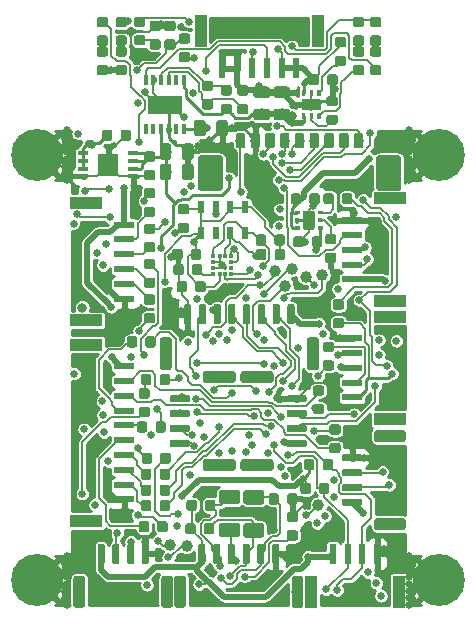
<source format=gbr>
G04 #@! TF.GenerationSoftware,KiCad,Pcbnew,(5.1.0-0)*
G04 #@! TF.CreationDate,2019-05-27T15:35:51-07:00*
G04 #@! TF.ProjectId,Nanopilot,4e616e6f-7069-46c6-9f74-2e6b69636164,rev?*
G04 #@! TF.SameCoordinates,Original*
G04 #@! TF.FileFunction,Copper,L1,Top*
G04 #@! TF.FilePolarity,Positive*
%FSLAX46Y46*%
G04 Gerber Fmt 4.6, Leading zero omitted, Abs format (unit mm)*
G04 Created by KiCad (PCBNEW (5.1.0-0)) date 2019-05-27 15:35:51*
%MOMM*%
%LPD*%
G04 APERTURE LIST*
%ADD10C,0.100000*%
%ADD11C,0.875000*%
%ADD12C,1.000000*%
%ADD13C,0.600000*%
%ADD14R,0.600000X1.700000*%
%ADD15R,1.000000X2.700000*%
%ADD16C,0.300000*%
%ADD17C,1.250000*%
%ADD18R,1.680000X1.880000*%
%ADD19R,0.890000X0.420000*%
%ADD20C,0.975000*%
%ADD21C,2.100000*%
%ADD22C,0.800000*%
%ADD23R,2.700000X1.000000*%
%ADD24R,1.700000X0.600000*%
%ADD25C,4.400000*%
%ADD26C,0.700000*%
%ADD27R,0.420000X0.890000*%
%ADD28R,2.850000X1.650000*%
%ADD29R,0.350000X0.450000*%
%ADD30R,0.450000X0.350000*%
%ADD31R,0.600000X1.100000*%
%ADD32C,0.650000*%
%ADD33C,0.250000*%
%ADD34C,0.500000*%
%ADD35C,0.155000*%
%ADD36C,0.160000*%
%ADD37C,0.254000*%
G04 APERTURE END LIST*
D10*
G36*
X82452691Y-47426053D02*
G01*
X82473926Y-47429203D01*
X82494750Y-47434419D01*
X82514962Y-47441651D01*
X82534368Y-47450830D01*
X82552781Y-47461866D01*
X82570024Y-47474654D01*
X82585930Y-47489070D01*
X82600346Y-47504976D01*
X82613134Y-47522219D01*
X82624170Y-47540632D01*
X82633349Y-47560038D01*
X82640581Y-47580250D01*
X82645797Y-47601074D01*
X82648947Y-47622309D01*
X82650000Y-47643750D01*
X82650000Y-48156250D01*
X82648947Y-48177691D01*
X82645797Y-48198926D01*
X82640581Y-48219750D01*
X82633349Y-48239962D01*
X82624170Y-48259368D01*
X82613134Y-48277781D01*
X82600346Y-48295024D01*
X82585930Y-48310930D01*
X82570024Y-48325346D01*
X82552781Y-48338134D01*
X82534368Y-48349170D01*
X82514962Y-48358349D01*
X82494750Y-48365581D01*
X82473926Y-48370797D01*
X82452691Y-48373947D01*
X82431250Y-48375000D01*
X81993750Y-48375000D01*
X81972309Y-48373947D01*
X81951074Y-48370797D01*
X81930250Y-48365581D01*
X81910038Y-48358349D01*
X81890632Y-48349170D01*
X81872219Y-48338134D01*
X81854976Y-48325346D01*
X81839070Y-48310930D01*
X81824654Y-48295024D01*
X81811866Y-48277781D01*
X81800830Y-48259368D01*
X81791651Y-48239962D01*
X81784419Y-48219750D01*
X81779203Y-48198926D01*
X81776053Y-48177691D01*
X81775000Y-48156250D01*
X81775000Y-47643750D01*
X81776053Y-47622309D01*
X81779203Y-47601074D01*
X81784419Y-47580250D01*
X81791651Y-47560038D01*
X81800830Y-47540632D01*
X81811866Y-47522219D01*
X81824654Y-47504976D01*
X81839070Y-47489070D01*
X81854976Y-47474654D01*
X81872219Y-47461866D01*
X81890632Y-47450830D01*
X81910038Y-47441651D01*
X81930250Y-47434419D01*
X81951074Y-47429203D01*
X81972309Y-47426053D01*
X81993750Y-47425000D01*
X82431250Y-47425000D01*
X82452691Y-47426053D01*
X82452691Y-47426053D01*
G37*
D11*
X82212500Y-47900000D03*
D10*
G36*
X84027691Y-47426053D02*
G01*
X84048926Y-47429203D01*
X84069750Y-47434419D01*
X84089962Y-47441651D01*
X84109368Y-47450830D01*
X84127781Y-47461866D01*
X84145024Y-47474654D01*
X84160930Y-47489070D01*
X84175346Y-47504976D01*
X84188134Y-47522219D01*
X84199170Y-47540632D01*
X84208349Y-47560038D01*
X84215581Y-47580250D01*
X84220797Y-47601074D01*
X84223947Y-47622309D01*
X84225000Y-47643750D01*
X84225000Y-48156250D01*
X84223947Y-48177691D01*
X84220797Y-48198926D01*
X84215581Y-48219750D01*
X84208349Y-48239962D01*
X84199170Y-48259368D01*
X84188134Y-48277781D01*
X84175346Y-48295024D01*
X84160930Y-48310930D01*
X84145024Y-48325346D01*
X84127781Y-48338134D01*
X84109368Y-48349170D01*
X84089962Y-48358349D01*
X84069750Y-48365581D01*
X84048926Y-48370797D01*
X84027691Y-48373947D01*
X84006250Y-48375000D01*
X83568750Y-48375000D01*
X83547309Y-48373947D01*
X83526074Y-48370797D01*
X83505250Y-48365581D01*
X83485038Y-48358349D01*
X83465632Y-48349170D01*
X83447219Y-48338134D01*
X83429976Y-48325346D01*
X83414070Y-48310930D01*
X83399654Y-48295024D01*
X83386866Y-48277781D01*
X83375830Y-48259368D01*
X83366651Y-48239962D01*
X83359419Y-48219750D01*
X83354203Y-48198926D01*
X83351053Y-48177691D01*
X83350000Y-48156250D01*
X83350000Y-47643750D01*
X83351053Y-47622309D01*
X83354203Y-47601074D01*
X83359419Y-47580250D01*
X83366651Y-47560038D01*
X83375830Y-47540632D01*
X83386866Y-47522219D01*
X83399654Y-47504976D01*
X83414070Y-47489070D01*
X83429976Y-47474654D01*
X83447219Y-47461866D01*
X83465632Y-47450830D01*
X83485038Y-47441651D01*
X83505250Y-47434419D01*
X83526074Y-47429203D01*
X83547309Y-47426053D01*
X83568750Y-47425000D01*
X84006250Y-47425000D01*
X84027691Y-47426053D01*
X84027691Y-47426053D01*
G37*
D11*
X83787500Y-47900000D03*
D10*
G36*
X84002691Y-46201053D02*
G01*
X84023926Y-46204203D01*
X84044750Y-46209419D01*
X84064962Y-46216651D01*
X84084368Y-46225830D01*
X84102781Y-46236866D01*
X84120024Y-46249654D01*
X84135930Y-46264070D01*
X84150346Y-46279976D01*
X84163134Y-46297219D01*
X84174170Y-46315632D01*
X84183349Y-46335038D01*
X84190581Y-46355250D01*
X84195797Y-46376074D01*
X84198947Y-46397309D01*
X84200000Y-46418750D01*
X84200000Y-46931250D01*
X84198947Y-46952691D01*
X84195797Y-46973926D01*
X84190581Y-46994750D01*
X84183349Y-47014962D01*
X84174170Y-47034368D01*
X84163134Y-47052781D01*
X84150346Y-47070024D01*
X84135930Y-47085930D01*
X84120024Y-47100346D01*
X84102781Y-47113134D01*
X84084368Y-47124170D01*
X84064962Y-47133349D01*
X84044750Y-47140581D01*
X84023926Y-47145797D01*
X84002691Y-47148947D01*
X83981250Y-47150000D01*
X83543750Y-47150000D01*
X83522309Y-47148947D01*
X83501074Y-47145797D01*
X83480250Y-47140581D01*
X83460038Y-47133349D01*
X83440632Y-47124170D01*
X83422219Y-47113134D01*
X83404976Y-47100346D01*
X83389070Y-47085930D01*
X83374654Y-47070024D01*
X83361866Y-47052781D01*
X83350830Y-47034368D01*
X83341651Y-47014962D01*
X83334419Y-46994750D01*
X83329203Y-46973926D01*
X83326053Y-46952691D01*
X83325000Y-46931250D01*
X83325000Y-46418750D01*
X83326053Y-46397309D01*
X83329203Y-46376074D01*
X83334419Y-46355250D01*
X83341651Y-46335038D01*
X83350830Y-46315632D01*
X83361866Y-46297219D01*
X83374654Y-46279976D01*
X83389070Y-46264070D01*
X83404976Y-46249654D01*
X83422219Y-46236866D01*
X83440632Y-46225830D01*
X83460038Y-46216651D01*
X83480250Y-46209419D01*
X83501074Y-46204203D01*
X83522309Y-46201053D01*
X83543750Y-46200000D01*
X83981250Y-46200000D01*
X84002691Y-46201053D01*
X84002691Y-46201053D01*
G37*
D11*
X83762500Y-46675000D03*
D10*
G36*
X82427691Y-46201053D02*
G01*
X82448926Y-46204203D01*
X82469750Y-46209419D01*
X82489962Y-46216651D01*
X82509368Y-46225830D01*
X82527781Y-46236866D01*
X82545024Y-46249654D01*
X82560930Y-46264070D01*
X82575346Y-46279976D01*
X82588134Y-46297219D01*
X82599170Y-46315632D01*
X82608349Y-46335038D01*
X82615581Y-46355250D01*
X82620797Y-46376074D01*
X82623947Y-46397309D01*
X82625000Y-46418750D01*
X82625000Y-46931250D01*
X82623947Y-46952691D01*
X82620797Y-46973926D01*
X82615581Y-46994750D01*
X82608349Y-47014962D01*
X82599170Y-47034368D01*
X82588134Y-47052781D01*
X82575346Y-47070024D01*
X82560930Y-47085930D01*
X82545024Y-47100346D01*
X82527781Y-47113134D01*
X82509368Y-47124170D01*
X82489962Y-47133349D01*
X82469750Y-47140581D01*
X82448926Y-47145797D01*
X82427691Y-47148947D01*
X82406250Y-47150000D01*
X81968750Y-47150000D01*
X81947309Y-47148947D01*
X81926074Y-47145797D01*
X81905250Y-47140581D01*
X81885038Y-47133349D01*
X81865632Y-47124170D01*
X81847219Y-47113134D01*
X81829976Y-47100346D01*
X81814070Y-47085930D01*
X81799654Y-47070024D01*
X81786866Y-47052781D01*
X81775830Y-47034368D01*
X81766651Y-47014962D01*
X81759419Y-46994750D01*
X81754203Y-46973926D01*
X81751053Y-46952691D01*
X81750000Y-46931250D01*
X81750000Y-46418750D01*
X81751053Y-46397309D01*
X81754203Y-46376074D01*
X81759419Y-46355250D01*
X81766651Y-46335038D01*
X81775830Y-46315632D01*
X81786866Y-46297219D01*
X81799654Y-46279976D01*
X81814070Y-46264070D01*
X81829976Y-46249654D01*
X81847219Y-46236866D01*
X81865632Y-46225830D01*
X81885038Y-46216651D01*
X81905250Y-46209419D01*
X81926074Y-46204203D01*
X81947309Y-46201053D01*
X81968750Y-46200000D01*
X82406250Y-46200000D01*
X82427691Y-46201053D01*
X82427691Y-46201053D01*
G37*
D11*
X82187500Y-46675000D03*
D12*
X75900000Y-72550000D03*
X74500000Y-72475000D03*
D10*
G36*
X73502691Y-28101053D02*
G01*
X73523926Y-28104203D01*
X73544750Y-28109419D01*
X73564962Y-28116651D01*
X73584368Y-28125830D01*
X73602781Y-28136866D01*
X73620024Y-28149654D01*
X73635930Y-28164070D01*
X73650346Y-28179976D01*
X73663134Y-28197219D01*
X73674170Y-28215632D01*
X73683349Y-28235038D01*
X73690581Y-28255250D01*
X73695797Y-28276074D01*
X73698947Y-28297309D01*
X73700000Y-28318750D01*
X73700000Y-28756250D01*
X73698947Y-28777691D01*
X73695797Y-28798926D01*
X73690581Y-28819750D01*
X73683349Y-28839962D01*
X73674170Y-28859368D01*
X73663134Y-28877781D01*
X73650346Y-28895024D01*
X73635930Y-28910930D01*
X73620024Y-28925346D01*
X73602781Y-28938134D01*
X73584368Y-28949170D01*
X73564962Y-28958349D01*
X73544750Y-28965581D01*
X73523926Y-28970797D01*
X73502691Y-28973947D01*
X73481250Y-28975000D01*
X72968750Y-28975000D01*
X72947309Y-28973947D01*
X72926074Y-28970797D01*
X72905250Y-28965581D01*
X72885038Y-28958349D01*
X72865632Y-28949170D01*
X72847219Y-28938134D01*
X72829976Y-28925346D01*
X72814070Y-28910930D01*
X72799654Y-28895024D01*
X72786866Y-28877781D01*
X72775830Y-28859368D01*
X72766651Y-28839962D01*
X72759419Y-28819750D01*
X72754203Y-28798926D01*
X72751053Y-28777691D01*
X72750000Y-28756250D01*
X72750000Y-28318750D01*
X72751053Y-28297309D01*
X72754203Y-28276074D01*
X72759419Y-28255250D01*
X72766651Y-28235038D01*
X72775830Y-28215632D01*
X72786866Y-28197219D01*
X72799654Y-28179976D01*
X72814070Y-28164070D01*
X72829976Y-28149654D01*
X72847219Y-28136866D01*
X72865632Y-28125830D01*
X72885038Y-28116651D01*
X72905250Y-28109419D01*
X72926074Y-28104203D01*
X72947309Y-28101053D01*
X72968750Y-28100000D01*
X73481250Y-28100000D01*
X73502691Y-28101053D01*
X73502691Y-28101053D01*
G37*
D11*
X73225000Y-28537500D03*
D10*
G36*
X73502691Y-29676053D02*
G01*
X73523926Y-29679203D01*
X73544750Y-29684419D01*
X73564962Y-29691651D01*
X73584368Y-29700830D01*
X73602781Y-29711866D01*
X73620024Y-29724654D01*
X73635930Y-29739070D01*
X73650346Y-29754976D01*
X73663134Y-29772219D01*
X73674170Y-29790632D01*
X73683349Y-29810038D01*
X73690581Y-29830250D01*
X73695797Y-29851074D01*
X73698947Y-29872309D01*
X73700000Y-29893750D01*
X73700000Y-30331250D01*
X73698947Y-30352691D01*
X73695797Y-30373926D01*
X73690581Y-30394750D01*
X73683349Y-30414962D01*
X73674170Y-30434368D01*
X73663134Y-30452781D01*
X73650346Y-30470024D01*
X73635930Y-30485930D01*
X73620024Y-30500346D01*
X73602781Y-30513134D01*
X73584368Y-30524170D01*
X73564962Y-30533349D01*
X73544750Y-30540581D01*
X73523926Y-30545797D01*
X73502691Y-30548947D01*
X73481250Y-30550000D01*
X72968750Y-30550000D01*
X72947309Y-30548947D01*
X72926074Y-30545797D01*
X72905250Y-30540581D01*
X72885038Y-30533349D01*
X72865632Y-30524170D01*
X72847219Y-30513134D01*
X72829976Y-30500346D01*
X72814070Y-30485930D01*
X72799654Y-30470024D01*
X72786866Y-30452781D01*
X72775830Y-30434368D01*
X72766651Y-30414962D01*
X72759419Y-30394750D01*
X72754203Y-30373926D01*
X72751053Y-30352691D01*
X72750000Y-30331250D01*
X72750000Y-29893750D01*
X72751053Y-29872309D01*
X72754203Y-29851074D01*
X72759419Y-29830250D01*
X72766651Y-29810038D01*
X72775830Y-29790632D01*
X72786866Y-29772219D01*
X72799654Y-29754976D01*
X72814070Y-29739070D01*
X72829976Y-29724654D01*
X72847219Y-29711866D01*
X72865632Y-29700830D01*
X72885038Y-29691651D01*
X72905250Y-29684419D01*
X72926074Y-29679203D01*
X72947309Y-29676053D01*
X72968750Y-29675000D01*
X73481250Y-29675000D01*
X73502691Y-29676053D01*
X73502691Y-29676053D01*
G37*
D11*
X73225000Y-30112500D03*
D10*
G36*
X72202691Y-27751053D02*
G01*
X72223926Y-27754203D01*
X72244750Y-27759419D01*
X72264962Y-27766651D01*
X72284368Y-27775830D01*
X72302781Y-27786866D01*
X72320024Y-27799654D01*
X72335930Y-27814070D01*
X72350346Y-27829976D01*
X72363134Y-27847219D01*
X72374170Y-27865632D01*
X72383349Y-27885038D01*
X72390581Y-27905250D01*
X72395797Y-27926074D01*
X72398947Y-27947309D01*
X72400000Y-27968750D01*
X72400000Y-28406250D01*
X72398947Y-28427691D01*
X72395797Y-28448926D01*
X72390581Y-28469750D01*
X72383349Y-28489962D01*
X72374170Y-28509368D01*
X72363134Y-28527781D01*
X72350346Y-28545024D01*
X72335930Y-28560930D01*
X72320024Y-28575346D01*
X72302781Y-28588134D01*
X72284368Y-28599170D01*
X72264962Y-28608349D01*
X72244750Y-28615581D01*
X72223926Y-28620797D01*
X72202691Y-28623947D01*
X72181250Y-28625000D01*
X71668750Y-28625000D01*
X71647309Y-28623947D01*
X71626074Y-28620797D01*
X71605250Y-28615581D01*
X71585038Y-28608349D01*
X71565632Y-28599170D01*
X71547219Y-28588134D01*
X71529976Y-28575346D01*
X71514070Y-28560930D01*
X71499654Y-28545024D01*
X71486866Y-28527781D01*
X71475830Y-28509368D01*
X71466651Y-28489962D01*
X71459419Y-28469750D01*
X71454203Y-28448926D01*
X71451053Y-28427691D01*
X71450000Y-28406250D01*
X71450000Y-27968750D01*
X71451053Y-27947309D01*
X71454203Y-27926074D01*
X71459419Y-27905250D01*
X71466651Y-27885038D01*
X71475830Y-27865632D01*
X71486866Y-27847219D01*
X71499654Y-27829976D01*
X71514070Y-27814070D01*
X71529976Y-27799654D01*
X71547219Y-27786866D01*
X71565632Y-27775830D01*
X71585038Y-27766651D01*
X71605250Y-27759419D01*
X71626074Y-27754203D01*
X71647309Y-27751053D01*
X71668750Y-27750000D01*
X72181250Y-27750000D01*
X72202691Y-27751053D01*
X72202691Y-27751053D01*
G37*
D11*
X71925000Y-28187500D03*
D10*
G36*
X72202691Y-29326053D02*
G01*
X72223926Y-29329203D01*
X72244750Y-29334419D01*
X72264962Y-29341651D01*
X72284368Y-29350830D01*
X72302781Y-29361866D01*
X72320024Y-29374654D01*
X72335930Y-29389070D01*
X72350346Y-29404976D01*
X72363134Y-29422219D01*
X72374170Y-29440632D01*
X72383349Y-29460038D01*
X72390581Y-29480250D01*
X72395797Y-29501074D01*
X72398947Y-29522309D01*
X72400000Y-29543750D01*
X72400000Y-29981250D01*
X72398947Y-30002691D01*
X72395797Y-30023926D01*
X72390581Y-30044750D01*
X72383349Y-30064962D01*
X72374170Y-30084368D01*
X72363134Y-30102781D01*
X72350346Y-30120024D01*
X72335930Y-30135930D01*
X72320024Y-30150346D01*
X72302781Y-30163134D01*
X72284368Y-30174170D01*
X72264962Y-30183349D01*
X72244750Y-30190581D01*
X72223926Y-30195797D01*
X72202691Y-30198947D01*
X72181250Y-30200000D01*
X71668750Y-30200000D01*
X71647309Y-30198947D01*
X71626074Y-30195797D01*
X71605250Y-30190581D01*
X71585038Y-30183349D01*
X71565632Y-30174170D01*
X71547219Y-30163134D01*
X71529976Y-30150346D01*
X71514070Y-30135930D01*
X71499654Y-30120024D01*
X71486866Y-30102781D01*
X71475830Y-30084368D01*
X71466651Y-30064962D01*
X71459419Y-30044750D01*
X71454203Y-30023926D01*
X71451053Y-30002691D01*
X71450000Y-29981250D01*
X71450000Y-29543750D01*
X71451053Y-29522309D01*
X71454203Y-29501074D01*
X71459419Y-29480250D01*
X71466651Y-29460038D01*
X71475830Y-29440632D01*
X71486866Y-29422219D01*
X71499654Y-29404976D01*
X71514070Y-29389070D01*
X71529976Y-29374654D01*
X71547219Y-29361866D01*
X71565632Y-29350830D01*
X71585038Y-29341651D01*
X71605250Y-29334419D01*
X71626074Y-29329203D01*
X71647309Y-29326053D01*
X71668750Y-29325000D01*
X72181250Y-29325000D01*
X72202691Y-29326053D01*
X72202691Y-29326053D01*
G37*
D11*
X71925000Y-29762500D03*
D10*
G36*
X94224504Y-62776204D02*
G01*
X94248773Y-62779804D01*
X94272571Y-62785765D01*
X94295671Y-62794030D01*
X94317849Y-62804520D01*
X94338893Y-62817133D01*
X94358598Y-62831747D01*
X94376777Y-62848223D01*
X94393253Y-62866402D01*
X94407867Y-62886107D01*
X94420480Y-62907151D01*
X94430970Y-62929329D01*
X94439235Y-62952429D01*
X94445196Y-62976227D01*
X94448796Y-63000496D01*
X94450000Y-63025000D01*
X94450000Y-63525000D01*
X94448796Y-63549504D01*
X94445196Y-63573773D01*
X94439235Y-63597571D01*
X94430970Y-63620671D01*
X94420480Y-63642849D01*
X94407867Y-63663893D01*
X94393253Y-63683598D01*
X94376777Y-63701777D01*
X94358598Y-63718253D01*
X94338893Y-63732867D01*
X94317849Y-63745480D01*
X94295671Y-63755970D01*
X94272571Y-63764235D01*
X94248773Y-63770196D01*
X94224504Y-63773796D01*
X94200000Y-63775000D01*
X92000000Y-63775000D01*
X91975496Y-63773796D01*
X91951227Y-63770196D01*
X91927429Y-63764235D01*
X91904329Y-63755970D01*
X91882151Y-63745480D01*
X91861107Y-63732867D01*
X91841402Y-63718253D01*
X91823223Y-63701777D01*
X91806747Y-63683598D01*
X91792133Y-63663893D01*
X91779520Y-63642849D01*
X91769030Y-63620671D01*
X91760765Y-63597571D01*
X91754804Y-63573773D01*
X91751204Y-63549504D01*
X91750000Y-63525000D01*
X91750000Y-63025000D01*
X91751204Y-63000496D01*
X91754804Y-62976227D01*
X91760765Y-62952429D01*
X91769030Y-62929329D01*
X91779520Y-62907151D01*
X91792133Y-62886107D01*
X91806747Y-62866402D01*
X91823223Y-62848223D01*
X91841402Y-62831747D01*
X91861107Y-62817133D01*
X91882151Y-62804520D01*
X91904329Y-62794030D01*
X91927429Y-62785765D01*
X91951227Y-62779804D01*
X91975496Y-62776204D01*
X92000000Y-62775000D01*
X94200000Y-62775000D01*
X94224504Y-62776204D01*
X94224504Y-62776204D01*
G37*
D12*
X93100000Y-63275000D03*
D10*
G36*
X94224504Y-70226204D02*
G01*
X94248773Y-70229804D01*
X94272571Y-70235765D01*
X94295671Y-70244030D01*
X94317849Y-70254520D01*
X94338893Y-70267133D01*
X94358598Y-70281747D01*
X94376777Y-70298223D01*
X94393253Y-70316402D01*
X94407867Y-70336107D01*
X94420480Y-70357151D01*
X94430970Y-70379329D01*
X94439235Y-70402429D01*
X94445196Y-70426227D01*
X94448796Y-70450496D01*
X94450000Y-70475000D01*
X94450000Y-70975000D01*
X94448796Y-70999504D01*
X94445196Y-71023773D01*
X94439235Y-71047571D01*
X94430970Y-71070671D01*
X94420480Y-71092849D01*
X94407867Y-71113893D01*
X94393253Y-71133598D01*
X94376777Y-71151777D01*
X94358598Y-71168253D01*
X94338893Y-71182867D01*
X94317849Y-71195480D01*
X94295671Y-71205970D01*
X94272571Y-71214235D01*
X94248773Y-71220196D01*
X94224504Y-71223796D01*
X94200000Y-71225000D01*
X92000000Y-71225000D01*
X91975496Y-71223796D01*
X91951227Y-71220196D01*
X91927429Y-71214235D01*
X91904329Y-71205970D01*
X91882151Y-71195480D01*
X91861107Y-71182867D01*
X91841402Y-71168253D01*
X91823223Y-71151777D01*
X91806747Y-71133598D01*
X91792133Y-71113893D01*
X91779520Y-71092849D01*
X91769030Y-71070671D01*
X91760765Y-71047571D01*
X91754804Y-71023773D01*
X91751204Y-70999504D01*
X91750000Y-70975000D01*
X91750000Y-70475000D01*
X91751204Y-70450496D01*
X91754804Y-70426227D01*
X91760765Y-70402429D01*
X91769030Y-70379329D01*
X91779520Y-70357151D01*
X91792133Y-70336107D01*
X91806747Y-70316402D01*
X91823223Y-70298223D01*
X91841402Y-70281747D01*
X91861107Y-70267133D01*
X91882151Y-70254520D01*
X91904329Y-70244030D01*
X91927429Y-70235765D01*
X91951227Y-70229804D01*
X91975496Y-70226204D01*
X92000000Y-70225000D01*
X94200000Y-70225000D01*
X94224504Y-70226204D01*
X94224504Y-70226204D01*
G37*
D12*
X93100000Y-70725000D03*
D10*
G36*
X90614703Y-64825722D02*
G01*
X90629264Y-64827882D01*
X90643543Y-64831459D01*
X90657403Y-64836418D01*
X90670710Y-64842712D01*
X90683336Y-64850280D01*
X90695159Y-64859048D01*
X90706066Y-64868934D01*
X90715952Y-64879841D01*
X90724720Y-64891664D01*
X90732288Y-64904290D01*
X90738582Y-64917597D01*
X90743541Y-64931457D01*
X90747118Y-64945736D01*
X90749278Y-64960297D01*
X90750000Y-64975000D01*
X90750000Y-65275000D01*
X90749278Y-65289703D01*
X90747118Y-65304264D01*
X90743541Y-65318543D01*
X90738582Y-65332403D01*
X90732288Y-65345710D01*
X90724720Y-65358336D01*
X90715952Y-65370159D01*
X90706066Y-65381066D01*
X90695159Y-65390952D01*
X90683336Y-65399720D01*
X90670710Y-65407288D01*
X90657403Y-65413582D01*
X90643543Y-65418541D01*
X90629264Y-65422118D01*
X90614703Y-65424278D01*
X90600000Y-65425000D01*
X89200000Y-65425000D01*
X89185297Y-65424278D01*
X89170736Y-65422118D01*
X89156457Y-65418541D01*
X89142597Y-65413582D01*
X89129290Y-65407288D01*
X89116664Y-65399720D01*
X89104841Y-65390952D01*
X89093934Y-65381066D01*
X89084048Y-65370159D01*
X89075280Y-65358336D01*
X89067712Y-65345710D01*
X89061418Y-65332403D01*
X89056459Y-65318543D01*
X89052882Y-65304264D01*
X89050722Y-65289703D01*
X89050000Y-65275000D01*
X89050000Y-64975000D01*
X89050722Y-64960297D01*
X89052882Y-64945736D01*
X89056459Y-64931457D01*
X89061418Y-64917597D01*
X89067712Y-64904290D01*
X89075280Y-64891664D01*
X89084048Y-64879841D01*
X89093934Y-64868934D01*
X89104841Y-64859048D01*
X89116664Y-64850280D01*
X89129290Y-64842712D01*
X89142597Y-64836418D01*
X89156457Y-64831459D01*
X89170736Y-64827882D01*
X89185297Y-64825722D01*
X89200000Y-64825000D01*
X90600000Y-64825000D01*
X90614703Y-64825722D01*
X90614703Y-64825722D01*
G37*
D13*
X89900000Y-65125000D03*
D10*
G36*
X90614703Y-66075722D02*
G01*
X90629264Y-66077882D01*
X90643543Y-66081459D01*
X90657403Y-66086418D01*
X90670710Y-66092712D01*
X90683336Y-66100280D01*
X90695159Y-66109048D01*
X90706066Y-66118934D01*
X90715952Y-66129841D01*
X90724720Y-66141664D01*
X90732288Y-66154290D01*
X90738582Y-66167597D01*
X90743541Y-66181457D01*
X90747118Y-66195736D01*
X90749278Y-66210297D01*
X90750000Y-66225000D01*
X90750000Y-66525000D01*
X90749278Y-66539703D01*
X90747118Y-66554264D01*
X90743541Y-66568543D01*
X90738582Y-66582403D01*
X90732288Y-66595710D01*
X90724720Y-66608336D01*
X90715952Y-66620159D01*
X90706066Y-66631066D01*
X90695159Y-66640952D01*
X90683336Y-66649720D01*
X90670710Y-66657288D01*
X90657403Y-66663582D01*
X90643543Y-66668541D01*
X90629264Y-66672118D01*
X90614703Y-66674278D01*
X90600000Y-66675000D01*
X89200000Y-66675000D01*
X89185297Y-66674278D01*
X89170736Y-66672118D01*
X89156457Y-66668541D01*
X89142597Y-66663582D01*
X89129290Y-66657288D01*
X89116664Y-66649720D01*
X89104841Y-66640952D01*
X89093934Y-66631066D01*
X89084048Y-66620159D01*
X89075280Y-66608336D01*
X89067712Y-66595710D01*
X89061418Y-66582403D01*
X89056459Y-66568543D01*
X89052882Y-66554264D01*
X89050722Y-66539703D01*
X89050000Y-66525000D01*
X89050000Y-66225000D01*
X89050722Y-66210297D01*
X89052882Y-66195736D01*
X89056459Y-66181457D01*
X89061418Y-66167597D01*
X89067712Y-66154290D01*
X89075280Y-66141664D01*
X89084048Y-66129841D01*
X89093934Y-66118934D01*
X89104841Y-66109048D01*
X89116664Y-66100280D01*
X89129290Y-66092712D01*
X89142597Y-66086418D01*
X89156457Y-66081459D01*
X89170736Y-66077882D01*
X89185297Y-66075722D01*
X89200000Y-66075000D01*
X90600000Y-66075000D01*
X90614703Y-66075722D01*
X90614703Y-66075722D01*
G37*
D13*
X89900000Y-66375000D03*
D10*
G36*
X90614703Y-67325722D02*
G01*
X90629264Y-67327882D01*
X90643543Y-67331459D01*
X90657403Y-67336418D01*
X90670710Y-67342712D01*
X90683336Y-67350280D01*
X90695159Y-67359048D01*
X90706066Y-67368934D01*
X90715952Y-67379841D01*
X90724720Y-67391664D01*
X90732288Y-67404290D01*
X90738582Y-67417597D01*
X90743541Y-67431457D01*
X90747118Y-67445736D01*
X90749278Y-67460297D01*
X90750000Y-67475000D01*
X90750000Y-67775000D01*
X90749278Y-67789703D01*
X90747118Y-67804264D01*
X90743541Y-67818543D01*
X90738582Y-67832403D01*
X90732288Y-67845710D01*
X90724720Y-67858336D01*
X90715952Y-67870159D01*
X90706066Y-67881066D01*
X90695159Y-67890952D01*
X90683336Y-67899720D01*
X90670710Y-67907288D01*
X90657403Y-67913582D01*
X90643543Y-67918541D01*
X90629264Y-67922118D01*
X90614703Y-67924278D01*
X90600000Y-67925000D01*
X89200000Y-67925000D01*
X89185297Y-67924278D01*
X89170736Y-67922118D01*
X89156457Y-67918541D01*
X89142597Y-67913582D01*
X89129290Y-67907288D01*
X89116664Y-67899720D01*
X89104841Y-67890952D01*
X89093934Y-67881066D01*
X89084048Y-67870159D01*
X89075280Y-67858336D01*
X89067712Y-67845710D01*
X89061418Y-67832403D01*
X89056459Y-67818543D01*
X89052882Y-67804264D01*
X89050722Y-67789703D01*
X89050000Y-67775000D01*
X89050000Y-67475000D01*
X89050722Y-67460297D01*
X89052882Y-67445736D01*
X89056459Y-67431457D01*
X89061418Y-67417597D01*
X89067712Y-67404290D01*
X89075280Y-67391664D01*
X89084048Y-67379841D01*
X89093934Y-67368934D01*
X89104841Y-67359048D01*
X89116664Y-67350280D01*
X89129290Y-67342712D01*
X89142597Y-67336418D01*
X89156457Y-67331459D01*
X89170736Y-67327882D01*
X89185297Y-67325722D01*
X89200000Y-67325000D01*
X90600000Y-67325000D01*
X90614703Y-67325722D01*
X90614703Y-67325722D01*
G37*
D13*
X89900000Y-67625000D03*
D10*
G36*
X90614703Y-68575722D02*
G01*
X90629264Y-68577882D01*
X90643543Y-68581459D01*
X90657403Y-68586418D01*
X90670710Y-68592712D01*
X90683336Y-68600280D01*
X90695159Y-68609048D01*
X90706066Y-68618934D01*
X90715952Y-68629841D01*
X90724720Y-68641664D01*
X90732288Y-68654290D01*
X90738582Y-68667597D01*
X90743541Y-68681457D01*
X90747118Y-68695736D01*
X90749278Y-68710297D01*
X90750000Y-68725000D01*
X90750000Y-69025000D01*
X90749278Y-69039703D01*
X90747118Y-69054264D01*
X90743541Y-69068543D01*
X90738582Y-69082403D01*
X90732288Y-69095710D01*
X90724720Y-69108336D01*
X90715952Y-69120159D01*
X90706066Y-69131066D01*
X90695159Y-69140952D01*
X90683336Y-69149720D01*
X90670710Y-69157288D01*
X90657403Y-69163582D01*
X90643543Y-69168541D01*
X90629264Y-69172118D01*
X90614703Y-69174278D01*
X90600000Y-69175000D01*
X89200000Y-69175000D01*
X89185297Y-69174278D01*
X89170736Y-69172118D01*
X89156457Y-69168541D01*
X89142597Y-69163582D01*
X89129290Y-69157288D01*
X89116664Y-69149720D01*
X89104841Y-69140952D01*
X89093934Y-69131066D01*
X89084048Y-69120159D01*
X89075280Y-69108336D01*
X89067712Y-69095710D01*
X89061418Y-69082403D01*
X89056459Y-69068543D01*
X89052882Y-69054264D01*
X89050722Y-69039703D01*
X89050000Y-69025000D01*
X89050000Y-68725000D01*
X89050722Y-68710297D01*
X89052882Y-68695736D01*
X89056459Y-68681457D01*
X89061418Y-68667597D01*
X89067712Y-68654290D01*
X89075280Y-68641664D01*
X89084048Y-68629841D01*
X89093934Y-68618934D01*
X89104841Y-68609048D01*
X89116664Y-68600280D01*
X89129290Y-68592712D01*
X89142597Y-68586418D01*
X89156457Y-68581459D01*
X89170736Y-68577882D01*
X89185297Y-68575722D01*
X89200000Y-68575000D01*
X90600000Y-68575000D01*
X90614703Y-68575722D01*
X90614703Y-68575722D01*
G37*
D13*
X89900000Y-68875000D03*
D10*
G36*
X74524504Y-75101204D02*
G01*
X74548773Y-75104804D01*
X74572571Y-75110765D01*
X74595671Y-75119030D01*
X74617849Y-75129520D01*
X74638893Y-75142133D01*
X74658598Y-75156747D01*
X74676777Y-75173223D01*
X74693253Y-75191402D01*
X74707867Y-75211107D01*
X74720480Y-75232151D01*
X74730970Y-75254329D01*
X74739235Y-75277429D01*
X74745196Y-75301227D01*
X74748796Y-75325496D01*
X74750000Y-75350000D01*
X74750000Y-77550000D01*
X74748796Y-77574504D01*
X74745196Y-77598773D01*
X74739235Y-77622571D01*
X74730970Y-77645671D01*
X74720480Y-77667849D01*
X74707867Y-77688893D01*
X74693253Y-77708598D01*
X74676777Y-77726777D01*
X74658598Y-77743253D01*
X74638893Y-77757867D01*
X74617849Y-77770480D01*
X74595671Y-77780970D01*
X74572571Y-77789235D01*
X74548773Y-77795196D01*
X74524504Y-77798796D01*
X74500000Y-77800000D01*
X74000000Y-77800000D01*
X73975496Y-77798796D01*
X73951227Y-77795196D01*
X73927429Y-77789235D01*
X73904329Y-77780970D01*
X73882151Y-77770480D01*
X73861107Y-77757867D01*
X73841402Y-77743253D01*
X73823223Y-77726777D01*
X73806747Y-77708598D01*
X73792133Y-77688893D01*
X73779520Y-77667849D01*
X73769030Y-77645671D01*
X73760765Y-77622571D01*
X73754804Y-77598773D01*
X73751204Y-77574504D01*
X73750000Y-77550000D01*
X73750000Y-75350000D01*
X73751204Y-75325496D01*
X73754804Y-75301227D01*
X73760765Y-75277429D01*
X73769030Y-75254329D01*
X73779520Y-75232151D01*
X73792133Y-75211107D01*
X73806747Y-75191402D01*
X73823223Y-75173223D01*
X73841402Y-75156747D01*
X73861107Y-75142133D01*
X73882151Y-75129520D01*
X73904329Y-75119030D01*
X73927429Y-75110765D01*
X73951227Y-75104804D01*
X73975496Y-75101204D01*
X74000000Y-75100000D01*
X74500000Y-75100000D01*
X74524504Y-75101204D01*
X74524504Y-75101204D01*
G37*
D12*
X74250000Y-76450000D03*
D10*
G36*
X67074504Y-75101204D02*
G01*
X67098773Y-75104804D01*
X67122571Y-75110765D01*
X67145671Y-75119030D01*
X67167849Y-75129520D01*
X67188893Y-75142133D01*
X67208598Y-75156747D01*
X67226777Y-75173223D01*
X67243253Y-75191402D01*
X67257867Y-75211107D01*
X67270480Y-75232151D01*
X67280970Y-75254329D01*
X67289235Y-75277429D01*
X67295196Y-75301227D01*
X67298796Y-75325496D01*
X67300000Y-75350000D01*
X67300000Y-77550000D01*
X67298796Y-77574504D01*
X67295196Y-77598773D01*
X67289235Y-77622571D01*
X67280970Y-77645671D01*
X67270480Y-77667849D01*
X67257867Y-77688893D01*
X67243253Y-77708598D01*
X67226777Y-77726777D01*
X67208598Y-77743253D01*
X67188893Y-77757867D01*
X67167849Y-77770480D01*
X67145671Y-77780970D01*
X67122571Y-77789235D01*
X67098773Y-77795196D01*
X67074504Y-77798796D01*
X67050000Y-77800000D01*
X66550000Y-77800000D01*
X66525496Y-77798796D01*
X66501227Y-77795196D01*
X66477429Y-77789235D01*
X66454329Y-77780970D01*
X66432151Y-77770480D01*
X66411107Y-77757867D01*
X66391402Y-77743253D01*
X66373223Y-77726777D01*
X66356747Y-77708598D01*
X66342133Y-77688893D01*
X66329520Y-77667849D01*
X66319030Y-77645671D01*
X66310765Y-77622571D01*
X66304804Y-77598773D01*
X66301204Y-77574504D01*
X66300000Y-77550000D01*
X66300000Y-75350000D01*
X66301204Y-75325496D01*
X66304804Y-75301227D01*
X66310765Y-75277429D01*
X66319030Y-75254329D01*
X66329520Y-75232151D01*
X66342133Y-75211107D01*
X66356747Y-75191402D01*
X66373223Y-75173223D01*
X66391402Y-75156747D01*
X66411107Y-75142133D01*
X66432151Y-75129520D01*
X66454329Y-75119030D01*
X66477429Y-75110765D01*
X66501227Y-75104804D01*
X66525496Y-75101204D01*
X66550000Y-75100000D01*
X67050000Y-75100000D01*
X67074504Y-75101204D01*
X67074504Y-75101204D01*
G37*
D12*
X66800000Y-76450000D03*
D10*
G36*
X72564703Y-72400722D02*
G01*
X72579264Y-72402882D01*
X72593543Y-72406459D01*
X72607403Y-72411418D01*
X72620710Y-72417712D01*
X72633336Y-72425280D01*
X72645159Y-72434048D01*
X72656066Y-72443934D01*
X72665952Y-72454841D01*
X72674720Y-72466664D01*
X72682288Y-72479290D01*
X72688582Y-72492597D01*
X72693541Y-72506457D01*
X72697118Y-72520736D01*
X72699278Y-72535297D01*
X72700000Y-72550000D01*
X72700000Y-73950000D01*
X72699278Y-73964703D01*
X72697118Y-73979264D01*
X72693541Y-73993543D01*
X72688582Y-74007403D01*
X72682288Y-74020710D01*
X72674720Y-74033336D01*
X72665952Y-74045159D01*
X72656066Y-74056066D01*
X72645159Y-74065952D01*
X72633336Y-74074720D01*
X72620710Y-74082288D01*
X72607403Y-74088582D01*
X72593543Y-74093541D01*
X72579264Y-74097118D01*
X72564703Y-74099278D01*
X72550000Y-74100000D01*
X72250000Y-74100000D01*
X72235297Y-74099278D01*
X72220736Y-74097118D01*
X72206457Y-74093541D01*
X72192597Y-74088582D01*
X72179290Y-74082288D01*
X72166664Y-74074720D01*
X72154841Y-74065952D01*
X72143934Y-74056066D01*
X72134048Y-74045159D01*
X72125280Y-74033336D01*
X72117712Y-74020710D01*
X72111418Y-74007403D01*
X72106459Y-73993543D01*
X72102882Y-73979264D01*
X72100722Y-73964703D01*
X72100000Y-73950000D01*
X72100000Y-72550000D01*
X72100722Y-72535297D01*
X72102882Y-72520736D01*
X72106459Y-72506457D01*
X72111418Y-72492597D01*
X72117712Y-72479290D01*
X72125280Y-72466664D01*
X72134048Y-72454841D01*
X72143934Y-72443934D01*
X72154841Y-72434048D01*
X72166664Y-72425280D01*
X72179290Y-72417712D01*
X72192597Y-72411418D01*
X72206457Y-72406459D01*
X72220736Y-72402882D01*
X72235297Y-72400722D01*
X72250000Y-72400000D01*
X72550000Y-72400000D01*
X72564703Y-72400722D01*
X72564703Y-72400722D01*
G37*
D13*
X72400000Y-73250000D03*
D10*
G36*
X71314703Y-72400722D02*
G01*
X71329264Y-72402882D01*
X71343543Y-72406459D01*
X71357403Y-72411418D01*
X71370710Y-72417712D01*
X71383336Y-72425280D01*
X71395159Y-72434048D01*
X71406066Y-72443934D01*
X71415952Y-72454841D01*
X71424720Y-72466664D01*
X71432288Y-72479290D01*
X71438582Y-72492597D01*
X71443541Y-72506457D01*
X71447118Y-72520736D01*
X71449278Y-72535297D01*
X71450000Y-72550000D01*
X71450000Y-73950000D01*
X71449278Y-73964703D01*
X71447118Y-73979264D01*
X71443541Y-73993543D01*
X71438582Y-74007403D01*
X71432288Y-74020710D01*
X71424720Y-74033336D01*
X71415952Y-74045159D01*
X71406066Y-74056066D01*
X71395159Y-74065952D01*
X71383336Y-74074720D01*
X71370710Y-74082288D01*
X71357403Y-74088582D01*
X71343543Y-74093541D01*
X71329264Y-74097118D01*
X71314703Y-74099278D01*
X71300000Y-74100000D01*
X71000000Y-74100000D01*
X70985297Y-74099278D01*
X70970736Y-74097118D01*
X70956457Y-74093541D01*
X70942597Y-74088582D01*
X70929290Y-74082288D01*
X70916664Y-74074720D01*
X70904841Y-74065952D01*
X70893934Y-74056066D01*
X70884048Y-74045159D01*
X70875280Y-74033336D01*
X70867712Y-74020710D01*
X70861418Y-74007403D01*
X70856459Y-73993543D01*
X70852882Y-73979264D01*
X70850722Y-73964703D01*
X70850000Y-73950000D01*
X70850000Y-72550000D01*
X70850722Y-72535297D01*
X70852882Y-72520736D01*
X70856459Y-72506457D01*
X70861418Y-72492597D01*
X70867712Y-72479290D01*
X70875280Y-72466664D01*
X70884048Y-72454841D01*
X70893934Y-72443934D01*
X70904841Y-72434048D01*
X70916664Y-72425280D01*
X70929290Y-72417712D01*
X70942597Y-72411418D01*
X70956457Y-72406459D01*
X70970736Y-72402882D01*
X70985297Y-72400722D01*
X71000000Y-72400000D01*
X71300000Y-72400000D01*
X71314703Y-72400722D01*
X71314703Y-72400722D01*
G37*
D13*
X71150000Y-73250000D03*
D10*
G36*
X70064703Y-72400722D02*
G01*
X70079264Y-72402882D01*
X70093543Y-72406459D01*
X70107403Y-72411418D01*
X70120710Y-72417712D01*
X70133336Y-72425280D01*
X70145159Y-72434048D01*
X70156066Y-72443934D01*
X70165952Y-72454841D01*
X70174720Y-72466664D01*
X70182288Y-72479290D01*
X70188582Y-72492597D01*
X70193541Y-72506457D01*
X70197118Y-72520736D01*
X70199278Y-72535297D01*
X70200000Y-72550000D01*
X70200000Y-73950000D01*
X70199278Y-73964703D01*
X70197118Y-73979264D01*
X70193541Y-73993543D01*
X70188582Y-74007403D01*
X70182288Y-74020710D01*
X70174720Y-74033336D01*
X70165952Y-74045159D01*
X70156066Y-74056066D01*
X70145159Y-74065952D01*
X70133336Y-74074720D01*
X70120710Y-74082288D01*
X70107403Y-74088582D01*
X70093543Y-74093541D01*
X70079264Y-74097118D01*
X70064703Y-74099278D01*
X70050000Y-74100000D01*
X69750000Y-74100000D01*
X69735297Y-74099278D01*
X69720736Y-74097118D01*
X69706457Y-74093541D01*
X69692597Y-74088582D01*
X69679290Y-74082288D01*
X69666664Y-74074720D01*
X69654841Y-74065952D01*
X69643934Y-74056066D01*
X69634048Y-74045159D01*
X69625280Y-74033336D01*
X69617712Y-74020710D01*
X69611418Y-74007403D01*
X69606459Y-73993543D01*
X69602882Y-73979264D01*
X69600722Y-73964703D01*
X69600000Y-73950000D01*
X69600000Y-72550000D01*
X69600722Y-72535297D01*
X69602882Y-72520736D01*
X69606459Y-72506457D01*
X69611418Y-72492597D01*
X69617712Y-72479290D01*
X69625280Y-72466664D01*
X69634048Y-72454841D01*
X69643934Y-72443934D01*
X69654841Y-72434048D01*
X69666664Y-72425280D01*
X69679290Y-72417712D01*
X69692597Y-72411418D01*
X69706457Y-72406459D01*
X69720736Y-72402882D01*
X69735297Y-72400722D01*
X69750000Y-72400000D01*
X70050000Y-72400000D01*
X70064703Y-72400722D01*
X70064703Y-72400722D01*
G37*
D13*
X69900000Y-73250000D03*
D10*
G36*
X68814703Y-72400722D02*
G01*
X68829264Y-72402882D01*
X68843543Y-72406459D01*
X68857403Y-72411418D01*
X68870710Y-72417712D01*
X68883336Y-72425280D01*
X68895159Y-72434048D01*
X68906066Y-72443934D01*
X68915952Y-72454841D01*
X68924720Y-72466664D01*
X68932288Y-72479290D01*
X68938582Y-72492597D01*
X68943541Y-72506457D01*
X68947118Y-72520736D01*
X68949278Y-72535297D01*
X68950000Y-72550000D01*
X68950000Y-73950000D01*
X68949278Y-73964703D01*
X68947118Y-73979264D01*
X68943541Y-73993543D01*
X68938582Y-74007403D01*
X68932288Y-74020710D01*
X68924720Y-74033336D01*
X68915952Y-74045159D01*
X68906066Y-74056066D01*
X68895159Y-74065952D01*
X68883336Y-74074720D01*
X68870710Y-74082288D01*
X68857403Y-74088582D01*
X68843543Y-74093541D01*
X68829264Y-74097118D01*
X68814703Y-74099278D01*
X68800000Y-74100000D01*
X68500000Y-74100000D01*
X68485297Y-74099278D01*
X68470736Y-74097118D01*
X68456457Y-74093541D01*
X68442597Y-74088582D01*
X68429290Y-74082288D01*
X68416664Y-74074720D01*
X68404841Y-74065952D01*
X68393934Y-74056066D01*
X68384048Y-74045159D01*
X68375280Y-74033336D01*
X68367712Y-74020710D01*
X68361418Y-74007403D01*
X68356459Y-73993543D01*
X68352882Y-73979264D01*
X68350722Y-73964703D01*
X68350000Y-73950000D01*
X68350000Y-72550000D01*
X68350722Y-72535297D01*
X68352882Y-72520736D01*
X68356459Y-72506457D01*
X68361418Y-72492597D01*
X68367712Y-72479290D01*
X68375280Y-72466664D01*
X68384048Y-72454841D01*
X68393934Y-72443934D01*
X68404841Y-72434048D01*
X68416664Y-72425280D01*
X68429290Y-72417712D01*
X68442597Y-72411418D01*
X68456457Y-72406459D01*
X68470736Y-72402882D01*
X68485297Y-72400722D01*
X68500000Y-72400000D01*
X68800000Y-72400000D01*
X68814703Y-72400722D01*
X68814703Y-72400722D01*
G37*
D13*
X68650000Y-73250000D03*
D10*
G36*
X74399504Y-54901204D02*
G01*
X74423773Y-54904804D01*
X74447571Y-54910765D01*
X74470671Y-54919030D01*
X74492849Y-54929520D01*
X74513893Y-54942133D01*
X74533598Y-54956747D01*
X74551777Y-54973223D01*
X74568253Y-54991402D01*
X74582867Y-55011107D01*
X74595480Y-55032151D01*
X74605970Y-55054329D01*
X74614235Y-55077429D01*
X74620196Y-55101227D01*
X74623796Y-55125496D01*
X74625000Y-55150000D01*
X74625000Y-57450000D01*
X74623796Y-57474504D01*
X74620196Y-57498773D01*
X74614235Y-57522571D01*
X74605970Y-57545671D01*
X74595480Y-57567849D01*
X74582867Y-57588893D01*
X74568253Y-57608598D01*
X74551777Y-57626777D01*
X74533598Y-57643253D01*
X74513893Y-57657867D01*
X74492849Y-57670480D01*
X74470671Y-57680970D01*
X74447571Y-57689235D01*
X74423773Y-57695196D01*
X74399504Y-57698796D01*
X74375000Y-57700000D01*
X73875000Y-57700000D01*
X73850496Y-57698796D01*
X73826227Y-57695196D01*
X73802429Y-57689235D01*
X73779329Y-57680970D01*
X73757151Y-57670480D01*
X73736107Y-57657867D01*
X73716402Y-57643253D01*
X73698223Y-57626777D01*
X73681747Y-57608598D01*
X73667133Y-57588893D01*
X73654520Y-57567849D01*
X73644030Y-57545671D01*
X73635765Y-57522571D01*
X73629804Y-57498773D01*
X73626204Y-57474504D01*
X73625000Y-57450000D01*
X73625000Y-55150000D01*
X73626204Y-55125496D01*
X73629804Y-55101227D01*
X73635765Y-55077429D01*
X73644030Y-55054329D01*
X73654520Y-55032151D01*
X73667133Y-55011107D01*
X73681747Y-54991402D01*
X73698223Y-54973223D01*
X73716402Y-54956747D01*
X73736107Y-54942133D01*
X73757151Y-54929520D01*
X73779329Y-54919030D01*
X73802429Y-54910765D01*
X73826227Y-54904804D01*
X73850496Y-54901204D01*
X73875000Y-54900000D01*
X74375000Y-54900000D01*
X74399504Y-54901204D01*
X74399504Y-54901204D01*
G37*
D12*
X74125000Y-56300000D03*
D10*
G36*
X86849504Y-54901204D02*
G01*
X86873773Y-54904804D01*
X86897571Y-54910765D01*
X86920671Y-54919030D01*
X86942849Y-54929520D01*
X86963893Y-54942133D01*
X86983598Y-54956747D01*
X87001777Y-54973223D01*
X87018253Y-54991402D01*
X87032867Y-55011107D01*
X87045480Y-55032151D01*
X87055970Y-55054329D01*
X87064235Y-55077429D01*
X87070196Y-55101227D01*
X87073796Y-55125496D01*
X87075000Y-55150000D01*
X87075000Y-57450000D01*
X87073796Y-57474504D01*
X87070196Y-57498773D01*
X87064235Y-57522571D01*
X87055970Y-57545671D01*
X87045480Y-57567849D01*
X87032867Y-57588893D01*
X87018253Y-57608598D01*
X87001777Y-57626777D01*
X86983598Y-57643253D01*
X86963893Y-57657867D01*
X86942849Y-57670480D01*
X86920671Y-57680970D01*
X86897571Y-57689235D01*
X86873773Y-57695196D01*
X86849504Y-57698796D01*
X86825000Y-57700000D01*
X86325000Y-57700000D01*
X86300496Y-57698796D01*
X86276227Y-57695196D01*
X86252429Y-57689235D01*
X86229329Y-57680970D01*
X86207151Y-57670480D01*
X86186107Y-57657867D01*
X86166402Y-57643253D01*
X86148223Y-57626777D01*
X86131747Y-57608598D01*
X86117133Y-57588893D01*
X86104520Y-57567849D01*
X86094030Y-57545671D01*
X86085765Y-57522571D01*
X86079804Y-57498773D01*
X86076204Y-57474504D01*
X86075000Y-57450000D01*
X86075000Y-55150000D01*
X86076204Y-55125496D01*
X86079804Y-55101227D01*
X86085765Y-55077429D01*
X86094030Y-55054329D01*
X86104520Y-55032151D01*
X86117133Y-55011107D01*
X86131747Y-54991402D01*
X86148223Y-54973223D01*
X86166402Y-54956747D01*
X86186107Y-54942133D01*
X86207151Y-54929520D01*
X86229329Y-54919030D01*
X86252429Y-54910765D01*
X86276227Y-54904804D01*
X86300496Y-54901204D01*
X86325000Y-54900000D01*
X86825000Y-54900000D01*
X86849504Y-54901204D01*
X86849504Y-54901204D01*
G37*
D12*
X86575000Y-56300000D03*
D10*
G36*
X76139703Y-52100722D02*
G01*
X76154264Y-52102882D01*
X76168543Y-52106459D01*
X76182403Y-52111418D01*
X76195710Y-52117712D01*
X76208336Y-52125280D01*
X76220159Y-52134048D01*
X76231066Y-52143934D01*
X76240952Y-52154841D01*
X76249720Y-52166664D01*
X76257288Y-52179290D01*
X76263582Y-52192597D01*
X76268541Y-52206457D01*
X76272118Y-52220736D01*
X76274278Y-52235297D01*
X76275000Y-52250000D01*
X76275000Y-53650000D01*
X76274278Y-53664703D01*
X76272118Y-53679264D01*
X76268541Y-53693543D01*
X76263582Y-53707403D01*
X76257288Y-53720710D01*
X76249720Y-53733336D01*
X76240952Y-53745159D01*
X76231066Y-53756066D01*
X76220159Y-53765952D01*
X76208336Y-53774720D01*
X76195710Y-53782288D01*
X76182403Y-53788582D01*
X76168543Y-53793541D01*
X76154264Y-53797118D01*
X76139703Y-53799278D01*
X76125000Y-53800000D01*
X75825000Y-53800000D01*
X75810297Y-53799278D01*
X75795736Y-53797118D01*
X75781457Y-53793541D01*
X75767597Y-53788582D01*
X75754290Y-53782288D01*
X75741664Y-53774720D01*
X75729841Y-53765952D01*
X75718934Y-53756066D01*
X75709048Y-53745159D01*
X75700280Y-53733336D01*
X75692712Y-53720710D01*
X75686418Y-53707403D01*
X75681459Y-53693543D01*
X75677882Y-53679264D01*
X75675722Y-53664703D01*
X75675000Y-53650000D01*
X75675000Y-52250000D01*
X75675722Y-52235297D01*
X75677882Y-52220736D01*
X75681459Y-52206457D01*
X75686418Y-52192597D01*
X75692712Y-52179290D01*
X75700280Y-52166664D01*
X75709048Y-52154841D01*
X75718934Y-52143934D01*
X75729841Y-52134048D01*
X75741664Y-52125280D01*
X75754290Y-52117712D01*
X75767597Y-52111418D01*
X75781457Y-52106459D01*
X75795736Y-52102882D01*
X75810297Y-52100722D01*
X75825000Y-52100000D01*
X76125000Y-52100000D01*
X76139703Y-52100722D01*
X76139703Y-52100722D01*
G37*
D13*
X75975000Y-52950000D03*
D10*
G36*
X77389703Y-52100722D02*
G01*
X77404264Y-52102882D01*
X77418543Y-52106459D01*
X77432403Y-52111418D01*
X77445710Y-52117712D01*
X77458336Y-52125280D01*
X77470159Y-52134048D01*
X77481066Y-52143934D01*
X77490952Y-52154841D01*
X77499720Y-52166664D01*
X77507288Y-52179290D01*
X77513582Y-52192597D01*
X77518541Y-52206457D01*
X77522118Y-52220736D01*
X77524278Y-52235297D01*
X77525000Y-52250000D01*
X77525000Y-53650000D01*
X77524278Y-53664703D01*
X77522118Y-53679264D01*
X77518541Y-53693543D01*
X77513582Y-53707403D01*
X77507288Y-53720710D01*
X77499720Y-53733336D01*
X77490952Y-53745159D01*
X77481066Y-53756066D01*
X77470159Y-53765952D01*
X77458336Y-53774720D01*
X77445710Y-53782288D01*
X77432403Y-53788582D01*
X77418543Y-53793541D01*
X77404264Y-53797118D01*
X77389703Y-53799278D01*
X77375000Y-53800000D01*
X77075000Y-53800000D01*
X77060297Y-53799278D01*
X77045736Y-53797118D01*
X77031457Y-53793541D01*
X77017597Y-53788582D01*
X77004290Y-53782288D01*
X76991664Y-53774720D01*
X76979841Y-53765952D01*
X76968934Y-53756066D01*
X76959048Y-53745159D01*
X76950280Y-53733336D01*
X76942712Y-53720710D01*
X76936418Y-53707403D01*
X76931459Y-53693543D01*
X76927882Y-53679264D01*
X76925722Y-53664703D01*
X76925000Y-53650000D01*
X76925000Y-52250000D01*
X76925722Y-52235297D01*
X76927882Y-52220736D01*
X76931459Y-52206457D01*
X76936418Y-52192597D01*
X76942712Y-52179290D01*
X76950280Y-52166664D01*
X76959048Y-52154841D01*
X76968934Y-52143934D01*
X76979841Y-52134048D01*
X76991664Y-52125280D01*
X77004290Y-52117712D01*
X77017597Y-52111418D01*
X77031457Y-52106459D01*
X77045736Y-52102882D01*
X77060297Y-52100722D01*
X77075000Y-52100000D01*
X77375000Y-52100000D01*
X77389703Y-52100722D01*
X77389703Y-52100722D01*
G37*
D13*
X77225000Y-52950000D03*
D10*
G36*
X78639703Y-52100722D02*
G01*
X78654264Y-52102882D01*
X78668543Y-52106459D01*
X78682403Y-52111418D01*
X78695710Y-52117712D01*
X78708336Y-52125280D01*
X78720159Y-52134048D01*
X78731066Y-52143934D01*
X78740952Y-52154841D01*
X78749720Y-52166664D01*
X78757288Y-52179290D01*
X78763582Y-52192597D01*
X78768541Y-52206457D01*
X78772118Y-52220736D01*
X78774278Y-52235297D01*
X78775000Y-52250000D01*
X78775000Y-53650000D01*
X78774278Y-53664703D01*
X78772118Y-53679264D01*
X78768541Y-53693543D01*
X78763582Y-53707403D01*
X78757288Y-53720710D01*
X78749720Y-53733336D01*
X78740952Y-53745159D01*
X78731066Y-53756066D01*
X78720159Y-53765952D01*
X78708336Y-53774720D01*
X78695710Y-53782288D01*
X78682403Y-53788582D01*
X78668543Y-53793541D01*
X78654264Y-53797118D01*
X78639703Y-53799278D01*
X78625000Y-53800000D01*
X78325000Y-53800000D01*
X78310297Y-53799278D01*
X78295736Y-53797118D01*
X78281457Y-53793541D01*
X78267597Y-53788582D01*
X78254290Y-53782288D01*
X78241664Y-53774720D01*
X78229841Y-53765952D01*
X78218934Y-53756066D01*
X78209048Y-53745159D01*
X78200280Y-53733336D01*
X78192712Y-53720710D01*
X78186418Y-53707403D01*
X78181459Y-53693543D01*
X78177882Y-53679264D01*
X78175722Y-53664703D01*
X78175000Y-53650000D01*
X78175000Y-52250000D01*
X78175722Y-52235297D01*
X78177882Y-52220736D01*
X78181459Y-52206457D01*
X78186418Y-52192597D01*
X78192712Y-52179290D01*
X78200280Y-52166664D01*
X78209048Y-52154841D01*
X78218934Y-52143934D01*
X78229841Y-52134048D01*
X78241664Y-52125280D01*
X78254290Y-52117712D01*
X78267597Y-52111418D01*
X78281457Y-52106459D01*
X78295736Y-52102882D01*
X78310297Y-52100722D01*
X78325000Y-52100000D01*
X78625000Y-52100000D01*
X78639703Y-52100722D01*
X78639703Y-52100722D01*
G37*
D13*
X78475000Y-52950000D03*
D10*
G36*
X79889703Y-52100722D02*
G01*
X79904264Y-52102882D01*
X79918543Y-52106459D01*
X79932403Y-52111418D01*
X79945710Y-52117712D01*
X79958336Y-52125280D01*
X79970159Y-52134048D01*
X79981066Y-52143934D01*
X79990952Y-52154841D01*
X79999720Y-52166664D01*
X80007288Y-52179290D01*
X80013582Y-52192597D01*
X80018541Y-52206457D01*
X80022118Y-52220736D01*
X80024278Y-52235297D01*
X80025000Y-52250000D01*
X80025000Y-53650000D01*
X80024278Y-53664703D01*
X80022118Y-53679264D01*
X80018541Y-53693543D01*
X80013582Y-53707403D01*
X80007288Y-53720710D01*
X79999720Y-53733336D01*
X79990952Y-53745159D01*
X79981066Y-53756066D01*
X79970159Y-53765952D01*
X79958336Y-53774720D01*
X79945710Y-53782288D01*
X79932403Y-53788582D01*
X79918543Y-53793541D01*
X79904264Y-53797118D01*
X79889703Y-53799278D01*
X79875000Y-53800000D01*
X79575000Y-53800000D01*
X79560297Y-53799278D01*
X79545736Y-53797118D01*
X79531457Y-53793541D01*
X79517597Y-53788582D01*
X79504290Y-53782288D01*
X79491664Y-53774720D01*
X79479841Y-53765952D01*
X79468934Y-53756066D01*
X79459048Y-53745159D01*
X79450280Y-53733336D01*
X79442712Y-53720710D01*
X79436418Y-53707403D01*
X79431459Y-53693543D01*
X79427882Y-53679264D01*
X79425722Y-53664703D01*
X79425000Y-53650000D01*
X79425000Y-52250000D01*
X79425722Y-52235297D01*
X79427882Y-52220736D01*
X79431459Y-52206457D01*
X79436418Y-52192597D01*
X79442712Y-52179290D01*
X79450280Y-52166664D01*
X79459048Y-52154841D01*
X79468934Y-52143934D01*
X79479841Y-52134048D01*
X79491664Y-52125280D01*
X79504290Y-52117712D01*
X79517597Y-52111418D01*
X79531457Y-52106459D01*
X79545736Y-52102882D01*
X79560297Y-52100722D01*
X79575000Y-52100000D01*
X79875000Y-52100000D01*
X79889703Y-52100722D01*
X79889703Y-52100722D01*
G37*
D13*
X79725000Y-52950000D03*
D10*
G36*
X81139703Y-52100722D02*
G01*
X81154264Y-52102882D01*
X81168543Y-52106459D01*
X81182403Y-52111418D01*
X81195710Y-52117712D01*
X81208336Y-52125280D01*
X81220159Y-52134048D01*
X81231066Y-52143934D01*
X81240952Y-52154841D01*
X81249720Y-52166664D01*
X81257288Y-52179290D01*
X81263582Y-52192597D01*
X81268541Y-52206457D01*
X81272118Y-52220736D01*
X81274278Y-52235297D01*
X81275000Y-52250000D01*
X81275000Y-53650000D01*
X81274278Y-53664703D01*
X81272118Y-53679264D01*
X81268541Y-53693543D01*
X81263582Y-53707403D01*
X81257288Y-53720710D01*
X81249720Y-53733336D01*
X81240952Y-53745159D01*
X81231066Y-53756066D01*
X81220159Y-53765952D01*
X81208336Y-53774720D01*
X81195710Y-53782288D01*
X81182403Y-53788582D01*
X81168543Y-53793541D01*
X81154264Y-53797118D01*
X81139703Y-53799278D01*
X81125000Y-53800000D01*
X80825000Y-53800000D01*
X80810297Y-53799278D01*
X80795736Y-53797118D01*
X80781457Y-53793541D01*
X80767597Y-53788582D01*
X80754290Y-53782288D01*
X80741664Y-53774720D01*
X80729841Y-53765952D01*
X80718934Y-53756066D01*
X80709048Y-53745159D01*
X80700280Y-53733336D01*
X80692712Y-53720710D01*
X80686418Y-53707403D01*
X80681459Y-53693543D01*
X80677882Y-53679264D01*
X80675722Y-53664703D01*
X80675000Y-53650000D01*
X80675000Y-52250000D01*
X80675722Y-52235297D01*
X80677882Y-52220736D01*
X80681459Y-52206457D01*
X80686418Y-52192597D01*
X80692712Y-52179290D01*
X80700280Y-52166664D01*
X80709048Y-52154841D01*
X80718934Y-52143934D01*
X80729841Y-52134048D01*
X80741664Y-52125280D01*
X80754290Y-52117712D01*
X80767597Y-52111418D01*
X80781457Y-52106459D01*
X80795736Y-52102882D01*
X80810297Y-52100722D01*
X80825000Y-52100000D01*
X81125000Y-52100000D01*
X81139703Y-52100722D01*
X81139703Y-52100722D01*
G37*
D13*
X80975000Y-52950000D03*
D10*
G36*
X82389703Y-52100722D02*
G01*
X82404264Y-52102882D01*
X82418543Y-52106459D01*
X82432403Y-52111418D01*
X82445710Y-52117712D01*
X82458336Y-52125280D01*
X82470159Y-52134048D01*
X82481066Y-52143934D01*
X82490952Y-52154841D01*
X82499720Y-52166664D01*
X82507288Y-52179290D01*
X82513582Y-52192597D01*
X82518541Y-52206457D01*
X82522118Y-52220736D01*
X82524278Y-52235297D01*
X82525000Y-52250000D01*
X82525000Y-53650000D01*
X82524278Y-53664703D01*
X82522118Y-53679264D01*
X82518541Y-53693543D01*
X82513582Y-53707403D01*
X82507288Y-53720710D01*
X82499720Y-53733336D01*
X82490952Y-53745159D01*
X82481066Y-53756066D01*
X82470159Y-53765952D01*
X82458336Y-53774720D01*
X82445710Y-53782288D01*
X82432403Y-53788582D01*
X82418543Y-53793541D01*
X82404264Y-53797118D01*
X82389703Y-53799278D01*
X82375000Y-53800000D01*
X82075000Y-53800000D01*
X82060297Y-53799278D01*
X82045736Y-53797118D01*
X82031457Y-53793541D01*
X82017597Y-53788582D01*
X82004290Y-53782288D01*
X81991664Y-53774720D01*
X81979841Y-53765952D01*
X81968934Y-53756066D01*
X81959048Y-53745159D01*
X81950280Y-53733336D01*
X81942712Y-53720710D01*
X81936418Y-53707403D01*
X81931459Y-53693543D01*
X81927882Y-53679264D01*
X81925722Y-53664703D01*
X81925000Y-53650000D01*
X81925000Y-52250000D01*
X81925722Y-52235297D01*
X81927882Y-52220736D01*
X81931459Y-52206457D01*
X81936418Y-52192597D01*
X81942712Y-52179290D01*
X81950280Y-52166664D01*
X81959048Y-52154841D01*
X81968934Y-52143934D01*
X81979841Y-52134048D01*
X81991664Y-52125280D01*
X82004290Y-52117712D01*
X82017597Y-52111418D01*
X82031457Y-52106459D01*
X82045736Y-52102882D01*
X82060297Y-52100722D01*
X82075000Y-52100000D01*
X82375000Y-52100000D01*
X82389703Y-52100722D01*
X82389703Y-52100722D01*
G37*
D13*
X82225000Y-52950000D03*
D10*
G36*
X83639703Y-52100722D02*
G01*
X83654264Y-52102882D01*
X83668543Y-52106459D01*
X83682403Y-52111418D01*
X83695710Y-52117712D01*
X83708336Y-52125280D01*
X83720159Y-52134048D01*
X83731066Y-52143934D01*
X83740952Y-52154841D01*
X83749720Y-52166664D01*
X83757288Y-52179290D01*
X83763582Y-52192597D01*
X83768541Y-52206457D01*
X83772118Y-52220736D01*
X83774278Y-52235297D01*
X83775000Y-52250000D01*
X83775000Y-53650000D01*
X83774278Y-53664703D01*
X83772118Y-53679264D01*
X83768541Y-53693543D01*
X83763582Y-53707403D01*
X83757288Y-53720710D01*
X83749720Y-53733336D01*
X83740952Y-53745159D01*
X83731066Y-53756066D01*
X83720159Y-53765952D01*
X83708336Y-53774720D01*
X83695710Y-53782288D01*
X83682403Y-53788582D01*
X83668543Y-53793541D01*
X83654264Y-53797118D01*
X83639703Y-53799278D01*
X83625000Y-53800000D01*
X83325000Y-53800000D01*
X83310297Y-53799278D01*
X83295736Y-53797118D01*
X83281457Y-53793541D01*
X83267597Y-53788582D01*
X83254290Y-53782288D01*
X83241664Y-53774720D01*
X83229841Y-53765952D01*
X83218934Y-53756066D01*
X83209048Y-53745159D01*
X83200280Y-53733336D01*
X83192712Y-53720710D01*
X83186418Y-53707403D01*
X83181459Y-53693543D01*
X83177882Y-53679264D01*
X83175722Y-53664703D01*
X83175000Y-53650000D01*
X83175000Y-52250000D01*
X83175722Y-52235297D01*
X83177882Y-52220736D01*
X83181459Y-52206457D01*
X83186418Y-52192597D01*
X83192712Y-52179290D01*
X83200280Y-52166664D01*
X83209048Y-52154841D01*
X83218934Y-52143934D01*
X83229841Y-52134048D01*
X83241664Y-52125280D01*
X83254290Y-52117712D01*
X83267597Y-52111418D01*
X83281457Y-52106459D01*
X83295736Y-52102882D01*
X83310297Y-52100722D01*
X83325000Y-52100000D01*
X83625000Y-52100000D01*
X83639703Y-52100722D01*
X83639703Y-52100722D01*
G37*
D13*
X83475000Y-52950000D03*
D10*
G36*
X84889703Y-52100722D02*
G01*
X84904264Y-52102882D01*
X84918543Y-52106459D01*
X84932403Y-52111418D01*
X84945710Y-52117712D01*
X84958336Y-52125280D01*
X84970159Y-52134048D01*
X84981066Y-52143934D01*
X84990952Y-52154841D01*
X84999720Y-52166664D01*
X85007288Y-52179290D01*
X85013582Y-52192597D01*
X85018541Y-52206457D01*
X85022118Y-52220736D01*
X85024278Y-52235297D01*
X85025000Y-52250000D01*
X85025000Y-53650000D01*
X85024278Y-53664703D01*
X85022118Y-53679264D01*
X85018541Y-53693543D01*
X85013582Y-53707403D01*
X85007288Y-53720710D01*
X84999720Y-53733336D01*
X84990952Y-53745159D01*
X84981066Y-53756066D01*
X84970159Y-53765952D01*
X84958336Y-53774720D01*
X84945710Y-53782288D01*
X84932403Y-53788582D01*
X84918543Y-53793541D01*
X84904264Y-53797118D01*
X84889703Y-53799278D01*
X84875000Y-53800000D01*
X84575000Y-53800000D01*
X84560297Y-53799278D01*
X84545736Y-53797118D01*
X84531457Y-53793541D01*
X84517597Y-53788582D01*
X84504290Y-53782288D01*
X84491664Y-53774720D01*
X84479841Y-53765952D01*
X84468934Y-53756066D01*
X84459048Y-53745159D01*
X84450280Y-53733336D01*
X84442712Y-53720710D01*
X84436418Y-53707403D01*
X84431459Y-53693543D01*
X84427882Y-53679264D01*
X84425722Y-53664703D01*
X84425000Y-53650000D01*
X84425000Y-52250000D01*
X84425722Y-52235297D01*
X84427882Y-52220736D01*
X84431459Y-52206457D01*
X84436418Y-52192597D01*
X84442712Y-52179290D01*
X84450280Y-52166664D01*
X84459048Y-52154841D01*
X84468934Y-52143934D01*
X84479841Y-52134048D01*
X84491664Y-52125280D01*
X84504290Y-52117712D01*
X84517597Y-52111418D01*
X84531457Y-52106459D01*
X84545736Y-52102882D01*
X84560297Y-52100722D01*
X84575000Y-52100000D01*
X84875000Y-52100000D01*
X84889703Y-52100722D01*
X84889703Y-52100722D01*
G37*
D13*
X84725000Y-52950000D03*
D14*
X88275000Y-73250000D03*
X89525000Y-73250000D03*
X90775000Y-73250000D03*
X92025000Y-73250000D03*
D15*
X86425000Y-76450000D03*
X93875000Y-76450000D03*
D10*
G36*
X86571663Y-44200819D02*
G01*
X86588165Y-44203267D01*
X86604348Y-44207320D01*
X86620056Y-44212940D01*
X86635137Y-44220073D01*
X86649447Y-44228650D01*
X86662847Y-44238588D01*
X86675208Y-44249792D01*
X86686412Y-44262153D01*
X86696350Y-44275553D01*
X86704927Y-44289863D01*
X86712060Y-44304944D01*
X86717680Y-44320652D01*
X86721733Y-44336835D01*
X86724181Y-44353337D01*
X86725000Y-44370000D01*
X86725000Y-45630000D01*
X86724181Y-45646663D01*
X86721733Y-45663165D01*
X86717680Y-45679348D01*
X86712060Y-45695056D01*
X86704927Y-45710137D01*
X86696350Y-45724447D01*
X86686412Y-45737847D01*
X86675208Y-45750208D01*
X86662847Y-45761412D01*
X86649447Y-45771350D01*
X86635137Y-45779927D01*
X86620056Y-45787060D01*
X86604348Y-45792680D01*
X86588165Y-45796733D01*
X86571663Y-45799181D01*
X86555000Y-45800000D01*
X85895000Y-45800000D01*
X85878337Y-45799181D01*
X85861835Y-45796733D01*
X85845652Y-45792680D01*
X85829944Y-45787060D01*
X85814863Y-45779927D01*
X85800553Y-45771350D01*
X85787153Y-45761412D01*
X85774792Y-45750208D01*
X85763588Y-45737847D01*
X85753650Y-45724447D01*
X85745073Y-45710137D01*
X85737940Y-45695056D01*
X85732320Y-45679348D01*
X85728267Y-45663165D01*
X85725819Y-45646663D01*
X85725000Y-45630000D01*
X85725000Y-44370000D01*
X85725819Y-44353337D01*
X85728267Y-44336835D01*
X85732320Y-44320652D01*
X85737940Y-44304944D01*
X85745073Y-44289863D01*
X85753650Y-44275553D01*
X85763588Y-44262153D01*
X85774792Y-44249792D01*
X85787153Y-44238588D01*
X85800553Y-44228650D01*
X85814863Y-44220073D01*
X85829944Y-44212940D01*
X85845652Y-44207320D01*
X85861835Y-44203267D01*
X85878337Y-44200819D01*
X85895000Y-44200000D01*
X86555000Y-44200000D01*
X86571663Y-44200819D01*
X86571663Y-44200819D01*
G37*
D12*
X86225000Y-45000000D03*
D16*
X86225000Y-44450000D03*
X86225000Y-45550000D03*
D10*
G36*
X85428999Y-45500246D02*
G01*
X85433950Y-45500980D01*
X85438805Y-45502196D01*
X85443517Y-45503882D01*
X85448041Y-45506022D01*
X85452334Y-45508595D01*
X85456354Y-45511576D01*
X85460062Y-45514938D01*
X85463424Y-45518646D01*
X85466405Y-45522666D01*
X85468978Y-45526959D01*
X85471118Y-45531483D01*
X85472804Y-45536195D01*
X85474020Y-45541050D01*
X85474754Y-45546001D01*
X85475000Y-45551000D01*
X85475000Y-45749000D01*
X85474754Y-45753999D01*
X85474020Y-45758950D01*
X85472804Y-45763805D01*
X85471118Y-45768517D01*
X85468978Y-45773041D01*
X85466405Y-45777334D01*
X85463424Y-45781354D01*
X85460062Y-45785062D01*
X85456354Y-45788424D01*
X85452334Y-45791405D01*
X85448041Y-45793978D01*
X85443517Y-45796118D01*
X85438805Y-45797804D01*
X85433950Y-45799020D01*
X85428999Y-45799754D01*
X85424000Y-45800000D01*
X85076000Y-45800000D01*
X85071001Y-45799754D01*
X85066050Y-45799020D01*
X85061195Y-45797804D01*
X85056483Y-45796118D01*
X85051959Y-45793978D01*
X85047666Y-45791405D01*
X85043646Y-45788424D01*
X85039938Y-45785062D01*
X85036576Y-45781354D01*
X85033595Y-45777334D01*
X85031022Y-45773041D01*
X85028882Y-45768517D01*
X85027196Y-45763805D01*
X85025980Y-45758950D01*
X85025246Y-45753999D01*
X85025000Y-45749000D01*
X85025000Y-45551000D01*
X85025246Y-45546001D01*
X85025980Y-45541050D01*
X85027196Y-45536195D01*
X85028882Y-45531483D01*
X85031022Y-45526959D01*
X85033595Y-45522666D01*
X85036576Y-45518646D01*
X85039938Y-45514938D01*
X85043646Y-45511576D01*
X85047666Y-45508595D01*
X85051959Y-45506022D01*
X85056483Y-45503882D01*
X85061195Y-45502196D01*
X85066050Y-45500980D01*
X85071001Y-45500246D01*
X85076000Y-45500000D01*
X85424000Y-45500000D01*
X85428999Y-45500246D01*
X85428999Y-45500246D01*
G37*
D16*
X85250000Y-45650000D03*
D10*
G36*
X85428999Y-44850246D02*
G01*
X85433950Y-44850980D01*
X85438805Y-44852196D01*
X85443517Y-44853882D01*
X85448041Y-44856022D01*
X85452334Y-44858595D01*
X85456354Y-44861576D01*
X85460062Y-44864938D01*
X85463424Y-44868646D01*
X85466405Y-44872666D01*
X85468978Y-44876959D01*
X85471118Y-44881483D01*
X85472804Y-44886195D01*
X85474020Y-44891050D01*
X85474754Y-44896001D01*
X85475000Y-44901000D01*
X85475000Y-45099000D01*
X85474754Y-45103999D01*
X85474020Y-45108950D01*
X85472804Y-45113805D01*
X85471118Y-45118517D01*
X85468978Y-45123041D01*
X85466405Y-45127334D01*
X85463424Y-45131354D01*
X85460062Y-45135062D01*
X85456354Y-45138424D01*
X85452334Y-45141405D01*
X85448041Y-45143978D01*
X85443517Y-45146118D01*
X85438805Y-45147804D01*
X85433950Y-45149020D01*
X85428999Y-45149754D01*
X85424000Y-45150000D01*
X85076000Y-45150000D01*
X85071001Y-45149754D01*
X85066050Y-45149020D01*
X85061195Y-45147804D01*
X85056483Y-45146118D01*
X85051959Y-45143978D01*
X85047666Y-45141405D01*
X85043646Y-45138424D01*
X85039938Y-45135062D01*
X85036576Y-45131354D01*
X85033595Y-45127334D01*
X85031022Y-45123041D01*
X85028882Y-45118517D01*
X85027196Y-45113805D01*
X85025980Y-45108950D01*
X85025246Y-45103999D01*
X85025000Y-45099000D01*
X85025000Y-44901000D01*
X85025246Y-44896001D01*
X85025980Y-44891050D01*
X85027196Y-44886195D01*
X85028882Y-44881483D01*
X85031022Y-44876959D01*
X85033595Y-44872666D01*
X85036576Y-44868646D01*
X85039938Y-44864938D01*
X85043646Y-44861576D01*
X85047666Y-44858595D01*
X85051959Y-44856022D01*
X85056483Y-44853882D01*
X85061195Y-44852196D01*
X85066050Y-44850980D01*
X85071001Y-44850246D01*
X85076000Y-44850000D01*
X85424000Y-44850000D01*
X85428999Y-44850246D01*
X85428999Y-44850246D01*
G37*
D16*
X85250000Y-45000000D03*
D10*
G36*
X85428999Y-44200246D02*
G01*
X85433950Y-44200980D01*
X85438805Y-44202196D01*
X85443517Y-44203882D01*
X85448041Y-44206022D01*
X85452334Y-44208595D01*
X85456354Y-44211576D01*
X85460062Y-44214938D01*
X85463424Y-44218646D01*
X85466405Y-44222666D01*
X85468978Y-44226959D01*
X85471118Y-44231483D01*
X85472804Y-44236195D01*
X85474020Y-44241050D01*
X85474754Y-44246001D01*
X85475000Y-44251000D01*
X85475000Y-44449000D01*
X85474754Y-44453999D01*
X85474020Y-44458950D01*
X85472804Y-44463805D01*
X85471118Y-44468517D01*
X85468978Y-44473041D01*
X85466405Y-44477334D01*
X85463424Y-44481354D01*
X85460062Y-44485062D01*
X85456354Y-44488424D01*
X85452334Y-44491405D01*
X85448041Y-44493978D01*
X85443517Y-44496118D01*
X85438805Y-44497804D01*
X85433950Y-44499020D01*
X85428999Y-44499754D01*
X85424000Y-44500000D01*
X85076000Y-44500000D01*
X85071001Y-44499754D01*
X85066050Y-44499020D01*
X85061195Y-44497804D01*
X85056483Y-44496118D01*
X85051959Y-44493978D01*
X85047666Y-44491405D01*
X85043646Y-44488424D01*
X85039938Y-44485062D01*
X85036576Y-44481354D01*
X85033595Y-44477334D01*
X85031022Y-44473041D01*
X85028882Y-44468517D01*
X85027196Y-44463805D01*
X85025980Y-44458950D01*
X85025246Y-44453999D01*
X85025000Y-44449000D01*
X85025000Y-44251000D01*
X85025246Y-44246001D01*
X85025980Y-44241050D01*
X85027196Y-44236195D01*
X85028882Y-44231483D01*
X85031022Y-44226959D01*
X85033595Y-44222666D01*
X85036576Y-44218646D01*
X85039938Y-44214938D01*
X85043646Y-44211576D01*
X85047666Y-44208595D01*
X85051959Y-44206022D01*
X85056483Y-44203882D01*
X85061195Y-44202196D01*
X85066050Y-44200980D01*
X85071001Y-44200246D01*
X85076000Y-44200000D01*
X85424000Y-44200000D01*
X85428999Y-44200246D01*
X85428999Y-44200246D01*
G37*
D16*
X85250000Y-44350000D03*
D10*
G36*
X87378999Y-44200246D02*
G01*
X87383950Y-44200980D01*
X87388805Y-44202196D01*
X87393517Y-44203882D01*
X87398041Y-44206022D01*
X87402334Y-44208595D01*
X87406354Y-44211576D01*
X87410062Y-44214938D01*
X87413424Y-44218646D01*
X87416405Y-44222666D01*
X87418978Y-44226959D01*
X87421118Y-44231483D01*
X87422804Y-44236195D01*
X87424020Y-44241050D01*
X87424754Y-44246001D01*
X87425000Y-44251000D01*
X87425000Y-44449000D01*
X87424754Y-44453999D01*
X87424020Y-44458950D01*
X87422804Y-44463805D01*
X87421118Y-44468517D01*
X87418978Y-44473041D01*
X87416405Y-44477334D01*
X87413424Y-44481354D01*
X87410062Y-44485062D01*
X87406354Y-44488424D01*
X87402334Y-44491405D01*
X87398041Y-44493978D01*
X87393517Y-44496118D01*
X87388805Y-44497804D01*
X87383950Y-44499020D01*
X87378999Y-44499754D01*
X87374000Y-44500000D01*
X87026000Y-44500000D01*
X87021001Y-44499754D01*
X87016050Y-44499020D01*
X87011195Y-44497804D01*
X87006483Y-44496118D01*
X87001959Y-44493978D01*
X86997666Y-44491405D01*
X86993646Y-44488424D01*
X86989938Y-44485062D01*
X86986576Y-44481354D01*
X86983595Y-44477334D01*
X86981022Y-44473041D01*
X86978882Y-44468517D01*
X86977196Y-44463805D01*
X86975980Y-44458950D01*
X86975246Y-44453999D01*
X86975000Y-44449000D01*
X86975000Y-44251000D01*
X86975246Y-44246001D01*
X86975980Y-44241050D01*
X86977196Y-44236195D01*
X86978882Y-44231483D01*
X86981022Y-44226959D01*
X86983595Y-44222666D01*
X86986576Y-44218646D01*
X86989938Y-44214938D01*
X86993646Y-44211576D01*
X86997666Y-44208595D01*
X87001959Y-44206022D01*
X87006483Y-44203882D01*
X87011195Y-44202196D01*
X87016050Y-44200980D01*
X87021001Y-44200246D01*
X87026000Y-44200000D01*
X87374000Y-44200000D01*
X87378999Y-44200246D01*
X87378999Y-44200246D01*
G37*
D16*
X87200000Y-44350000D03*
D10*
G36*
X87378999Y-44850246D02*
G01*
X87383950Y-44850980D01*
X87388805Y-44852196D01*
X87393517Y-44853882D01*
X87398041Y-44856022D01*
X87402334Y-44858595D01*
X87406354Y-44861576D01*
X87410062Y-44864938D01*
X87413424Y-44868646D01*
X87416405Y-44872666D01*
X87418978Y-44876959D01*
X87421118Y-44881483D01*
X87422804Y-44886195D01*
X87424020Y-44891050D01*
X87424754Y-44896001D01*
X87425000Y-44901000D01*
X87425000Y-45099000D01*
X87424754Y-45103999D01*
X87424020Y-45108950D01*
X87422804Y-45113805D01*
X87421118Y-45118517D01*
X87418978Y-45123041D01*
X87416405Y-45127334D01*
X87413424Y-45131354D01*
X87410062Y-45135062D01*
X87406354Y-45138424D01*
X87402334Y-45141405D01*
X87398041Y-45143978D01*
X87393517Y-45146118D01*
X87388805Y-45147804D01*
X87383950Y-45149020D01*
X87378999Y-45149754D01*
X87374000Y-45150000D01*
X87026000Y-45150000D01*
X87021001Y-45149754D01*
X87016050Y-45149020D01*
X87011195Y-45147804D01*
X87006483Y-45146118D01*
X87001959Y-45143978D01*
X86997666Y-45141405D01*
X86993646Y-45138424D01*
X86989938Y-45135062D01*
X86986576Y-45131354D01*
X86983595Y-45127334D01*
X86981022Y-45123041D01*
X86978882Y-45118517D01*
X86977196Y-45113805D01*
X86975980Y-45108950D01*
X86975246Y-45103999D01*
X86975000Y-45099000D01*
X86975000Y-44901000D01*
X86975246Y-44896001D01*
X86975980Y-44891050D01*
X86977196Y-44886195D01*
X86978882Y-44881483D01*
X86981022Y-44876959D01*
X86983595Y-44872666D01*
X86986576Y-44868646D01*
X86989938Y-44864938D01*
X86993646Y-44861576D01*
X86997666Y-44858595D01*
X87001959Y-44856022D01*
X87006483Y-44853882D01*
X87011195Y-44852196D01*
X87016050Y-44850980D01*
X87021001Y-44850246D01*
X87026000Y-44850000D01*
X87374000Y-44850000D01*
X87378999Y-44850246D01*
X87378999Y-44850246D01*
G37*
D16*
X87200000Y-45000000D03*
D10*
G36*
X87378999Y-45500246D02*
G01*
X87383950Y-45500980D01*
X87388805Y-45502196D01*
X87393517Y-45503882D01*
X87398041Y-45506022D01*
X87402334Y-45508595D01*
X87406354Y-45511576D01*
X87410062Y-45514938D01*
X87413424Y-45518646D01*
X87416405Y-45522666D01*
X87418978Y-45526959D01*
X87421118Y-45531483D01*
X87422804Y-45536195D01*
X87424020Y-45541050D01*
X87424754Y-45546001D01*
X87425000Y-45551000D01*
X87425000Y-45749000D01*
X87424754Y-45753999D01*
X87424020Y-45758950D01*
X87422804Y-45763805D01*
X87421118Y-45768517D01*
X87418978Y-45773041D01*
X87416405Y-45777334D01*
X87413424Y-45781354D01*
X87410062Y-45785062D01*
X87406354Y-45788424D01*
X87402334Y-45791405D01*
X87398041Y-45793978D01*
X87393517Y-45796118D01*
X87388805Y-45797804D01*
X87383950Y-45799020D01*
X87378999Y-45799754D01*
X87374000Y-45800000D01*
X87026000Y-45800000D01*
X87021001Y-45799754D01*
X87016050Y-45799020D01*
X87011195Y-45797804D01*
X87006483Y-45796118D01*
X87001959Y-45793978D01*
X86997666Y-45791405D01*
X86993646Y-45788424D01*
X86989938Y-45785062D01*
X86986576Y-45781354D01*
X86983595Y-45777334D01*
X86981022Y-45773041D01*
X86978882Y-45768517D01*
X86977196Y-45763805D01*
X86975980Y-45758950D01*
X86975246Y-45753999D01*
X86975000Y-45749000D01*
X86975000Y-45551000D01*
X86975246Y-45546001D01*
X86975980Y-45541050D01*
X86977196Y-45536195D01*
X86978882Y-45531483D01*
X86981022Y-45526959D01*
X86983595Y-45522666D01*
X86986576Y-45518646D01*
X86989938Y-45514938D01*
X86993646Y-45511576D01*
X86997666Y-45508595D01*
X87001959Y-45506022D01*
X87006483Y-45503882D01*
X87011195Y-45502196D01*
X87016050Y-45500980D01*
X87021001Y-45500246D01*
X87026000Y-45500000D01*
X87374000Y-45500000D01*
X87378999Y-45500246D01*
X87378999Y-45500246D01*
G37*
D16*
X87200000Y-45650000D03*
D10*
G36*
X85077691Y-68126053D02*
G01*
X85098926Y-68129203D01*
X85119750Y-68134419D01*
X85139962Y-68141651D01*
X85159368Y-68150830D01*
X85177781Y-68161866D01*
X85195024Y-68174654D01*
X85210930Y-68189070D01*
X85225346Y-68204976D01*
X85238134Y-68222219D01*
X85249170Y-68240632D01*
X85258349Y-68260038D01*
X85265581Y-68280250D01*
X85270797Y-68301074D01*
X85273947Y-68322309D01*
X85275000Y-68343750D01*
X85275000Y-68856250D01*
X85273947Y-68877691D01*
X85270797Y-68898926D01*
X85265581Y-68919750D01*
X85258349Y-68939962D01*
X85249170Y-68959368D01*
X85238134Y-68977781D01*
X85225346Y-68995024D01*
X85210930Y-69010930D01*
X85195024Y-69025346D01*
X85177781Y-69038134D01*
X85159368Y-69049170D01*
X85139962Y-69058349D01*
X85119750Y-69065581D01*
X85098926Y-69070797D01*
X85077691Y-69073947D01*
X85056250Y-69075000D01*
X84618750Y-69075000D01*
X84597309Y-69073947D01*
X84576074Y-69070797D01*
X84555250Y-69065581D01*
X84535038Y-69058349D01*
X84515632Y-69049170D01*
X84497219Y-69038134D01*
X84479976Y-69025346D01*
X84464070Y-69010930D01*
X84449654Y-68995024D01*
X84436866Y-68977781D01*
X84425830Y-68959368D01*
X84416651Y-68939962D01*
X84409419Y-68919750D01*
X84404203Y-68898926D01*
X84401053Y-68877691D01*
X84400000Y-68856250D01*
X84400000Y-68343750D01*
X84401053Y-68322309D01*
X84404203Y-68301074D01*
X84409419Y-68280250D01*
X84416651Y-68260038D01*
X84425830Y-68240632D01*
X84436866Y-68222219D01*
X84449654Y-68204976D01*
X84464070Y-68189070D01*
X84479976Y-68174654D01*
X84497219Y-68161866D01*
X84515632Y-68150830D01*
X84535038Y-68141651D01*
X84555250Y-68134419D01*
X84576074Y-68129203D01*
X84597309Y-68126053D01*
X84618750Y-68125000D01*
X85056250Y-68125000D01*
X85077691Y-68126053D01*
X85077691Y-68126053D01*
G37*
D11*
X84837500Y-68600000D03*
D10*
G36*
X83502691Y-68126053D02*
G01*
X83523926Y-68129203D01*
X83544750Y-68134419D01*
X83564962Y-68141651D01*
X83584368Y-68150830D01*
X83602781Y-68161866D01*
X83620024Y-68174654D01*
X83635930Y-68189070D01*
X83650346Y-68204976D01*
X83663134Y-68222219D01*
X83674170Y-68240632D01*
X83683349Y-68260038D01*
X83690581Y-68280250D01*
X83695797Y-68301074D01*
X83698947Y-68322309D01*
X83700000Y-68343750D01*
X83700000Y-68856250D01*
X83698947Y-68877691D01*
X83695797Y-68898926D01*
X83690581Y-68919750D01*
X83683349Y-68939962D01*
X83674170Y-68959368D01*
X83663134Y-68977781D01*
X83650346Y-68995024D01*
X83635930Y-69010930D01*
X83620024Y-69025346D01*
X83602781Y-69038134D01*
X83584368Y-69049170D01*
X83564962Y-69058349D01*
X83544750Y-69065581D01*
X83523926Y-69070797D01*
X83502691Y-69073947D01*
X83481250Y-69075000D01*
X83043750Y-69075000D01*
X83022309Y-69073947D01*
X83001074Y-69070797D01*
X82980250Y-69065581D01*
X82960038Y-69058349D01*
X82940632Y-69049170D01*
X82922219Y-69038134D01*
X82904976Y-69025346D01*
X82889070Y-69010930D01*
X82874654Y-68995024D01*
X82861866Y-68977781D01*
X82850830Y-68959368D01*
X82841651Y-68939962D01*
X82834419Y-68919750D01*
X82829203Y-68898926D01*
X82826053Y-68877691D01*
X82825000Y-68856250D01*
X82825000Y-68343750D01*
X82826053Y-68322309D01*
X82829203Y-68301074D01*
X82834419Y-68280250D01*
X82841651Y-68260038D01*
X82850830Y-68240632D01*
X82861866Y-68222219D01*
X82874654Y-68204976D01*
X82889070Y-68189070D01*
X82904976Y-68174654D01*
X82922219Y-68161866D01*
X82940632Y-68150830D01*
X82960038Y-68141651D01*
X82980250Y-68134419D01*
X83001074Y-68129203D01*
X83022309Y-68126053D01*
X83043750Y-68125000D01*
X83481250Y-68125000D01*
X83502691Y-68126053D01*
X83502691Y-68126053D01*
G37*
D11*
X83262500Y-68600000D03*
D10*
G36*
X82224504Y-67826204D02*
G01*
X82248773Y-67829804D01*
X82272571Y-67835765D01*
X82295671Y-67844030D01*
X82317849Y-67854520D01*
X82338893Y-67867133D01*
X82358598Y-67881747D01*
X82376777Y-67898223D01*
X82393253Y-67916402D01*
X82407867Y-67936107D01*
X82420480Y-67957151D01*
X82430970Y-67979329D01*
X82439235Y-68002429D01*
X82445196Y-68026227D01*
X82448796Y-68050496D01*
X82450000Y-68075000D01*
X82450000Y-68825000D01*
X82448796Y-68849504D01*
X82445196Y-68873773D01*
X82439235Y-68897571D01*
X82430970Y-68920671D01*
X82420480Y-68942849D01*
X82407867Y-68963893D01*
X82393253Y-68983598D01*
X82376777Y-69001777D01*
X82358598Y-69018253D01*
X82338893Y-69032867D01*
X82317849Y-69045480D01*
X82295671Y-69055970D01*
X82272571Y-69064235D01*
X82248773Y-69070196D01*
X82224504Y-69073796D01*
X82200000Y-69075000D01*
X80950000Y-69075000D01*
X80925496Y-69073796D01*
X80901227Y-69070196D01*
X80877429Y-69064235D01*
X80854329Y-69055970D01*
X80832151Y-69045480D01*
X80811107Y-69032867D01*
X80791402Y-69018253D01*
X80773223Y-69001777D01*
X80756747Y-68983598D01*
X80742133Y-68963893D01*
X80729520Y-68942849D01*
X80719030Y-68920671D01*
X80710765Y-68897571D01*
X80704804Y-68873773D01*
X80701204Y-68849504D01*
X80700000Y-68825000D01*
X80700000Y-68075000D01*
X80701204Y-68050496D01*
X80704804Y-68026227D01*
X80710765Y-68002429D01*
X80719030Y-67979329D01*
X80729520Y-67957151D01*
X80742133Y-67936107D01*
X80756747Y-67916402D01*
X80773223Y-67898223D01*
X80791402Y-67881747D01*
X80811107Y-67867133D01*
X80832151Y-67854520D01*
X80854329Y-67844030D01*
X80877429Y-67835765D01*
X80901227Y-67829804D01*
X80925496Y-67826204D01*
X80950000Y-67825000D01*
X82200000Y-67825000D01*
X82224504Y-67826204D01*
X82224504Y-67826204D01*
G37*
D17*
X81575000Y-68450000D03*
D10*
G36*
X82224504Y-70626204D02*
G01*
X82248773Y-70629804D01*
X82272571Y-70635765D01*
X82295671Y-70644030D01*
X82317849Y-70654520D01*
X82338893Y-70667133D01*
X82358598Y-70681747D01*
X82376777Y-70698223D01*
X82393253Y-70716402D01*
X82407867Y-70736107D01*
X82420480Y-70757151D01*
X82430970Y-70779329D01*
X82439235Y-70802429D01*
X82445196Y-70826227D01*
X82448796Y-70850496D01*
X82450000Y-70875000D01*
X82450000Y-71625000D01*
X82448796Y-71649504D01*
X82445196Y-71673773D01*
X82439235Y-71697571D01*
X82430970Y-71720671D01*
X82420480Y-71742849D01*
X82407867Y-71763893D01*
X82393253Y-71783598D01*
X82376777Y-71801777D01*
X82358598Y-71818253D01*
X82338893Y-71832867D01*
X82317849Y-71845480D01*
X82295671Y-71855970D01*
X82272571Y-71864235D01*
X82248773Y-71870196D01*
X82224504Y-71873796D01*
X82200000Y-71875000D01*
X80950000Y-71875000D01*
X80925496Y-71873796D01*
X80901227Y-71870196D01*
X80877429Y-71864235D01*
X80854329Y-71855970D01*
X80832151Y-71845480D01*
X80811107Y-71832867D01*
X80791402Y-71818253D01*
X80773223Y-71801777D01*
X80756747Y-71783598D01*
X80742133Y-71763893D01*
X80729520Y-71742849D01*
X80719030Y-71720671D01*
X80710765Y-71697571D01*
X80704804Y-71673773D01*
X80701204Y-71649504D01*
X80700000Y-71625000D01*
X80700000Y-70875000D01*
X80701204Y-70850496D01*
X80704804Y-70826227D01*
X80710765Y-70802429D01*
X80719030Y-70779329D01*
X80729520Y-70757151D01*
X80742133Y-70736107D01*
X80756747Y-70716402D01*
X80773223Y-70698223D01*
X80791402Y-70681747D01*
X80811107Y-70667133D01*
X80832151Y-70654520D01*
X80854329Y-70644030D01*
X80877429Y-70635765D01*
X80901227Y-70629804D01*
X80925496Y-70626204D01*
X80950000Y-70625000D01*
X82200000Y-70625000D01*
X82224504Y-70626204D01*
X82224504Y-70626204D01*
G37*
D17*
X81575000Y-71250000D03*
D10*
G36*
X78027691Y-70651053D02*
G01*
X78048926Y-70654203D01*
X78069750Y-70659419D01*
X78089962Y-70666651D01*
X78109368Y-70675830D01*
X78127781Y-70686866D01*
X78145024Y-70699654D01*
X78160930Y-70714070D01*
X78175346Y-70729976D01*
X78188134Y-70747219D01*
X78199170Y-70765632D01*
X78208349Y-70785038D01*
X78215581Y-70805250D01*
X78220797Y-70826074D01*
X78223947Y-70847309D01*
X78225000Y-70868750D01*
X78225000Y-71381250D01*
X78223947Y-71402691D01*
X78220797Y-71423926D01*
X78215581Y-71444750D01*
X78208349Y-71464962D01*
X78199170Y-71484368D01*
X78188134Y-71502781D01*
X78175346Y-71520024D01*
X78160930Y-71535930D01*
X78145024Y-71550346D01*
X78127781Y-71563134D01*
X78109368Y-71574170D01*
X78089962Y-71583349D01*
X78069750Y-71590581D01*
X78048926Y-71595797D01*
X78027691Y-71598947D01*
X78006250Y-71600000D01*
X77568750Y-71600000D01*
X77547309Y-71598947D01*
X77526074Y-71595797D01*
X77505250Y-71590581D01*
X77485038Y-71583349D01*
X77465632Y-71574170D01*
X77447219Y-71563134D01*
X77429976Y-71550346D01*
X77414070Y-71535930D01*
X77399654Y-71520024D01*
X77386866Y-71502781D01*
X77375830Y-71484368D01*
X77366651Y-71464962D01*
X77359419Y-71444750D01*
X77354203Y-71423926D01*
X77351053Y-71402691D01*
X77350000Y-71381250D01*
X77350000Y-70868750D01*
X77351053Y-70847309D01*
X77354203Y-70826074D01*
X77359419Y-70805250D01*
X77366651Y-70785038D01*
X77375830Y-70765632D01*
X77386866Y-70747219D01*
X77399654Y-70729976D01*
X77414070Y-70714070D01*
X77429976Y-70699654D01*
X77447219Y-70686866D01*
X77465632Y-70675830D01*
X77485038Y-70666651D01*
X77505250Y-70659419D01*
X77526074Y-70654203D01*
X77547309Y-70651053D01*
X77568750Y-70650000D01*
X78006250Y-70650000D01*
X78027691Y-70651053D01*
X78027691Y-70651053D01*
G37*
D11*
X77787500Y-71125000D03*
D10*
G36*
X76452691Y-70651053D02*
G01*
X76473926Y-70654203D01*
X76494750Y-70659419D01*
X76514962Y-70666651D01*
X76534368Y-70675830D01*
X76552781Y-70686866D01*
X76570024Y-70699654D01*
X76585930Y-70714070D01*
X76600346Y-70729976D01*
X76613134Y-70747219D01*
X76624170Y-70765632D01*
X76633349Y-70785038D01*
X76640581Y-70805250D01*
X76645797Y-70826074D01*
X76648947Y-70847309D01*
X76650000Y-70868750D01*
X76650000Y-71381250D01*
X76648947Y-71402691D01*
X76645797Y-71423926D01*
X76640581Y-71444750D01*
X76633349Y-71464962D01*
X76624170Y-71484368D01*
X76613134Y-71502781D01*
X76600346Y-71520024D01*
X76585930Y-71535930D01*
X76570024Y-71550346D01*
X76552781Y-71563134D01*
X76534368Y-71574170D01*
X76514962Y-71583349D01*
X76494750Y-71590581D01*
X76473926Y-71595797D01*
X76452691Y-71598947D01*
X76431250Y-71600000D01*
X75993750Y-71600000D01*
X75972309Y-71598947D01*
X75951074Y-71595797D01*
X75930250Y-71590581D01*
X75910038Y-71583349D01*
X75890632Y-71574170D01*
X75872219Y-71563134D01*
X75854976Y-71550346D01*
X75839070Y-71535930D01*
X75824654Y-71520024D01*
X75811866Y-71502781D01*
X75800830Y-71484368D01*
X75791651Y-71464962D01*
X75784419Y-71444750D01*
X75779203Y-71423926D01*
X75776053Y-71402691D01*
X75775000Y-71381250D01*
X75775000Y-70868750D01*
X75776053Y-70847309D01*
X75779203Y-70826074D01*
X75784419Y-70805250D01*
X75791651Y-70785038D01*
X75800830Y-70765632D01*
X75811866Y-70747219D01*
X75824654Y-70729976D01*
X75839070Y-70714070D01*
X75854976Y-70699654D01*
X75872219Y-70686866D01*
X75890632Y-70675830D01*
X75910038Y-70666651D01*
X75930250Y-70659419D01*
X75951074Y-70654203D01*
X75972309Y-70651053D01*
X75993750Y-70650000D01*
X76431250Y-70650000D01*
X76452691Y-70651053D01*
X76452691Y-70651053D01*
G37*
D11*
X76212500Y-71125000D03*
D10*
G36*
X85127691Y-69676053D02*
G01*
X85148926Y-69679203D01*
X85169750Y-69684419D01*
X85189962Y-69691651D01*
X85209368Y-69700830D01*
X85227781Y-69711866D01*
X85245024Y-69724654D01*
X85260930Y-69739070D01*
X85275346Y-69754976D01*
X85288134Y-69772219D01*
X85299170Y-69790632D01*
X85308349Y-69810038D01*
X85315581Y-69830250D01*
X85320797Y-69851074D01*
X85323947Y-69872309D01*
X85325000Y-69893750D01*
X85325000Y-70331250D01*
X85323947Y-70352691D01*
X85320797Y-70373926D01*
X85315581Y-70394750D01*
X85308349Y-70414962D01*
X85299170Y-70434368D01*
X85288134Y-70452781D01*
X85275346Y-70470024D01*
X85260930Y-70485930D01*
X85245024Y-70500346D01*
X85227781Y-70513134D01*
X85209368Y-70524170D01*
X85189962Y-70533349D01*
X85169750Y-70540581D01*
X85148926Y-70545797D01*
X85127691Y-70548947D01*
X85106250Y-70550000D01*
X84593750Y-70550000D01*
X84572309Y-70548947D01*
X84551074Y-70545797D01*
X84530250Y-70540581D01*
X84510038Y-70533349D01*
X84490632Y-70524170D01*
X84472219Y-70513134D01*
X84454976Y-70500346D01*
X84439070Y-70485930D01*
X84424654Y-70470024D01*
X84411866Y-70452781D01*
X84400830Y-70434368D01*
X84391651Y-70414962D01*
X84384419Y-70394750D01*
X84379203Y-70373926D01*
X84376053Y-70352691D01*
X84375000Y-70331250D01*
X84375000Y-69893750D01*
X84376053Y-69872309D01*
X84379203Y-69851074D01*
X84384419Y-69830250D01*
X84391651Y-69810038D01*
X84400830Y-69790632D01*
X84411866Y-69772219D01*
X84424654Y-69754976D01*
X84439070Y-69739070D01*
X84454976Y-69724654D01*
X84472219Y-69711866D01*
X84490632Y-69700830D01*
X84510038Y-69691651D01*
X84530250Y-69684419D01*
X84551074Y-69679203D01*
X84572309Y-69676053D01*
X84593750Y-69675000D01*
X85106250Y-69675000D01*
X85127691Y-69676053D01*
X85127691Y-69676053D01*
G37*
D11*
X84850000Y-70112500D03*
D10*
G36*
X85127691Y-71251053D02*
G01*
X85148926Y-71254203D01*
X85169750Y-71259419D01*
X85189962Y-71266651D01*
X85209368Y-71275830D01*
X85227781Y-71286866D01*
X85245024Y-71299654D01*
X85260930Y-71314070D01*
X85275346Y-71329976D01*
X85288134Y-71347219D01*
X85299170Y-71365632D01*
X85308349Y-71385038D01*
X85315581Y-71405250D01*
X85320797Y-71426074D01*
X85323947Y-71447309D01*
X85325000Y-71468750D01*
X85325000Y-71906250D01*
X85323947Y-71927691D01*
X85320797Y-71948926D01*
X85315581Y-71969750D01*
X85308349Y-71989962D01*
X85299170Y-72009368D01*
X85288134Y-72027781D01*
X85275346Y-72045024D01*
X85260930Y-72060930D01*
X85245024Y-72075346D01*
X85227781Y-72088134D01*
X85209368Y-72099170D01*
X85189962Y-72108349D01*
X85169750Y-72115581D01*
X85148926Y-72120797D01*
X85127691Y-72123947D01*
X85106250Y-72125000D01*
X84593750Y-72125000D01*
X84572309Y-72123947D01*
X84551074Y-72120797D01*
X84530250Y-72115581D01*
X84510038Y-72108349D01*
X84490632Y-72099170D01*
X84472219Y-72088134D01*
X84454976Y-72075346D01*
X84439070Y-72060930D01*
X84424654Y-72045024D01*
X84411866Y-72027781D01*
X84400830Y-72009368D01*
X84391651Y-71989962D01*
X84384419Y-71969750D01*
X84379203Y-71948926D01*
X84376053Y-71927691D01*
X84375000Y-71906250D01*
X84375000Y-71468750D01*
X84376053Y-71447309D01*
X84379203Y-71426074D01*
X84384419Y-71405250D01*
X84391651Y-71385038D01*
X84400830Y-71365632D01*
X84411866Y-71347219D01*
X84424654Y-71329976D01*
X84439070Y-71314070D01*
X84454976Y-71299654D01*
X84472219Y-71286866D01*
X84490632Y-71275830D01*
X84510038Y-71266651D01*
X84530250Y-71259419D01*
X84551074Y-71254203D01*
X84572309Y-71251053D01*
X84593750Y-71250000D01*
X85106250Y-71250000D01*
X85127691Y-71251053D01*
X85127691Y-71251053D01*
G37*
D11*
X84850000Y-71687500D03*
D10*
G36*
X80174504Y-70601204D02*
G01*
X80198773Y-70604804D01*
X80222571Y-70610765D01*
X80245671Y-70619030D01*
X80267849Y-70629520D01*
X80288893Y-70642133D01*
X80308598Y-70656747D01*
X80326777Y-70673223D01*
X80343253Y-70691402D01*
X80357867Y-70711107D01*
X80370480Y-70732151D01*
X80380970Y-70754329D01*
X80389235Y-70777429D01*
X80395196Y-70801227D01*
X80398796Y-70825496D01*
X80400000Y-70850000D01*
X80400000Y-71600000D01*
X80398796Y-71624504D01*
X80395196Y-71648773D01*
X80389235Y-71672571D01*
X80380970Y-71695671D01*
X80370480Y-71717849D01*
X80357867Y-71738893D01*
X80343253Y-71758598D01*
X80326777Y-71776777D01*
X80308598Y-71793253D01*
X80288893Y-71807867D01*
X80267849Y-71820480D01*
X80245671Y-71830970D01*
X80222571Y-71839235D01*
X80198773Y-71845196D01*
X80174504Y-71848796D01*
X80150000Y-71850000D01*
X78900000Y-71850000D01*
X78875496Y-71848796D01*
X78851227Y-71845196D01*
X78827429Y-71839235D01*
X78804329Y-71830970D01*
X78782151Y-71820480D01*
X78761107Y-71807867D01*
X78741402Y-71793253D01*
X78723223Y-71776777D01*
X78706747Y-71758598D01*
X78692133Y-71738893D01*
X78679520Y-71717849D01*
X78669030Y-71695671D01*
X78660765Y-71672571D01*
X78654804Y-71648773D01*
X78651204Y-71624504D01*
X78650000Y-71600000D01*
X78650000Y-70850000D01*
X78651204Y-70825496D01*
X78654804Y-70801227D01*
X78660765Y-70777429D01*
X78669030Y-70754329D01*
X78679520Y-70732151D01*
X78692133Y-70711107D01*
X78706747Y-70691402D01*
X78723223Y-70673223D01*
X78741402Y-70656747D01*
X78761107Y-70642133D01*
X78782151Y-70629520D01*
X78804329Y-70619030D01*
X78827429Y-70610765D01*
X78851227Y-70604804D01*
X78875496Y-70601204D01*
X78900000Y-70600000D01*
X80150000Y-70600000D01*
X80174504Y-70601204D01*
X80174504Y-70601204D01*
G37*
D17*
X79525000Y-71225000D03*
D10*
G36*
X80174504Y-67801204D02*
G01*
X80198773Y-67804804D01*
X80222571Y-67810765D01*
X80245671Y-67819030D01*
X80267849Y-67829520D01*
X80288893Y-67842133D01*
X80308598Y-67856747D01*
X80326777Y-67873223D01*
X80343253Y-67891402D01*
X80357867Y-67911107D01*
X80370480Y-67932151D01*
X80380970Y-67954329D01*
X80389235Y-67977429D01*
X80395196Y-68001227D01*
X80398796Y-68025496D01*
X80400000Y-68050000D01*
X80400000Y-68800000D01*
X80398796Y-68824504D01*
X80395196Y-68848773D01*
X80389235Y-68872571D01*
X80380970Y-68895671D01*
X80370480Y-68917849D01*
X80357867Y-68938893D01*
X80343253Y-68958598D01*
X80326777Y-68976777D01*
X80308598Y-68993253D01*
X80288893Y-69007867D01*
X80267849Y-69020480D01*
X80245671Y-69030970D01*
X80222571Y-69039235D01*
X80198773Y-69045196D01*
X80174504Y-69048796D01*
X80150000Y-69050000D01*
X78900000Y-69050000D01*
X78875496Y-69048796D01*
X78851227Y-69045196D01*
X78827429Y-69039235D01*
X78804329Y-69030970D01*
X78782151Y-69020480D01*
X78761107Y-69007867D01*
X78741402Y-68993253D01*
X78723223Y-68976777D01*
X78706747Y-68958598D01*
X78692133Y-68938893D01*
X78679520Y-68917849D01*
X78669030Y-68895671D01*
X78660765Y-68872571D01*
X78654804Y-68848773D01*
X78651204Y-68824504D01*
X78650000Y-68800000D01*
X78650000Y-68050000D01*
X78651204Y-68025496D01*
X78654804Y-68001227D01*
X78660765Y-67977429D01*
X78669030Y-67954329D01*
X78679520Y-67932151D01*
X78692133Y-67911107D01*
X78706747Y-67891402D01*
X78723223Y-67873223D01*
X78741402Y-67856747D01*
X78761107Y-67842133D01*
X78782151Y-67829520D01*
X78804329Y-67819030D01*
X78827429Y-67810765D01*
X78851227Y-67804804D01*
X78875496Y-67801204D01*
X78900000Y-67800000D01*
X80150000Y-67800000D01*
X80174504Y-67801204D01*
X80174504Y-67801204D01*
G37*
D17*
X79525000Y-68425000D03*
D10*
G36*
X78127691Y-68651053D02*
G01*
X78148926Y-68654203D01*
X78169750Y-68659419D01*
X78189962Y-68666651D01*
X78209368Y-68675830D01*
X78227781Y-68686866D01*
X78245024Y-68699654D01*
X78260930Y-68714070D01*
X78275346Y-68729976D01*
X78288134Y-68747219D01*
X78299170Y-68765632D01*
X78308349Y-68785038D01*
X78315581Y-68805250D01*
X78320797Y-68826074D01*
X78323947Y-68847309D01*
X78325000Y-68868750D01*
X78325000Y-69381250D01*
X78323947Y-69402691D01*
X78320797Y-69423926D01*
X78315581Y-69444750D01*
X78308349Y-69464962D01*
X78299170Y-69484368D01*
X78288134Y-69502781D01*
X78275346Y-69520024D01*
X78260930Y-69535930D01*
X78245024Y-69550346D01*
X78227781Y-69563134D01*
X78209368Y-69574170D01*
X78189962Y-69583349D01*
X78169750Y-69590581D01*
X78148926Y-69595797D01*
X78127691Y-69598947D01*
X78106250Y-69600000D01*
X77668750Y-69600000D01*
X77647309Y-69598947D01*
X77626074Y-69595797D01*
X77605250Y-69590581D01*
X77585038Y-69583349D01*
X77565632Y-69574170D01*
X77547219Y-69563134D01*
X77529976Y-69550346D01*
X77514070Y-69535930D01*
X77499654Y-69520024D01*
X77486866Y-69502781D01*
X77475830Y-69484368D01*
X77466651Y-69464962D01*
X77459419Y-69444750D01*
X77454203Y-69423926D01*
X77451053Y-69402691D01*
X77450000Y-69381250D01*
X77450000Y-68868750D01*
X77451053Y-68847309D01*
X77454203Y-68826074D01*
X77459419Y-68805250D01*
X77466651Y-68785038D01*
X77475830Y-68765632D01*
X77486866Y-68747219D01*
X77499654Y-68729976D01*
X77514070Y-68714070D01*
X77529976Y-68699654D01*
X77547219Y-68686866D01*
X77565632Y-68675830D01*
X77585038Y-68666651D01*
X77605250Y-68659419D01*
X77626074Y-68654203D01*
X77647309Y-68651053D01*
X77668750Y-68650000D01*
X78106250Y-68650000D01*
X78127691Y-68651053D01*
X78127691Y-68651053D01*
G37*
D11*
X77887500Y-69125000D03*
D10*
G36*
X76552691Y-68651053D02*
G01*
X76573926Y-68654203D01*
X76594750Y-68659419D01*
X76614962Y-68666651D01*
X76634368Y-68675830D01*
X76652781Y-68686866D01*
X76670024Y-68699654D01*
X76685930Y-68714070D01*
X76700346Y-68729976D01*
X76713134Y-68747219D01*
X76724170Y-68765632D01*
X76733349Y-68785038D01*
X76740581Y-68805250D01*
X76745797Y-68826074D01*
X76748947Y-68847309D01*
X76750000Y-68868750D01*
X76750000Y-69381250D01*
X76748947Y-69402691D01*
X76745797Y-69423926D01*
X76740581Y-69444750D01*
X76733349Y-69464962D01*
X76724170Y-69484368D01*
X76713134Y-69502781D01*
X76700346Y-69520024D01*
X76685930Y-69535930D01*
X76670024Y-69550346D01*
X76652781Y-69563134D01*
X76634368Y-69574170D01*
X76614962Y-69583349D01*
X76594750Y-69590581D01*
X76573926Y-69595797D01*
X76552691Y-69598947D01*
X76531250Y-69600000D01*
X76093750Y-69600000D01*
X76072309Y-69598947D01*
X76051074Y-69595797D01*
X76030250Y-69590581D01*
X76010038Y-69583349D01*
X75990632Y-69574170D01*
X75972219Y-69563134D01*
X75954976Y-69550346D01*
X75939070Y-69535930D01*
X75924654Y-69520024D01*
X75911866Y-69502781D01*
X75900830Y-69484368D01*
X75891651Y-69464962D01*
X75884419Y-69444750D01*
X75879203Y-69423926D01*
X75876053Y-69402691D01*
X75875000Y-69381250D01*
X75875000Y-68868750D01*
X75876053Y-68847309D01*
X75879203Y-68826074D01*
X75884419Y-68805250D01*
X75891651Y-68785038D01*
X75900830Y-68765632D01*
X75911866Y-68747219D01*
X75924654Y-68729976D01*
X75939070Y-68714070D01*
X75954976Y-68699654D01*
X75972219Y-68686866D01*
X75990632Y-68675830D01*
X76010038Y-68666651D01*
X76030250Y-68659419D01*
X76051074Y-68654203D01*
X76072309Y-68651053D01*
X76093750Y-68650000D01*
X76531250Y-68650000D01*
X76552691Y-68651053D01*
X76552691Y-68651053D01*
G37*
D11*
X76312500Y-69125000D03*
D10*
G36*
X77339703Y-72400722D02*
G01*
X77354264Y-72402882D01*
X77368543Y-72406459D01*
X77382403Y-72411418D01*
X77395710Y-72417712D01*
X77408336Y-72425280D01*
X77420159Y-72434048D01*
X77431066Y-72443934D01*
X77440952Y-72454841D01*
X77449720Y-72466664D01*
X77457288Y-72479290D01*
X77463582Y-72492597D01*
X77468541Y-72506457D01*
X77472118Y-72520736D01*
X77474278Y-72535297D01*
X77475000Y-72550000D01*
X77475000Y-73950000D01*
X77474278Y-73964703D01*
X77472118Y-73979264D01*
X77468541Y-73993543D01*
X77463582Y-74007403D01*
X77457288Y-74020710D01*
X77449720Y-74033336D01*
X77440952Y-74045159D01*
X77431066Y-74056066D01*
X77420159Y-74065952D01*
X77408336Y-74074720D01*
X77395710Y-74082288D01*
X77382403Y-74088582D01*
X77368543Y-74093541D01*
X77354264Y-74097118D01*
X77339703Y-74099278D01*
X77325000Y-74100000D01*
X77025000Y-74100000D01*
X77010297Y-74099278D01*
X76995736Y-74097118D01*
X76981457Y-74093541D01*
X76967597Y-74088582D01*
X76954290Y-74082288D01*
X76941664Y-74074720D01*
X76929841Y-74065952D01*
X76918934Y-74056066D01*
X76909048Y-74045159D01*
X76900280Y-74033336D01*
X76892712Y-74020710D01*
X76886418Y-74007403D01*
X76881459Y-73993543D01*
X76877882Y-73979264D01*
X76875722Y-73964703D01*
X76875000Y-73950000D01*
X76875000Y-72550000D01*
X76875722Y-72535297D01*
X76877882Y-72520736D01*
X76881459Y-72506457D01*
X76886418Y-72492597D01*
X76892712Y-72479290D01*
X76900280Y-72466664D01*
X76909048Y-72454841D01*
X76918934Y-72443934D01*
X76929841Y-72434048D01*
X76941664Y-72425280D01*
X76954290Y-72417712D01*
X76967597Y-72411418D01*
X76981457Y-72406459D01*
X76995736Y-72402882D01*
X77010297Y-72400722D01*
X77025000Y-72400000D01*
X77325000Y-72400000D01*
X77339703Y-72400722D01*
X77339703Y-72400722D01*
G37*
D13*
X77175000Y-73250000D03*
D10*
G36*
X78589703Y-72400722D02*
G01*
X78604264Y-72402882D01*
X78618543Y-72406459D01*
X78632403Y-72411418D01*
X78645710Y-72417712D01*
X78658336Y-72425280D01*
X78670159Y-72434048D01*
X78681066Y-72443934D01*
X78690952Y-72454841D01*
X78699720Y-72466664D01*
X78707288Y-72479290D01*
X78713582Y-72492597D01*
X78718541Y-72506457D01*
X78722118Y-72520736D01*
X78724278Y-72535297D01*
X78725000Y-72550000D01*
X78725000Y-73950000D01*
X78724278Y-73964703D01*
X78722118Y-73979264D01*
X78718541Y-73993543D01*
X78713582Y-74007403D01*
X78707288Y-74020710D01*
X78699720Y-74033336D01*
X78690952Y-74045159D01*
X78681066Y-74056066D01*
X78670159Y-74065952D01*
X78658336Y-74074720D01*
X78645710Y-74082288D01*
X78632403Y-74088582D01*
X78618543Y-74093541D01*
X78604264Y-74097118D01*
X78589703Y-74099278D01*
X78575000Y-74100000D01*
X78275000Y-74100000D01*
X78260297Y-74099278D01*
X78245736Y-74097118D01*
X78231457Y-74093541D01*
X78217597Y-74088582D01*
X78204290Y-74082288D01*
X78191664Y-74074720D01*
X78179841Y-74065952D01*
X78168934Y-74056066D01*
X78159048Y-74045159D01*
X78150280Y-74033336D01*
X78142712Y-74020710D01*
X78136418Y-74007403D01*
X78131459Y-73993543D01*
X78127882Y-73979264D01*
X78125722Y-73964703D01*
X78125000Y-73950000D01*
X78125000Y-72550000D01*
X78125722Y-72535297D01*
X78127882Y-72520736D01*
X78131459Y-72506457D01*
X78136418Y-72492597D01*
X78142712Y-72479290D01*
X78150280Y-72466664D01*
X78159048Y-72454841D01*
X78168934Y-72443934D01*
X78179841Y-72434048D01*
X78191664Y-72425280D01*
X78204290Y-72417712D01*
X78217597Y-72411418D01*
X78231457Y-72406459D01*
X78245736Y-72402882D01*
X78260297Y-72400722D01*
X78275000Y-72400000D01*
X78575000Y-72400000D01*
X78589703Y-72400722D01*
X78589703Y-72400722D01*
G37*
D13*
X78425000Y-73250000D03*
D10*
G36*
X79839703Y-72400722D02*
G01*
X79854264Y-72402882D01*
X79868543Y-72406459D01*
X79882403Y-72411418D01*
X79895710Y-72417712D01*
X79908336Y-72425280D01*
X79920159Y-72434048D01*
X79931066Y-72443934D01*
X79940952Y-72454841D01*
X79949720Y-72466664D01*
X79957288Y-72479290D01*
X79963582Y-72492597D01*
X79968541Y-72506457D01*
X79972118Y-72520736D01*
X79974278Y-72535297D01*
X79975000Y-72550000D01*
X79975000Y-73950000D01*
X79974278Y-73964703D01*
X79972118Y-73979264D01*
X79968541Y-73993543D01*
X79963582Y-74007403D01*
X79957288Y-74020710D01*
X79949720Y-74033336D01*
X79940952Y-74045159D01*
X79931066Y-74056066D01*
X79920159Y-74065952D01*
X79908336Y-74074720D01*
X79895710Y-74082288D01*
X79882403Y-74088582D01*
X79868543Y-74093541D01*
X79854264Y-74097118D01*
X79839703Y-74099278D01*
X79825000Y-74100000D01*
X79525000Y-74100000D01*
X79510297Y-74099278D01*
X79495736Y-74097118D01*
X79481457Y-74093541D01*
X79467597Y-74088582D01*
X79454290Y-74082288D01*
X79441664Y-74074720D01*
X79429841Y-74065952D01*
X79418934Y-74056066D01*
X79409048Y-74045159D01*
X79400280Y-74033336D01*
X79392712Y-74020710D01*
X79386418Y-74007403D01*
X79381459Y-73993543D01*
X79377882Y-73979264D01*
X79375722Y-73964703D01*
X79375000Y-73950000D01*
X79375000Y-72550000D01*
X79375722Y-72535297D01*
X79377882Y-72520736D01*
X79381459Y-72506457D01*
X79386418Y-72492597D01*
X79392712Y-72479290D01*
X79400280Y-72466664D01*
X79409048Y-72454841D01*
X79418934Y-72443934D01*
X79429841Y-72434048D01*
X79441664Y-72425280D01*
X79454290Y-72417712D01*
X79467597Y-72411418D01*
X79481457Y-72406459D01*
X79495736Y-72402882D01*
X79510297Y-72400722D01*
X79525000Y-72400000D01*
X79825000Y-72400000D01*
X79839703Y-72400722D01*
X79839703Y-72400722D01*
G37*
D13*
X79675000Y-73250000D03*
D10*
G36*
X81089703Y-72400722D02*
G01*
X81104264Y-72402882D01*
X81118543Y-72406459D01*
X81132403Y-72411418D01*
X81145710Y-72417712D01*
X81158336Y-72425280D01*
X81170159Y-72434048D01*
X81181066Y-72443934D01*
X81190952Y-72454841D01*
X81199720Y-72466664D01*
X81207288Y-72479290D01*
X81213582Y-72492597D01*
X81218541Y-72506457D01*
X81222118Y-72520736D01*
X81224278Y-72535297D01*
X81225000Y-72550000D01*
X81225000Y-73950000D01*
X81224278Y-73964703D01*
X81222118Y-73979264D01*
X81218541Y-73993543D01*
X81213582Y-74007403D01*
X81207288Y-74020710D01*
X81199720Y-74033336D01*
X81190952Y-74045159D01*
X81181066Y-74056066D01*
X81170159Y-74065952D01*
X81158336Y-74074720D01*
X81145710Y-74082288D01*
X81132403Y-74088582D01*
X81118543Y-74093541D01*
X81104264Y-74097118D01*
X81089703Y-74099278D01*
X81075000Y-74100000D01*
X80775000Y-74100000D01*
X80760297Y-74099278D01*
X80745736Y-74097118D01*
X80731457Y-74093541D01*
X80717597Y-74088582D01*
X80704290Y-74082288D01*
X80691664Y-74074720D01*
X80679841Y-74065952D01*
X80668934Y-74056066D01*
X80659048Y-74045159D01*
X80650280Y-74033336D01*
X80642712Y-74020710D01*
X80636418Y-74007403D01*
X80631459Y-73993543D01*
X80627882Y-73979264D01*
X80625722Y-73964703D01*
X80625000Y-73950000D01*
X80625000Y-72550000D01*
X80625722Y-72535297D01*
X80627882Y-72520736D01*
X80631459Y-72506457D01*
X80636418Y-72492597D01*
X80642712Y-72479290D01*
X80650280Y-72466664D01*
X80659048Y-72454841D01*
X80668934Y-72443934D01*
X80679841Y-72434048D01*
X80691664Y-72425280D01*
X80704290Y-72417712D01*
X80717597Y-72411418D01*
X80731457Y-72406459D01*
X80745736Y-72402882D01*
X80760297Y-72400722D01*
X80775000Y-72400000D01*
X81075000Y-72400000D01*
X81089703Y-72400722D01*
X81089703Y-72400722D01*
G37*
D13*
X80925000Y-73250000D03*
D10*
G36*
X82339703Y-72400722D02*
G01*
X82354264Y-72402882D01*
X82368543Y-72406459D01*
X82382403Y-72411418D01*
X82395710Y-72417712D01*
X82408336Y-72425280D01*
X82420159Y-72434048D01*
X82431066Y-72443934D01*
X82440952Y-72454841D01*
X82449720Y-72466664D01*
X82457288Y-72479290D01*
X82463582Y-72492597D01*
X82468541Y-72506457D01*
X82472118Y-72520736D01*
X82474278Y-72535297D01*
X82475000Y-72550000D01*
X82475000Y-73950000D01*
X82474278Y-73964703D01*
X82472118Y-73979264D01*
X82468541Y-73993543D01*
X82463582Y-74007403D01*
X82457288Y-74020710D01*
X82449720Y-74033336D01*
X82440952Y-74045159D01*
X82431066Y-74056066D01*
X82420159Y-74065952D01*
X82408336Y-74074720D01*
X82395710Y-74082288D01*
X82382403Y-74088582D01*
X82368543Y-74093541D01*
X82354264Y-74097118D01*
X82339703Y-74099278D01*
X82325000Y-74100000D01*
X82025000Y-74100000D01*
X82010297Y-74099278D01*
X81995736Y-74097118D01*
X81981457Y-74093541D01*
X81967597Y-74088582D01*
X81954290Y-74082288D01*
X81941664Y-74074720D01*
X81929841Y-74065952D01*
X81918934Y-74056066D01*
X81909048Y-74045159D01*
X81900280Y-74033336D01*
X81892712Y-74020710D01*
X81886418Y-74007403D01*
X81881459Y-73993543D01*
X81877882Y-73979264D01*
X81875722Y-73964703D01*
X81875000Y-73950000D01*
X81875000Y-72550000D01*
X81875722Y-72535297D01*
X81877882Y-72520736D01*
X81881459Y-72506457D01*
X81886418Y-72492597D01*
X81892712Y-72479290D01*
X81900280Y-72466664D01*
X81909048Y-72454841D01*
X81918934Y-72443934D01*
X81929841Y-72434048D01*
X81941664Y-72425280D01*
X81954290Y-72417712D01*
X81967597Y-72411418D01*
X81981457Y-72406459D01*
X81995736Y-72402882D01*
X82010297Y-72400722D01*
X82025000Y-72400000D01*
X82325000Y-72400000D01*
X82339703Y-72400722D01*
X82339703Y-72400722D01*
G37*
D13*
X82175000Y-73250000D03*
D10*
G36*
X83589703Y-72400722D02*
G01*
X83604264Y-72402882D01*
X83618543Y-72406459D01*
X83632403Y-72411418D01*
X83645710Y-72417712D01*
X83658336Y-72425280D01*
X83670159Y-72434048D01*
X83681066Y-72443934D01*
X83690952Y-72454841D01*
X83699720Y-72466664D01*
X83707288Y-72479290D01*
X83713582Y-72492597D01*
X83718541Y-72506457D01*
X83722118Y-72520736D01*
X83724278Y-72535297D01*
X83725000Y-72550000D01*
X83725000Y-73950000D01*
X83724278Y-73964703D01*
X83722118Y-73979264D01*
X83718541Y-73993543D01*
X83713582Y-74007403D01*
X83707288Y-74020710D01*
X83699720Y-74033336D01*
X83690952Y-74045159D01*
X83681066Y-74056066D01*
X83670159Y-74065952D01*
X83658336Y-74074720D01*
X83645710Y-74082288D01*
X83632403Y-74088582D01*
X83618543Y-74093541D01*
X83604264Y-74097118D01*
X83589703Y-74099278D01*
X83575000Y-74100000D01*
X83275000Y-74100000D01*
X83260297Y-74099278D01*
X83245736Y-74097118D01*
X83231457Y-74093541D01*
X83217597Y-74088582D01*
X83204290Y-74082288D01*
X83191664Y-74074720D01*
X83179841Y-74065952D01*
X83168934Y-74056066D01*
X83159048Y-74045159D01*
X83150280Y-74033336D01*
X83142712Y-74020710D01*
X83136418Y-74007403D01*
X83131459Y-73993543D01*
X83127882Y-73979264D01*
X83125722Y-73964703D01*
X83125000Y-73950000D01*
X83125000Y-72550000D01*
X83125722Y-72535297D01*
X83127882Y-72520736D01*
X83131459Y-72506457D01*
X83136418Y-72492597D01*
X83142712Y-72479290D01*
X83150280Y-72466664D01*
X83159048Y-72454841D01*
X83168934Y-72443934D01*
X83179841Y-72434048D01*
X83191664Y-72425280D01*
X83204290Y-72417712D01*
X83217597Y-72411418D01*
X83231457Y-72406459D01*
X83245736Y-72402882D01*
X83260297Y-72400722D01*
X83275000Y-72400000D01*
X83575000Y-72400000D01*
X83589703Y-72400722D01*
X83589703Y-72400722D01*
G37*
D13*
X83425000Y-73250000D03*
D10*
G36*
X75599504Y-75101204D02*
G01*
X75623773Y-75104804D01*
X75647571Y-75110765D01*
X75670671Y-75119030D01*
X75692849Y-75129520D01*
X75713893Y-75142133D01*
X75733598Y-75156747D01*
X75751777Y-75173223D01*
X75768253Y-75191402D01*
X75782867Y-75211107D01*
X75795480Y-75232151D01*
X75805970Y-75254329D01*
X75814235Y-75277429D01*
X75820196Y-75301227D01*
X75823796Y-75325496D01*
X75825000Y-75350000D01*
X75825000Y-77550000D01*
X75823796Y-77574504D01*
X75820196Y-77598773D01*
X75814235Y-77622571D01*
X75805970Y-77645671D01*
X75795480Y-77667849D01*
X75782867Y-77688893D01*
X75768253Y-77708598D01*
X75751777Y-77726777D01*
X75733598Y-77743253D01*
X75713893Y-77757867D01*
X75692849Y-77770480D01*
X75670671Y-77780970D01*
X75647571Y-77789235D01*
X75623773Y-77795196D01*
X75599504Y-77798796D01*
X75575000Y-77800000D01*
X75075000Y-77800000D01*
X75050496Y-77798796D01*
X75026227Y-77795196D01*
X75002429Y-77789235D01*
X74979329Y-77780970D01*
X74957151Y-77770480D01*
X74936107Y-77757867D01*
X74916402Y-77743253D01*
X74898223Y-77726777D01*
X74881747Y-77708598D01*
X74867133Y-77688893D01*
X74854520Y-77667849D01*
X74844030Y-77645671D01*
X74835765Y-77622571D01*
X74829804Y-77598773D01*
X74826204Y-77574504D01*
X74825000Y-77550000D01*
X74825000Y-75350000D01*
X74826204Y-75325496D01*
X74829804Y-75301227D01*
X74835765Y-75277429D01*
X74844030Y-75254329D01*
X74854520Y-75232151D01*
X74867133Y-75211107D01*
X74881747Y-75191402D01*
X74898223Y-75173223D01*
X74916402Y-75156747D01*
X74936107Y-75142133D01*
X74957151Y-75129520D01*
X74979329Y-75119030D01*
X75002429Y-75110765D01*
X75026227Y-75104804D01*
X75050496Y-75101204D01*
X75075000Y-75100000D01*
X75575000Y-75100000D01*
X75599504Y-75101204D01*
X75599504Y-75101204D01*
G37*
D12*
X75325000Y-76450000D03*
D10*
G36*
X85549504Y-75101204D02*
G01*
X85573773Y-75104804D01*
X85597571Y-75110765D01*
X85620671Y-75119030D01*
X85642849Y-75129520D01*
X85663893Y-75142133D01*
X85683598Y-75156747D01*
X85701777Y-75173223D01*
X85718253Y-75191402D01*
X85732867Y-75211107D01*
X85745480Y-75232151D01*
X85755970Y-75254329D01*
X85764235Y-75277429D01*
X85770196Y-75301227D01*
X85773796Y-75325496D01*
X85775000Y-75350000D01*
X85775000Y-77550000D01*
X85773796Y-77574504D01*
X85770196Y-77598773D01*
X85764235Y-77622571D01*
X85755970Y-77645671D01*
X85745480Y-77667849D01*
X85732867Y-77688893D01*
X85718253Y-77708598D01*
X85701777Y-77726777D01*
X85683598Y-77743253D01*
X85663893Y-77757867D01*
X85642849Y-77770480D01*
X85620671Y-77780970D01*
X85597571Y-77789235D01*
X85573773Y-77795196D01*
X85549504Y-77798796D01*
X85525000Y-77800000D01*
X85025000Y-77800000D01*
X85000496Y-77798796D01*
X84976227Y-77795196D01*
X84952429Y-77789235D01*
X84929329Y-77780970D01*
X84907151Y-77770480D01*
X84886107Y-77757867D01*
X84866402Y-77743253D01*
X84848223Y-77726777D01*
X84831747Y-77708598D01*
X84817133Y-77688893D01*
X84804520Y-77667849D01*
X84794030Y-77645671D01*
X84785765Y-77622571D01*
X84779804Y-77598773D01*
X84776204Y-77574504D01*
X84775000Y-77550000D01*
X84775000Y-75350000D01*
X84776204Y-75325496D01*
X84779804Y-75301227D01*
X84785765Y-75277429D01*
X84794030Y-75254329D01*
X84804520Y-75232151D01*
X84817133Y-75211107D01*
X84831747Y-75191402D01*
X84848223Y-75173223D01*
X84866402Y-75156747D01*
X84886107Y-75142133D01*
X84907151Y-75129520D01*
X84929329Y-75119030D01*
X84952429Y-75110765D01*
X84976227Y-75104804D01*
X85000496Y-75101204D01*
X85025000Y-75100000D01*
X85525000Y-75100000D01*
X85549504Y-75101204D01*
X85549504Y-75101204D01*
G37*
D12*
X85275000Y-76450000D03*
D10*
G36*
X89002691Y-53276053D02*
G01*
X89023926Y-53279203D01*
X89044750Y-53284419D01*
X89064962Y-53291651D01*
X89084368Y-53300830D01*
X89102781Y-53311866D01*
X89120024Y-53324654D01*
X89135930Y-53339070D01*
X89150346Y-53354976D01*
X89163134Y-53372219D01*
X89174170Y-53390632D01*
X89183349Y-53410038D01*
X89190581Y-53430250D01*
X89195797Y-53451074D01*
X89198947Y-53472309D01*
X89200000Y-53493750D01*
X89200000Y-53931250D01*
X89198947Y-53952691D01*
X89195797Y-53973926D01*
X89190581Y-53994750D01*
X89183349Y-54014962D01*
X89174170Y-54034368D01*
X89163134Y-54052781D01*
X89150346Y-54070024D01*
X89135930Y-54085930D01*
X89120024Y-54100346D01*
X89102781Y-54113134D01*
X89084368Y-54124170D01*
X89064962Y-54133349D01*
X89044750Y-54140581D01*
X89023926Y-54145797D01*
X89002691Y-54148947D01*
X88981250Y-54150000D01*
X88468750Y-54150000D01*
X88447309Y-54148947D01*
X88426074Y-54145797D01*
X88405250Y-54140581D01*
X88385038Y-54133349D01*
X88365632Y-54124170D01*
X88347219Y-54113134D01*
X88329976Y-54100346D01*
X88314070Y-54085930D01*
X88299654Y-54070024D01*
X88286866Y-54052781D01*
X88275830Y-54034368D01*
X88266651Y-54014962D01*
X88259419Y-53994750D01*
X88254203Y-53973926D01*
X88251053Y-53952691D01*
X88250000Y-53931250D01*
X88250000Y-53493750D01*
X88251053Y-53472309D01*
X88254203Y-53451074D01*
X88259419Y-53430250D01*
X88266651Y-53410038D01*
X88275830Y-53390632D01*
X88286866Y-53372219D01*
X88299654Y-53354976D01*
X88314070Y-53339070D01*
X88329976Y-53324654D01*
X88347219Y-53311866D01*
X88365632Y-53300830D01*
X88385038Y-53291651D01*
X88405250Y-53284419D01*
X88426074Y-53279203D01*
X88447309Y-53276053D01*
X88468750Y-53275000D01*
X88981250Y-53275000D01*
X89002691Y-53276053D01*
X89002691Y-53276053D01*
G37*
D11*
X88725000Y-53712500D03*
D10*
G36*
X89002691Y-51701053D02*
G01*
X89023926Y-51704203D01*
X89044750Y-51709419D01*
X89064962Y-51716651D01*
X89084368Y-51725830D01*
X89102781Y-51736866D01*
X89120024Y-51749654D01*
X89135930Y-51764070D01*
X89150346Y-51779976D01*
X89163134Y-51797219D01*
X89174170Y-51815632D01*
X89183349Y-51835038D01*
X89190581Y-51855250D01*
X89195797Y-51876074D01*
X89198947Y-51897309D01*
X89200000Y-51918750D01*
X89200000Y-52356250D01*
X89198947Y-52377691D01*
X89195797Y-52398926D01*
X89190581Y-52419750D01*
X89183349Y-52439962D01*
X89174170Y-52459368D01*
X89163134Y-52477781D01*
X89150346Y-52495024D01*
X89135930Y-52510930D01*
X89120024Y-52525346D01*
X89102781Y-52538134D01*
X89084368Y-52549170D01*
X89064962Y-52558349D01*
X89044750Y-52565581D01*
X89023926Y-52570797D01*
X89002691Y-52573947D01*
X88981250Y-52575000D01*
X88468750Y-52575000D01*
X88447309Y-52573947D01*
X88426074Y-52570797D01*
X88405250Y-52565581D01*
X88385038Y-52558349D01*
X88365632Y-52549170D01*
X88347219Y-52538134D01*
X88329976Y-52525346D01*
X88314070Y-52510930D01*
X88299654Y-52495024D01*
X88286866Y-52477781D01*
X88275830Y-52459368D01*
X88266651Y-52439962D01*
X88259419Y-52419750D01*
X88254203Y-52398926D01*
X88251053Y-52377691D01*
X88250000Y-52356250D01*
X88250000Y-51918750D01*
X88251053Y-51897309D01*
X88254203Y-51876074D01*
X88259419Y-51855250D01*
X88266651Y-51835038D01*
X88275830Y-51815632D01*
X88286866Y-51797219D01*
X88299654Y-51779976D01*
X88314070Y-51764070D01*
X88329976Y-51749654D01*
X88347219Y-51736866D01*
X88365632Y-51725830D01*
X88385038Y-51716651D01*
X88405250Y-51709419D01*
X88426074Y-51704203D01*
X88447309Y-51701053D01*
X88468750Y-51700000D01*
X88981250Y-51700000D01*
X89002691Y-51701053D01*
X89002691Y-51701053D01*
G37*
D11*
X88725000Y-52137500D03*
D10*
G36*
X85602691Y-46351053D02*
G01*
X85623926Y-46354203D01*
X85644750Y-46359419D01*
X85664962Y-46366651D01*
X85684368Y-46375830D01*
X85702781Y-46386866D01*
X85720024Y-46399654D01*
X85735930Y-46414070D01*
X85750346Y-46429976D01*
X85763134Y-46447219D01*
X85774170Y-46465632D01*
X85783349Y-46485038D01*
X85790581Y-46505250D01*
X85795797Y-46526074D01*
X85798947Y-46547309D01*
X85800000Y-46568750D01*
X85800000Y-47081250D01*
X85798947Y-47102691D01*
X85795797Y-47123926D01*
X85790581Y-47144750D01*
X85783349Y-47164962D01*
X85774170Y-47184368D01*
X85763134Y-47202781D01*
X85750346Y-47220024D01*
X85735930Y-47235930D01*
X85720024Y-47250346D01*
X85702781Y-47263134D01*
X85684368Y-47274170D01*
X85664962Y-47283349D01*
X85644750Y-47290581D01*
X85623926Y-47295797D01*
X85602691Y-47298947D01*
X85581250Y-47300000D01*
X85143750Y-47300000D01*
X85122309Y-47298947D01*
X85101074Y-47295797D01*
X85080250Y-47290581D01*
X85060038Y-47283349D01*
X85040632Y-47274170D01*
X85022219Y-47263134D01*
X85004976Y-47250346D01*
X84989070Y-47235930D01*
X84974654Y-47220024D01*
X84961866Y-47202781D01*
X84950830Y-47184368D01*
X84941651Y-47164962D01*
X84934419Y-47144750D01*
X84929203Y-47123926D01*
X84926053Y-47102691D01*
X84925000Y-47081250D01*
X84925000Y-46568750D01*
X84926053Y-46547309D01*
X84929203Y-46526074D01*
X84934419Y-46505250D01*
X84941651Y-46485038D01*
X84950830Y-46465632D01*
X84961866Y-46447219D01*
X84974654Y-46429976D01*
X84989070Y-46414070D01*
X85004976Y-46399654D01*
X85022219Y-46386866D01*
X85040632Y-46375830D01*
X85060038Y-46366651D01*
X85080250Y-46359419D01*
X85101074Y-46354203D01*
X85122309Y-46351053D01*
X85143750Y-46350000D01*
X85581250Y-46350000D01*
X85602691Y-46351053D01*
X85602691Y-46351053D01*
G37*
D11*
X85362500Y-46825000D03*
D10*
G36*
X87177691Y-46351053D02*
G01*
X87198926Y-46354203D01*
X87219750Y-46359419D01*
X87239962Y-46366651D01*
X87259368Y-46375830D01*
X87277781Y-46386866D01*
X87295024Y-46399654D01*
X87310930Y-46414070D01*
X87325346Y-46429976D01*
X87338134Y-46447219D01*
X87349170Y-46465632D01*
X87358349Y-46485038D01*
X87365581Y-46505250D01*
X87370797Y-46526074D01*
X87373947Y-46547309D01*
X87375000Y-46568750D01*
X87375000Y-47081250D01*
X87373947Y-47102691D01*
X87370797Y-47123926D01*
X87365581Y-47144750D01*
X87358349Y-47164962D01*
X87349170Y-47184368D01*
X87338134Y-47202781D01*
X87325346Y-47220024D01*
X87310930Y-47235930D01*
X87295024Y-47250346D01*
X87277781Y-47263134D01*
X87259368Y-47274170D01*
X87239962Y-47283349D01*
X87219750Y-47290581D01*
X87198926Y-47295797D01*
X87177691Y-47298947D01*
X87156250Y-47300000D01*
X86718750Y-47300000D01*
X86697309Y-47298947D01*
X86676074Y-47295797D01*
X86655250Y-47290581D01*
X86635038Y-47283349D01*
X86615632Y-47274170D01*
X86597219Y-47263134D01*
X86579976Y-47250346D01*
X86564070Y-47235930D01*
X86549654Y-47220024D01*
X86536866Y-47202781D01*
X86525830Y-47184368D01*
X86516651Y-47164962D01*
X86509419Y-47144750D01*
X86504203Y-47123926D01*
X86501053Y-47102691D01*
X86500000Y-47081250D01*
X86500000Y-46568750D01*
X86501053Y-46547309D01*
X86504203Y-46526074D01*
X86509419Y-46505250D01*
X86516651Y-46485038D01*
X86525830Y-46465632D01*
X86536866Y-46447219D01*
X86549654Y-46429976D01*
X86564070Y-46414070D01*
X86579976Y-46399654D01*
X86597219Y-46386866D01*
X86615632Y-46375830D01*
X86635038Y-46366651D01*
X86655250Y-46359419D01*
X86676074Y-46354203D01*
X86697309Y-46351053D01*
X86718750Y-46350000D01*
X87156250Y-46350000D01*
X87177691Y-46351053D01*
X87177691Y-46351053D01*
G37*
D11*
X86937500Y-46825000D03*
D10*
G36*
X75727691Y-50151053D02*
G01*
X75748926Y-50154203D01*
X75769750Y-50159419D01*
X75789962Y-50166651D01*
X75809368Y-50175830D01*
X75827781Y-50186866D01*
X75845024Y-50199654D01*
X75860930Y-50214070D01*
X75875346Y-50229976D01*
X75888134Y-50247219D01*
X75899170Y-50265632D01*
X75908349Y-50285038D01*
X75915581Y-50305250D01*
X75920797Y-50326074D01*
X75923947Y-50347309D01*
X75925000Y-50368750D01*
X75925000Y-50881250D01*
X75923947Y-50902691D01*
X75920797Y-50923926D01*
X75915581Y-50944750D01*
X75908349Y-50964962D01*
X75899170Y-50984368D01*
X75888134Y-51002781D01*
X75875346Y-51020024D01*
X75860930Y-51035930D01*
X75845024Y-51050346D01*
X75827781Y-51063134D01*
X75809368Y-51074170D01*
X75789962Y-51083349D01*
X75769750Y-51090581D01*
X75748926Y-51095797D01*
X75727691Y-51098947D01*
X75706250Y-51100000D01*
X75268750Y-51100000D01*
X75247309Y-51098947D01*
X75226074Y-51095797D01*
X75205250Y-51090581D01*
X75185038Y-51083349D01*
X75165632Y-51074170D01*
X75147219Y-51063134D01*
X75129976Y-51050346D01*
X75114070Y-51035930D01*
X75099654Y-51020024D01*
X75086866Y-51002781D01*
X75075830Y-50984368D01*
X75066651Y-50964962D01*
X75059419Y-50944750D01*
X75054203Y-50923926D01*
X75051053Y-50902691D01*
X75050000Y-50881250D01*
X75050000Y-50368750D01*
X75051053Y-50347309D01*
X75054203Y-50326074D01*
X75059419Y-50305250D01*
X75066651Y-50285038D01*
X75075830Y-50265632D01*
X75086866Y-50247219D01*
X75099654Y-50229976D01*
X75114070Y-50214070D01*
X75129976Y-50199654D01*
X75147219Y-50186866D01*
X75165632Y-50175830D01*
X75185038Y-50166651D01*
X75205250Y-50159419D01*
X75226074Y-50154203D01*
X75247309Y-50151053D01*
X75268750Y-50150000D01*
X75706250Y-50150000D01*
X75727691Y-50151053D01*
X75727691Y-50151053D01*
G37*
D11*
X75487500Y-50625000D03*
D10*
G36*
X77302691Y-50151053D02*
G01*
X77323926Y-50154203D01*
X77344750Y-50159419D01*
X77364962Y-50166651D01*
X77384368Y-50175830D01*
X77402781Y-50186866D01*
X77420024Y-50199654D01*
X77435930Y-50214070D01*
X77450346Y-50229976D01*
X77463134Y-50247219D01*
X77474170Y-50265632D01*
X77483349Y-50285038D01*
X77490581Y-50305250D01*
X77495797Y-50326074D01*
X77498947Y-50347309D01*
X77500000Y-50368750D01*
X77500000Y-50881250D01*
X77498947Y-50902691D01*
X77495797Y-50923926D01*
X77490581Y-50944750D01*
X77483349Y-50964962D01*
X77474170Y-50984368D01*
X77463134Y-51002781D01*
X77450346Y-51020024D01*
X77435930Y-51035930D01*
X77420024Y-51050346D01*
X77402781Y-51063134D01*
X77384368Y-51074170D01*
X77364962Y-51083349D01*
X77344750Y-51090581D01*
X77323926Y-51095797D01*
X77302691Y-51098947D01*
X77281250Y-51100000D01*
X76843750Y-51100000D01*
X76822309Y-51098947D01*
X76801074Y-51095797D01*
X76780250Y-51090581D01*
X76760038Y-51083349D01*
X76740632Y-51074170D01*
X76722219Y-51063134D01*
X76704976Y-51050346D01*
X76689070Y-51035930D01*
X76674654Y-51020024D01*
X76661866Y-51002781D01*
X76650830Y-50984368D01*
X76641651Y-50964962D01*
X76634419Y-50944750D01*
X76629203Y-50923926D01*
X76626053Y-50902691D01*
X76625000Y-50881250D01*
X76625000Y-50368750D01*
X76626053Y-50347309D01*
X76629203Y-50326074D01*
X76634419Y-50305250D01*
X76641651Y-50285038D01*
X76650830Y-50265632D01*
X76661866Y-50247219D01*
X76674654Y-50229976D01*
X76689070Y-50214070D01*
X76704976Y-50199654D01*
X76722219Y-50186866D01*
X76740632Y-50175830D01*
X76760038Y-50166651D01*
X76780250Y-50159419D01*
X76801074Y-50154203D01*
X76822309Y-50151053D01*
X76843750Y-50150000D01*
X77281250Y-50150000D01*
X77302691Y-50151053D01*
X77302691Y-50151053D01*
G37*
D11*
X77062500Y-50625000D03*
D18*
X69250000Y-40300000D03*
D19*
X71355000Y-39325000D03*
X71355000Y-39975000D03*
X71355000Y-40625000D03*
X71355000Y-41275000D03*
X67145000Y-41275000D03*
X67145000Y-40625000D03*
X67145000Y-39975000D03*
X67145000Y-39325000D03*
D10*
G36*
X79155142Y-36501174D02*
G01*
X79178803Y-36504684D01*
X79202007Y-36510496D01*
X79224529Y-36518554D01*
X79246153Y-36528782D01*
X79266670Y-36541079D01*
X79285883Y-36555329D01*
X79303607Y-36571393D01*
X79319671Y-36589117D01*
X79333921Y-36608330D01*
X79346218Y-36628847D01*
X79356446Y-36650471D01*
X79364504Y-36672993D01*
X79370316Y-36696197D01*
X79373826Y-36719858D01*
X79375000Y-36743750D01*
X79375000Y-37656250D01*
X79373826Y-37680142D01*
X79370316Y-37703803D01*
X79364504Y-37727007D01*
X79356446Y-37749529D01*
X79346218Y-37771153D01*
X79333921Y-37791670D01*
X79319671Y-37810883D01*
X79303607Y-37828607D01*
X79285883Y-37844671D01*
X79266670Y-37858921D01*
X79246153Y-37871218D01*
X79224529Y-37881446D01*
X79202007Y-37889504D01*
X79178803Y-37895316D01*
X79155142Y-37898826D01*
X79131250Y-37900000D01*
X78643750Y-37900000D01*
X78619858Y-37898826D01*
X78596197Y-37895316D01*
X78572993Y-37889504D01*
X78550471Y-37881446D01*
X78528847Y-37871218D01*
X78508330Y-37858921D01*
X78489117Y-37844671D01*
X78471393Y-37828607D01*
X78455329Y-37810883D01*
X78441079Y-37791670D01*
X78428782Y-37771153D01*
X78418554Y-37749529D01*
X78410496Y-37727007D01*
X78404684Y-37703803D01*
X78401174Y-37680142D01*
X78400000Y-37656250D01*
X78400000Y-36743750D01*
X78401174Y-36719858D01*
X78404684Y-36696197D01*
X78410496Y-36672993D01*
X78418554Y-36650471D01*
X78428782Y-36628847D01*
X78441079Y-36608330D01*
X78455329Y-36589117D01*
X78471393Y-36571393D01*
X78489117Y-36555329D01*
X78508330Y-36541079D01*
X78528847Y-36528782D01*
X78550471Y-36518554D01*
X78572993Y-36510496D01*
X78596197Y-36504684D01*
X78619858Y-36501174D01*
X78643750Y-36500000D01*
X79131250Y-36500000D01*
X79155142Y-36501174D01*
X79155142Y-36501174D01*
G37*
D20*
X78887500Y-37200000D03*
D10*
G36*
X77280142Y-36501174D02*
G01*
X77303803Y-36504684D01*
X77327007Y-36510496D01*
X77349529Y-36518554D01*
X77371153Y-36528782D01*
X77391670Y-36541079D01*
X77410883Y-36555329D01*
X77428607Y-36571393D01*
X77444671Y-36589117D01*
X77458921Y-36608330D01*
X77471218Y-36628847D01*
X77481446Y-36650471D01*
X77489504Y-36672993D01*
X77495316Y-36696197D01*
X77498826Y-36719858D01*
X77500000Y-36743750D01*
X77500000Y-37656250D01*
X77498826Y-37680142D01*
X77495316Y-37703803D01*
X77489504Y-37727007D01*
X77481446Y-37749529D01*
X77471218Y-37771153D01*
X77458921Y-37791670D01*
X77444671Y-37810883D01*
X77428607Y-37828607D01*
X77410883Y-37844671D01*
X77391670Y-37858921D01*
X77371153Y-37871218D01*
X77349529Y-37881446D01*
X77327007Y-37889504D01*
X77303803Y-37895316D01*
X77280142Y-37898826D01*
X77256250Y-37900000D01*
X76768750Y-37900000D01*
X76744858Y-37898826D01*
X76721197Y-37895316D01*
X76697993Y-37889504D01*
X76675471Y-37881446D01*
X76653847Y-37871218D01*
X76633330Y-37858921D01*
X76614117Y-37844671D01*
X76596393Y-37828607D01*
X76580329Y-37810883D01*
X76566079Y-37791670D01*
X76553782Y-37771153D01*
X76543554Y-37749529D01*
X76535496Y-37727007D01*
X76529684Y-37703803D01*
X76526174Y-37680142D01*
X76525000Y-37656250D01*
X76525000Y-36743750D01*
X76526174Y-36719858D01*
X76529684Y-36696197D01*
X76535496Y-36672993D01*
X76543554Y-36650471D01*
X76553782Y-36628847D01*
X76566079Y-36608330D01*
X76580329Y-36589117D01*
X76596393Y-36571393D01*
X76614117Y-36555329D01*
X76633330Y-36541079D01*
X76653847Y-36528782D01*
X76675471Y-36518554D01*
X76697993Y-36510496D01*
X76721197Y-36504684D01*
X76744858Y-36501174D01*
X76768750Y-36500000D01*
X77256250Y-36500000D01*
X77280142Y-36501174D01*
X77280142Y-36501174D01*
G37*
D20*
X77012500Y-37200000D03*
D10*
G36*
X88152691Y-42701053D02*
G01*
X88173926Y-42704203D01*
X88194750Y-42709419D01*
X88214962Y-42716651D01*
X88234368Y-42725830D01*
X88252781Y-42736866D01*
X88270024Y-42749654D01*
X88285930Y-42764070D01*
X88300346Y-42779976D01*
X88313134Y-42797219D01*
X88324170Y-42815632D01*
X88333349Y-42835038D01*
X88340581Y-42855250D01*
X88345797Y-42876074D01*
X88348947Y-42897309D01*
X88350000Y-42918750D01*
X88350000Y-43431250D01*
X88348947Y-43452691D01*
X88345797Y-43473926D01*
X88340581Y-43494750D01*
X88333349Y-43514962D01*
X88324170Y-43534368D01*
X88313134Y-43552781D01*
X88300346Y-43570024D01*
X88285930Y-43585930D01*
X88270024Y-43600346D01*
X88252781Y-43613134D01*
X88234368Y-43624170D01*
X88214962Y-43633349D01*
X88194750Y-43640581D01*
X88173926Y-43645797D01*
X88152691Y-43648947D01*
X88131250Y-43650000D01*
X87693750Y-43650000D01*
X87672309Y-43648947D01*
X87651074Y-43645797D01*
X87630250Y-43640581D01*
X87610038Y-43633349D01*
X87590632Y-43624170D01*
X87572219Y-43613134D01*
X87554976Y-43600346D01*
X87539070Y-43585930D01*
X87524654Y-43570024D01*
X87511866Y-43552781D01*
X87500830Y-43534368D01*
X87491651Y-43514962D01*
X87484419Y-43494750D01*
X87479203Y-43473926D01*
X87476053Y-43452691D01*
X87475000Y-43431250D01*
X87475000Y-42918750D01*
X87476053Y-42897309D01*
X87479203Y-42876074D01*
X87484419Y-42855250D01*
X87491651Y-42835038D01*
X87500830Y-42815632D01*
X87511866Y-42797219D01*
X87524654Y-42779976D01*
X87539070Y-42764070D01*
X87554976Y-42749654D01*
X87572219Y-42736866D01*
X87590632Y-42725830D01*
X87610038Y-42716651D01*
X87630250Y-42709419D01*
X87651074Y-42704203D01*
X87672309Y-42701053D01*
X87693750Y-42700000D01*
X88131250Y-42700000D01*
X88152691Y-42701053D01*
X88152691Y-42701053D01*
G37*
D11*
X87912500Y-43175000D03*
D10*
G36*
X89727691Y-42701053D02*
G01*
X89748926Y-42704203D01*
X89769750Y-42709419D01*
X89789962Y-42716651D01*
X89809368Y-42725830D01*
X89827781Y-42736866D01*
X89845024Y-42749654D01*
X89860930Y-42764070D01*
X89875346Y-42779976D01*
X89888134Y-42797219D01*
X89899170Y-42815632D01*
X89908349Y-42835038D01*
X89915581Y-42855250D01*
X89920797Y-42876074D01*
X89923947Y-42897309D01*
X89925000Y-42918750D01*
X89925000Y-43431250D01*
X89923947Y-43452691D01*
X89920797Y-43473926D01*
X89915581Y-43494750D01*
X89908349Y-43514962D01*
X89899170Y-43534368D01*
X89888134Y-43552781D01*
X89875346Y-43570024D01*
X89860930Y-43585930D01*
X89845024Y-43600346D01*
X89827781Y-43613134D01*
X89809368Y-43624170D01*
X89789962Y-43633349D01*
X89769750Y-43640581D01*
X89748926Y-43645797D01*
X89727691Y-43648947D01*
X89706250Y-43650000D01*
X89268750Y-43650000D01*
X89247309Y-43648947D01*
X89226074Y-43645797D01*
X89205250Y-43640581D01*
X89185038Y-43633349D01*
X89165632Y-43624170D01*
X89147219Y-43613134D01*
X89129976Y-43600346D01*
X89114070Y-43585930D01*
X89099654Y-43570024D01*
X89086866Y-43552781D01*
X89075830Y-43534368D01*
X89066651Y-43514962D01*
X89059419Y-43494750D01*
X89054203Y-43473926D01*
X89051053Y-43452691D01*
X89050000Y-43431250D01*
X89050000Y-42918750D01*
X89051053Y-42897309D01*
X89054203Y-42876074D01*
X89059419Y-42855250D01*
X89066651Y-42835038D01*
X89075830Y-42815632D01*
X89086866Y-42797219D01*
X89099654Y-42779976D01*
X89114070Y-42764070D01*
X89129976Y-42749654D01*
X89147219Y-42736866D01*
X89165632Y-42725830D01*
X89185038Y-42716651D01*
X89205250Y-42709419D01*
X89226074Y-42704203D01*
X89247309Y-42701053D01*
X89268750Y-42700000D01*
X89706250Y-42700000D01*
X89727691Y-42701053D01*
X89727691Y-42701053D01*
G37*
D11*
X89487500Y-43175000D03*
D10*
G36*
X75977691Y-30751053D02*
G01*
X75998926Y-30754203D01*
X76019750Y-30759419D01*
X76039962Y-30766651D01*
X76059368Y-30775830D01*
X76077781Y-30786866D01*
X76095024Y-30799654D01*
X76110930Y-30814070D01*
X76125346Y-30829976D01*
X76138134Y-30847219D01*
X76149170Y-30865632D01*
X76158349Y-30885038D01*
X76165581Y-30905250D01*
X76170797Y-30926074D01*
X76173947Y-30947309D01*
X76175000Y-30968750D01*
X76175000Y-31406250D01*
X76173947Y-31427691D01*
X76170797Y-31448926D01*
X76165581Y-31469750D01*
X76158349Y-31489962D01*
X76149170Y-31509368D01*
X76138134Y-31527781D01*
X76125346Y-31545024D01*
X76110930Y-31560930D01*
X76095024Y-31575346D01*
X76077781Y-31588134D01*
X76059368Y-31599170D01*
X76039962Y-31608349D01*
X76019750Y-31615581D01*
X75998926Y-31620797D01*
X75977691Y-31623947D01*
X75956250Y-31625000D01*
X75443750Y-31625000D01*
X75422309Y-31623947D01*
X75401074Y-31620797D01*
X75380250Y-31615581D01*
X75360038Y-31608349D01*
X75340632Y-31599170D01*
X75322219Y-31588134D01*
X75304976Y-31575346D01*
X75289070Y-31560930D01*
X75274654Y-31545024D01*
X75261866Y-31527781D01*
X75250830Y-31509368D01*
X75241651Y-31489962D01*
X75234419Y-31469750D01*
X75229203Y-31448926D01*
X75226053Y-31427691D01*
X75225000Y-31406250D01*
X75225000Y-30968750D01*
X75226053Y-30947309D01*
X75229203Y-30926074D01*
X75234419Y-30905250D01*
X75241651Y-30885038D01*
X75250830Y-30865632D01*
X75261866Y-30847219D01*
X75274654Y-30829976D01*
X75289070Y-30814070D01*
X75304976Y-30799654D01*
X75322219Y-30786866D01*
X75340632Y-30775830D01*
X75360038Y-30766651D01*
X75380250Y-30759419D01*
X75401074Y-30754203D01*
X75422309Y-30751053D01*
X75443750Y-30750000D01*
X75956250Y-30750000D01*
X75977691Y-30751053D01*
X75977691Y-30751053D01*
G37*
D11*
X75700000Y-31187500D03*
D10*
G36*
X75977691Y-29176053D02*
G01*
X75998926Y-29179203D01*
X76019750Y-29184419D01*
X76039962Y-29191651D01*
X76059368Y-29200830D01*
X76077781Y-29211866D01*
X76095024Y-29224654D01*
X76110930Y-29239070D01*
X76125346Y-29254976D01*
X76138134Y-29272219D01*
X76149170Y-29290632D01*
X76158349Y-29310038D01*
X76165581Y-29330250D01*
X76170797Y-29351074D01*
X76173947Y-29372309D01*
X76175000Y-29393750D01*
X76175000Y-29831250D01*
X76173947Y-29852691D01*
X76170797Y-29873926D01*
X76165581Y-29894750D01*
X76158349Y-29914962D01*
X76149170Y-29934368D01*
X76138134Y-29952781D01*
X76125346Y-29970024D01*
X76110930Y-29985930D01*
X76095024Y-30000346D01*
X76077781Y-30013134D01*
X76059368Y-30024170D01*
X76039962Y-30033349D01*
X76019750Y-30040581D01*
X75998926Y-30045797D01*
X75977691Y-30048947D01*
X75956250Y-30050000D01*
X75443750Y-30050000D01*
X75422309Y-30048947D01*
X75401074Y-30045797D01*
X75380250Y-30040581D01*
X75360038Y-30033349D01*
X75340632Y-30024170D01*
X75322219Y-30013134D01*
X75304976Y-30000346D01*
X75289070Y-29985930D01*
X75274654Y-29970024D01*
X75261866Y-29952781D01*
X75250830Y-29934368D01*
X75241651Y-29914962D01*
X75234419Y-29894750D01*
X75229203Y-29873926D01*
X75226053Y-29852691D01*
X75225000Y-29831250D01*
X75225000Y-29393750D01*
X75226053Y-29372309D01*
X75229203Y-29351074D01*
X75234419Y-29330250D01*
X75241651Y-29310038D01*
X75250830Y-29290632D01*
X75261866Y-29272219D01*
X75274654Y-29254976D01*
X75289070Y-29239070D01*
X75304976Y-29224654D01*
X75322219Y-29211866D01*
X75340632Y-29200830D01*
X75360038Y-29191651D01*
X75380250Y-29184419D01*
X75401074Y-29179203D01*
X75422309Y-29176053D01*
X75443750Y-29175000D01*
X75956250Y-29175000D01*
X75977691Y-29176053D01*
X75977691Y-29176053D01*
G37*
D11*
X75700000Y-29612500D03*
D10*
G36*
X88377691Y-47738553D02*
G01*
X88398926Y-47741703D01*
X88419750Y-47746919D01*
X88439962Y-47754151D01*
X88459368Y-47763330D01*
X88477781Y-47774366D01*
X88495024Y-47787154D01*
X88510930Y-47801570D01*
X88525346Y-47817476D01*
X88538134Y-47834719D01*
X88549170Y-47853132D01*
X88558349Y-47872538D01*
X88565581Y-47892750D01*
X88570797Y-47913574D01*
X88573947Y-47934809D01*
X88575000Y-47956250D01*
X88575000Y-48393750D01*
X88573947Y-48415191D01*
X88570797Y-48436426D01*
X88565581Y-48457250D01*
X88558349Y-48477462D01*
X88549170Y-48496868D01*
X88538134Y-48515281D01*
X88525346Y-48532524D01*
X88510930Y-48548430D01*
X88495024Y-48562846D01*
X88477781Y-48575634D01*
X88459368Y-48586670D01*
X88439962Y-48595849D01*
X88419750Y-48603081D01*
X88398926Y-48608297D01*
X88377691Y-48611447D01*
X88356250Y-48612500D01*
X87843750Y-48612500D01*
X87822309Y-48611447D01*
X87801074Y-48608297D01*
X87780250Y-48603081D01*
X87760038Y-48595849D01*
X87740632Y-48586670D01*
X87722219Y-48575634D01*
X87704976Y-48562846D01*
X87689070Y-48548430D01*
X87674654Y-48532524D01*
X87661866Y-48515281D01*
X87650830Y-48496868D01*
X87641651Y-48477462D01*
X87634419Y-48457250D01*
X87629203Y-48436426D01*
X87626053Y-48415191D01*
X87625000Y-48393750D01*
X87625000Y-47956250D01*
X87626053Y-47934809D01*
X87629203Y-47913574D01*
X87634419Y-47892750D01*
X87641651Y-47872538D01*
X87650830Y-47853132D01*
X87661866Y-47834719D01*
X87674654Y-47817476D01*
X87689070Y-47801570D01*
X87704976Y-47787154D01*
X87722219Y-47774366D01*
X87740632Y-47763330D01*
X87760038Y-47754151D01*
X87780250Y-47746919D01*
X87801074Y-47741703D01*
X87822309Y-47738553D01*
X87843750Y-47737500D01*
X88356250Y-47737500D01*
X88377691Y-47738553D01*
X88377691Y-47738553D01*
G37*
D11*
X88100000Y-48175000D03*
D10*
G36*
X88377691Y-46163553D02*
G01*
X88398926Y-46166703D01*
X88419750Y-46171919D01*
X88439962Y-46179151D01*
X88459368Y-46188330D01*
X88477781Y-46199366D01*
X88495024Y-46212154D01*
X88510930Y-46226570D01*
X88525346Y-46242476D01*
X88538134Y-46259719D01*
X88549170Y-46278132D01*
X88558349Y-46297538D01*
X88565581Y-46317750D01*
X88570797Y-46338574D01*
X88573947Y-46359809D01*
X88575000Y-46381250D01*
X88575000Y-46818750D01*
X88573947Y-46840191D01*
X88570797Y-46861426D01*
X88565581Y-46882250D01*
X88558349Y-46902462D01*
X88549170Y-46921868D01*
X88538134Y-46940281D01*
X88525346Y-46957524D01*
X88510930Y-46973430D01*
X88495024Y-46987846D01*
X88477781Y-47000634D01*
X88459368Y-47011670D01*
X88439962Y-47020849D01*
X88419750Y-47028081D01*
X88398926Y-47033297D01*
X88377691Y-47036447D01*
X88356250Y-47037500D01*
X87843750Y-47037500D01*
X87822309Y-47036447D01*
X87801074Y-47033297D01*
X87780250Y-47028081D01*
X87760038Y-47020849D01*
X87740632Y-47011670D01*
X87722219Y-47000634D01*
X87704976Y-46987846D01*
X87689070Y-46973430D01*
X87674654Y-46957524D01*
X87661866Y-46940281D01*
X87650830Y-46921868D01*
X87641651Y-46902462D01*
X87634419Y-46882250D01*
X87629203Y-46861426D01*
X87626053Y-46840191D01*
X87625000Y-46818750D01*
X87625000Y-46381250D01*
X87626053Y-46359809D01*
X87629203Y-46338574D01*
X87634419Y-46317750D01*
X87641651Y-46297538D01*
X87650830Y-46278132D01*
X87661866Y-46259719D01*
X87674654Y-46242476D01*
X87689070Y-46226570D01*
X87704976Y-46212154D01*
X87722219Y-46199366D01*
X87740632Y-46188330D01*
X87760038Y-46179151D01*
X87780250Y-46171919D01*
X87801074Y-46166703D01*
X87822309Y-46163553D01*
X87843750Y-46162500D01*
X88356250Y-46162500D01*
X88377691Y-46163553D01*
X88377691Y-46163553D01*
G37*
D11*
X88100000Y-46600000D03*
D10*
G36*
X72577691Y-59226053D02*
G01*
X72598926Y-59229203D01*
X72619750Y-59234419D01*
X72639962Y-59241651D01*
X72659368Y-59250830D01*
X72677781Y-59261866D01*
X72695024Y-59274654D01*
X72710930Y-59289070D01*
X72725346Y-59304976D01*
X72738134Y-59322219D01*
X72749170Y-59340632D01*
X72758349Y-59360038D01*
X72765581Y-59380250D01*
X72770797Y-59401074D01*
X72773947Y-59422309D01*
X72775000Y-59443750D01*
X72775000Y-59881250D01*
X72773947Y-59902691D01*
X72770797Y-59923926D01*
X72765581Y-59944750D01*
X72758349Y-59964962D01*
X72749170Y-59984368D01*
X72738134Y-60002781D01*
X72725346Y-60020024D01*
X72710930Y-60035930D01*
X72695024Y-60050346D01*
X72677781Y-60063134D01*
X72659368Y-60074170D01*
X72639962Y-60083349D01*
X72619750Y-60090581D01*
X72598926Y-60095797D01*
X72577691Y-60098947D01*
X72556250Y-60100000D01*
X72043750Y-60100000D01*
X72022309Y-60098947D01*
X72001074Y-60095797D01*
X71980250Y-60090581D01*
X71960038Y-60083349D01*
X71940632Y-60074170D01*
X71922219Y-60063134D01*
X71904976Y-60050346D01*
X71889070Y-60035930D01*
X71874654Y-60020024D01*
X71861866Y-60002781D01*
X71850830Y-59984368D01*
X71841651Y-59964962D01*
X71834419Y-59944750D01*
X71829203Y-59923926D01*
X71826053Y-59902691D01*
X71825000Y-59881250D01*
X71825000Y-59443750D01*
X71826053Y-59422309D01*
X71829203Y-59401074D01*
X71834419Y-59380250D01*
X71841651Y-59360038D01*
X71850830Y-59340632D01*
X71861866Y-59322219D01*
X71874654Y-59304976D01*
X71889070Y-59289070D01*
X71904976Y-59274654D01*
X71922219Y-59261866D01*
X71940632Y-59250830D01*
X71960038Y-59241651D01*
X71980250Y-59234419D01*
X72001074Y-59229203D01*
X72022309Y-59226053D01*
X72043750Y-59225000D01*
X72556250Y-59225000D01*
X72577691Y-59226053D01*
X72577691Y-59226053D01*
G37*
D11*
X72300000Y-59662500D03*
D10*
G36*
X72577691Y-60801053D02*
G01*
X72598926Y-60804203D01*
X72619750Y-60809419D01*
X72639962Y-60816651D01*
X72659368Y-60825830D01*
X72677781Y-60836866D01*
X72695024Y-60849654D01*
X72710930Y-60864070D01*
X72725346Y-60879976D01*
X72738134Y-60897219D01*
X72749170Y-60915632D01*
X72758349Y-60935038D01*
X72765581Y-60955250D01*
X72770797Y-60976074D01*
X72773947Y-60997309D01*
X72775000Y-61018750D01*
X72775000Y-61456250D01*
X72773947Y-61477691D01*
X72770797Y-61498926D01*
X72765581Y-61519750D01*
X72758349Y-61539962D01*
X72749170Y-61559368D01*
X72738134Y-61577781D01*
X72725346Y-61595024D01*
X72710930Y-61610930D01*
X72695024Y-61625346D01*
X72677781Y-61638134D01*
X72659368Y-61649170D01*
X72639962Y-61658349D01*
X72619750Y-61665581D01*
X72598926Y-61670797D01*
X72577691Y-61673947D01*
X72556250Y-61675000D01*
X72043750Y-61675000D01*
X72022309Y-61673947D01*
X72001074Y-61670797D01*
X71980250Y-61665581D01*
X71960038Y-61658349D01*
X71940632Y-61649170D01*
X71922219Y-61638134D01*
X71904976Y-61625346D01*
X71889070Y-61610930D01*
X71874654Y-61595024D01*
X71861866Y-61577781D01*
X71850830Y-61559368D01*
X71841651Y-61539962D01*
X71834419Y-61519750D01*
X71829203Y-61498926D01*
X71826053Y-61477691D01*
X71825000Y-61456250D01*
X71825000Y-61018750D01*
X71826053Y-60997309D01*
X71829203Y-60976074D01*
X71834419Y-60955250D01*
X71841651Y-60935038D01*
X71850830Y-60915632D01*
X71861866Y-60897219D01*
X71874654Y-60879976D01*
X71889070Y-60864070D01*
X71904976Y-60849654D01*
X71922219Y-60836866D01*
X71940632Y-60825830D01*
X71960038Y-60816651D01*
X71980250Y-60809419D01*
X72001074Y-60804203D01*
X72022309Y-60801053D01*
X72043750Y-60800000D01*
X72556250Y-60800000D01*
X72577691Y-60801053D01*
X72577691Y-60801053D01*
G37*
D11*
X72300000Y-61237500D03*
D10*
G36*
X74752691Y-28101053D02*
G01*
X74773926Y-28104203D01*
X74794750Y-28109419D01*
X74814962Y-28116651D01*
X74834368Y-28125830D01*
X74852781Y-28136866D01*
X74870024Y-28149654D01*
X74885930Y-28164070D01*
X74900346Y-28179976D01*
X74913134Y-28197219D01*
X74924170Y-28215632D01*
X74933349Y-28235038D01*
X74940581Y-28255250D01*
X74945797Y-28276074D01*
X74948947Y-28297309D01*
X74950000Y-28318750D01*
X74950000Y-28756250D01*
X74948947Y-28777691D01*
X74945797Y-28798926D01*
X74940581Y-28819750D01*
X74933349Y-28839962D01*
X74924170Y-28859368D01*
X74913134Y-28877781D01*
X74900346Y-28895024D01*
X74885930Y-28910930D01*
X74870024Y-28925346D01*
X74852781Y-28938134D01*
X74834368Y-28949170D01*
X74814962Y-28958349D01*
X74794750Y-28965581D01*
X74773926Y-28970797D01*
X74752691Y-28973947D01*
X74731250Y-28975000D01*
X74218750Y-28975000D01*
X74197309Y-28973947D01*
X74176074Y-28970797D01*
X74155250Y-28965581D01*
X74135038Y-28958349D01*
X74115632Y-28949170D01*
X74097219Y-28938134D01*
X74079976Y-28925346D01*
X74064070Y-28910930D01*
X74049654Y-28895024D01*
X74036866Y-28877781D01*
X74025830Y-28859368D01*
X74016651Y-28839962D01*
X74009419Y-28819750D01*
X74004203Y-28798926D01*
X74001053Y-28777691D01*
X74000000Y-28756250D01*
X74000000Y-28318750D01*
X74001053Y-28297309D01*
X74004203Y-28276074D01*
X74009419Y-28255250D01*
X74016651Y-28235038D01*
X74025830Y-28215632D01*
X74036866Y-28197219D01*
X74049654Y-28179976D01*
X74064070Y-28164070D01*
X74079976Y-28149654D01*
X74097219Y-28136866D01*
X74115632Y-28125830D01*
X74135038Y-28116651D01*
X74155250Y-28109419D01*
X74176074Y-28104203D01*
X74197309Y-28101053D01*
X74218750Y-28100000D01*
X74731250Y-28100000D01*
X74752691Y-28101053D01*
X74752691Y-28101053D01*
G37*
D11*
X74475000Y-28537500D03*
D10*
G36*
X74752691Y-29676053D02*
G01*
X74773926Y-29679203D01*
X74794750Y-29684419D01*
X74814962Y-29691651D01*
X74834368Y-29700830D01*
X74852781Y-29711866D01*
X74870024Y-29724654D01*
X74885930Y-29739070D01*
X74900346Y-29754976D01*
X74913134Y-29772219D01*
X74924170Y-29790632D01*
X74933349Y-29810038D01*
X74940581Y-29830250D01*
X74945797Y-29851074D01*
X74948947Y-29872309D01*
X74950000Y-29893750D01*
X74950000Y-30331250D01*
X74948947Y-30352691D01*
X74945797Y-30373926D01*
X74940581Y-30394750D01*
X74933349Y-30414962D01*
X74924170Y-30434368D01*
X74913134Y-30452781D01*
X74900346Y-30470024D01*
X74885930Y-30485930D01*
X74870024Y-30500346D01*
X74852781Y-30513134D01*
X74834368Y-30524170D01*
X74814962Y-30533349D01*
X74794750Y-30540581D01*
X74773926Y-30545797D01*
X74752691Y-30548947D01*
X74731250Y-30550000D01*
X74218750Y-30550000D01*
X74197309Y-30548947D01*
X74176074Y-30545797D01*
X74155250Y-30540581D01*
X74135038Y-30533349D01*
X74115632Y-30524170D01*
X74097219Y-30513134D01*
X74079976Y-30500346D01*
X74064070Y-30485930D01*
X74049654Y-30470024D01*
X74036866Y-30452781D01*
X74025830Y-30434368D01*
X74016651Y-30414962D01*
X74009419Y-30394750D01*
X74004203Y-30373926D01*
X74001053Y-30352691D01*
X74000000Y-30331250D01*
X74000000Y-29893750D01*
X74001053Y-29872309D01*
X74004203Y-29851074D01*
X74009419Y-29830250D01*
X74016651Y-29810038D01*
X74025830Y-29790632D01*
X74036866Y-29772219D01*
X74049654Y-29754976D01*
X74064070Y-29739070D01*
X74079976Y-29724654D01*
X74097219Y-29711866D01*
X74115632Y-29700830D01*
X74135038Y-29691651D01*
X74155250Y-29684419D01*
X74176074Y-29679203D01*
X74197309Y-29676053D01*
X74218750Y-29675000D01*
X74731250Y-29675000D01*
X74752691Y-29676053D01*
X74752691Y-29676053D01*
G37*
D11*
X74475000Y-30112500D03*
D10*
G36*
X93824504Y-39501204D02*
G01*
X93848773Y-39504804D01*
X93872571Y-39510765D01*
X93895671Y-39519030D01*
X93917849Y-39529520D01*
X93938893Y-39542133D01*
X93958598Y-39556747D01*
X93976777Y-39573223D01*
X93993253Y-39591402D01*
X94007867Y-39611107D01*
X94020480Y-39632151D01*
X94030970Y-39654329D01*
X94039235Y-39677429D01*
X94045196Y-39701227D01*
X94048796Y-39725496D01*
X94050000Y-39750000D01*
X94050000Y-42250000D01*
X94048796Y-42274504D01*
X94045196Y-42298773D01*
X94039235Y-42322571D01*
X94030970Y-42345671D01*
X94020480Y-42367849D01*
X94007867Y-42388893D01*
X93993253Y-42408598D01*
X93976777Y-42426777D01*
X93958598Y-42443253D01*
X93938893Y-42457867D01*
X93917849Y-42470480D01*
X93895671Y-42480970D01*
X93872571Y-42489235D01*
X93848773Y-42495196D01*
X93824504Y-42498796D01*
X93800000Y-42500000D01*
X92200000Y-42500000D01*
X92175496Y-42498796D01*
X92151227Y-42495196D01*
X92127429Y-42489235D01*
X92104329Y-42480970D01*
X92082151Y-42470480D01*
X92061107Y-42457867D01*
X92041402Y-42443253D01*
X92023223Y-42426777D01*
X92006747Y-42408598D01*
X91992133Y-42388893D01*
X91979520Y-42367849D01*
X91969030Y-42345671D01*
X91960765Y-42322571D01*
X91954804Y-42298773D01*
X91951204Y-42274504D01*
X91950000Y-42250000D01*
X91950000Y-39750000D01*
X91951204Y-39725496D01*
X91954804Y-39701227D01*
X91960765Y-39677429D01*
X91969030Y-39654329D01*
X91979520Y-39632151D01*
X91992133Y-39611107D01*
X92006747Y-39591402D01*
X92023223Y-39573223D01*
X92041402Y-39556747D01*
X92061107Y-39542133D01*
X92082151Y-39529520D01*
X92104329Y-39519030D01*
X92127429Y-39510765D01*
X92151227Y-39504804D01*
X92175496Y-39501204D01*
X92200000Y-39500000D01*
X93800000Y-39500000D01*
X93824504Y-39501204D01*
X93824504Y-39501204D01*
G37*
D21*
X93000000Y-41000000D03*
D10*
G36*
X78724504Y-39501204D02*
G01*
X78748773Y-39504804D01*
X78772571Y-39510765D01*
X78795671Y-39519030D01*
X78817849Y-39529520D01*
X78838893Y-39542133D01*
X78858598Y-39556747D01*
X78876777Y-39573223D01*
X78893253Y-39591402D01*
X78907867Y-39611107D01*
X78920480Y-39632151D01*
X78930970Y-39654329D01*
X78939235Y-39677429D01*
X78945196Y-39701227D01*
X78948796Y-39725496D01*
X78950000Y-39750000D01*
X78950000Y-42250000D01*
X78948796Y-42274504D01*
X78945196Y-42298773D01*
X78939235Y-42322571D01*
X78930970Y-42345671D01*
X78920480Y-42367849D01*
X78907867Y-42388893D01*
X78893253Y-42408598D01*
X78876777Y-42426777D01*
X78858598Y-42443253D01*
X78838893Y-42457867D01*
X78817849Y-42470480D01*
X78795671Y-42480970D01*
X78772571Y-42489235D01*
X78748773Y-42495196D01*
X78724504Y-42498796D01*
X78700000Y-42500000D01*
X77100000Y-42500000D01*
X77075496Y-42498796D01*
X77051227Y-42495196D01*
X77027429Y-42489235D01*
X77004329Y-42480970D01*
X76982151Y-42470480D01*
X76961107Y-42457867D01*
X76941402Y-42443253D01*
X76923223Y-42426777D01*
X76906747Y-42408598D01*
X76892133Y-42388893D01*
X76879520Y-42367849D01*
X76869030Y-42345671D01*
X76860765Y-42322571D01*
X76854804Y-42298773D01*
X76851204Y-42274504D01*
X76850000Y-42250000D01*
X76850000Y-39750000D01*
X76851204Y-39725496D01*
X76854804Y-39701227D01*
X76860765Y-39677429D01*
X76869030Y-39654329D01*
X76879520Y-39632151D01*
X76892133Y-39611107D01*
X76906747Y-39591402D01*
X76923223Y-39573223D01*
X76941402Y-39556747D01*
X76961107Y-39542133D01*
X76982151Y-39529520D01*
X77004329Y-39519030D01*
X77027429Y-39510765D01*
X77051227Y-39504804D01*
X77075496Y-39501204D01*
X77100000Y-39500000D01*
X78700000Y-39500000D01*
X78724504Y-39501204D01*
X78724504Y-39501204D01*
G37*
D21*
X77900000Y-41000000D03*
D10*
G36*
X90669603Y-37600963D02*
G01*
X90689018Y-37603843D01*
X90708057Y-37608612D01*
X90726537Y-37615224D01*
X90744279Y-37623616D01*
X90761114Y-37633706D01*
X90776879Y-37645398D01*
X90791421Y-37658579D01*
X90804602Y-37673121D01*
X90816294Y-37688886D01*
X90826384Y-37705721D01*
X90834776Y-37723463D01*
X90841388Y-37741943D01*
X90846157Y-37760982D01*
X90849037Y-37780397D01*
X90850000Y-37800000D01*
X90850000Y-38700000D01*
X90849037Y-38719603D01*
X90846157Y-38739018D01*
X90841388Y-38758057D01*
X90834776Y-38776537D01*
X90826384Y-38794279D01*
X90816294Y-38811114D01*
X90804602Y-38826879D01*
X90791421Y-38841421D01*
X90776879Y-38854602D01*
X90761114Y-38866294D01*
X90744279Y-38876384D01*
X90726537Y-38884776D01*
X90708057Y-38891388D01*
X90689018Y-38896157D01*
X90669603Y-38899037D01*
X90650000Y-38900000D01*
X90250000Y-38900000D01*
X90230397Y-38899037D01*
X90210982Y-38896157D01*
X90191943Y-38891388D01*
X90173463Y-38884776D01*
X90155721Y-38876384D01*
X90138886Y-38866294D01*
X90123121Y-38854602D01*
X90108579Y-38841421D01*
X90095398Y-38826879D01*
X90083706Y-38811114D01*
X90073616Y-38794279D01*
X90065224Y-38776537D01*
X90058612Y-38758057D01*
X90053843Y-38739018D01*
X90050963Y-38719603D01*
X90050000Y-38700000D01*
X90050000Y-37800000D01*
X90050963Y-37780397D01*
X90053843Y-37760982D01*
X90058612Y-37741943D01*
X90065224Y-37723463D01*
X90073616Y-37705721D01*
X90083706Y-37688886D01*
X90095398Y-37673121D01*
X90108579Y-37658579D01*
X90123121Y-37645398D01*
X90138886Y-37633706D01*
X90155721Y-37623616D01*
X90173463Y-37615224D01*
X90191943Y-37608612D01*
X90210982Y-37603843D01*
X90230397Y-37600963D01*
X90250000Y-37600000D01*
X90650000Y-37600000D01*
X90669603Y-37600963D01*
X90669603Y-37600963D01*
G37*
D22*
X90450000Y-38250000D03*
D10*
G36*
X89419603Y-37600963D02*
G01*
X89439018Y-37603843D01*
X89458057Y-37608612D01*
X89476537Y-37615224D01*
X89494279Y-37623616D01*
X89511114Y-37633706D01*
X89526879Y-37645398D01*
X89541421Y-37658579D01*
X89554602Y-37673121D01*
X89566294Y-37688886D01*
X89576384Y-37705721D01*
X89584776Y-37723463D01*
X89591388Y-37741943D01*
X89596157Y-37760982D01*
X89599037Y-37780397D01*
X89600000Y-37800000D01*
X89600000Y-38700000D01*
X89599037Y-38719603D01*
X89596157Y-38739018D01*
X89591388Y-38758057D01*
X89584776Y-38776537D01*
X89576384Y-38794279D01*
X89566294Y-38811114D01*
X89554602Y-38826879D01*
X89541421Y-38841421D01*
X89526879Y-38854602D01*
X89511114Y-38866294D01*
X89494279Y-38876384D01*
X89476537Y-38884776D01*
X89458057Y-38891388D01*
X89439018Y-38896157D01*
X89419603Y-38899037D01*
X89400000Y-38900000D01*
X89000000Y-38900000D01*
X88980397Y-38899037D01*
X88960982Y-38896157D01*
X88941943Y-38891388D01*
X88923463Y-38884776D01*
X88905721Y-38876384D01*
X88888886Y-38866294D01*
X88873121Y-38854602D01*
X88858579Y-38841421D01*
X88845398Y-38826879D01*
X88833706Y-38811114D01*
X88823616Y-38794279D01*
X88815224Y-38776537D01*
X88808612Y-38758057D01*
X88803843Y-38739018D01*
X88800963Y-38719603D01*
X88800000Y-38700000D01*
X88800000Y-37800000D01*
X88800963Y-37780397D01*
X88803843Y-37760982D01*
X88808612Y-37741943D01*
X88815224Y-37723463D01*
X88823616Y-37705721D01*
X88833706Y-37688886D01*
X88845398Y-37673121D01*
X88858579Y-37658579D01*
X88873121Y-37645398D01*
X88888886Y-37633706D01*
X88905721Y-37623616D01*
X88923463Y-37615224D01*
X88941943Y-37608612D01*
X88960982Y-37603843D01*
X88980397Y-37600963D01*
X89000000Y-37600000D01*
X89400000Y-37600000D01*
X89419603Y-37600963D01*
X89419603Y-37600963D01*
G37*
D22*
X89200000Y-38250000D03*
D10*
G36*
X88169603Y-37600963D02*
G01*
X88189018Y-37603843D01*
X88208057Y-37608612D01*
X88226537Y-37615224D01*
X88244279Y-37623616D01*
X88261114Y-37633706D01*
X88276879Y-37645398D01*
X88291421Y-37658579D01*
X88304602Y-37673121D01*
X88316294Y-37688886D01*
X88326384Y-37705721D01*
X88334776Y-37723463D01*
X88341388Y-37741943D01*
X88346157Y-37760982D01*
X88349037Y-37780397D01*
X88350000Y-37800000D01*
X88350000Y-38700000D01*
X88349037Y-38719603D01*
X88346157Y-38739018D01*
X88341388Y-38758057D01*
X88334776Y-38776537D01*
X88326384Y-38794279D01*
X88316294Y-38811114D01*
X88304602Y-38826879D01*
X88291421Y-38841421D01*
X88276879Y-38854602D01*
X88261114Y-38866294D01*
X88244279Y-38876384D01*
X88226537Y-38884776D01*
X88208057Y-38891388D01*
X88189018Y-38896157D01*
X88169603Y-38899037D01*
X88150000Y-38900000D01*
X87750000Y-38900000D01*
X87730397Y-38899037D01*
X87710982Y-38896157D01*
X87691943Y-38891388D01*
X87673463Y-38884776D01*
X87655721Y-38876384D01*
X87638886Y-38866294D01*
X87623121Y-38854602D01*
X87608579Y-38841421D01*
X87595398Y-38826879D01*
X87583706Y-38811114D01*
X87573616Y-38794279D01*
X87565224Y-38776537D01*
X87558612Y-38758057D01*
X87553843Y-38739018D01*
X87550963Y-38719603D01*
X87550000Y-38700000D01*
X87550000Y-37800000D01*
X87550963Y-37780397D01*
X87553843Y-37760982D01*
X87558612Y-37741943D01*
X87565224Y-37723463D01*
X87573616Y-37705721D01*
X87583706Y-37688886D01*
X87595398Y-37673121D01*
X87608579Y-37658579D01*
X87623121Y-37645398D01*
X87638886Y-37633706D01*
X87655721Y-37623616D01*
X87673463Y-37615224D01*
X87691943Y-37608612D01*
X87710982Y-37603843D01*
X87730397Y-37600963D01*
X87750000Y-37600000D01*
X88150000Y-37600000D01*
X88169603Y-37600963D01*
X88169603Y-37600963D01*
G37*
D22*
X87950000Y-38250000D03*
D10*
G36*
X86919603Y-37600963D02*
G01*
X86939018Y-37603843D01*
X86958057Y-37608612D01*
X86976537Y-37615224D01*
X86994279Y-37623616D01*
X87011114Y-37633706D01*
X87026879Y-37645398D01*
X87041421Y-37658579D01*
X87054602Y-37673121D01*
X87066294Y-37688886D01*
X87076384Y-37705721D01*
X87084776Y-37723463D01*
X87091388Y-37741943D01*
X87096157Y-37760982D01*
X87099037Y-37780397D01*
X87100000Y-37800000D01*
X87100000Y-38700000D01*
X87099037Y-38719603D01*
X87096157Y-38739018D01*
X87091388Y-38758057D01*
X87084776Y-38776537D01*
X87076384Y-38794279D01*
X87066294Y-38811114D01*
X87054602Y-38826879D01*
X87041421Y-38841421D01*
X87026879Y-38854602D01*
X87011114Y-38866294D01*
X86994279Y-38876384D01*
X86976537Y-38884776D01*
X86958057Y-38891388D01*
X86939018Y-38896157D01*
X86919603Y-38899037D01*
X86900000Y-38900000D01*
X86500000Y-38900000D01*
X86480397Y-38899037D01*
X86460982Y-38896157D01*
X86441943Y-38891388D01*
X86423463Y-38884776D01*
X86405721Y-38876384D01*
X86388886Y-38866294D01*
X86373121Y-38854602D01*
X86358579Y-38841421D01*
X86345398Y-38826879D01*
X86333706Y-38811114D01*
X86323616Y-38794279D01*
X86315224Y-38776537D01*
X86308612Y-38758057D01*
X86303843Y-38739018D01*
X86300963Y-38719603D01*
X86300000Y-38700000D01*
X86300000Y-37800000D01*
X86300963Y-37780397D01*
X86303843Y-37760982D01*
X86308612Y-37741943D01*
X86315224Y-37723463D01*
X86323616Y-37705721D01*
X86333706Y-37688886D01*
X86345398Y-37673121D01*
X86358579Y-37658579D01*
X86373121Y-37645398D01*
X86388886Y-37633706D01*
X86405721Y-37623616D01*
X86423463Y-37615224D01*
X86441943Y-37608612D01*
X86460982Y-37603843D01*
X86480397Y-37600963D01*
X86500000Y-37600000D01*
X86900000Y-37600000D01*
X86919603Y-37600963D01*
X86919603Y-37600963D01*
G37*
D22*
X86700000Y-38250000D03*
D10*
G36*
X85669603Y-37600963D02*
G01*
X85689018Y-37603843D01*
X85708057Y-37608612D01*
X85726537Y-37615224D01*
X85744279Y-37623616D01*
X85761114Y-37633706D01*
X85776879Y-37645398D01*
X85791421Y-37658579D01*
X85804602Y-37673121D01*
X85816294Y-37688886D01*
X85826384Y-37705721D01*
X85834776Y-37723463D01*
X85841388Y-37741943D01*
X85846157Y-37760982D01*
X85849037Y-37780397D01*
X85850000Y-37800000D01*
X85850000Y-38700000D01*
X85849037Y-38719603D01*
X85846157Y-38739018D01*
X85841388Y-38758057D01*
X85834776Y-38776537D01*
X85826384Y-38794279D01*
X85816294Y-38811114D01*
X85804602Y-38826879D01*
X85791421Y-38841421D01*
X85776879Y-38854602D01*
X85761114Y-38866294D01*
X85744279Y-38876384D01*
X85726537Y-38884776D01*
X85708057Y-38891388D01*
X85689018Y-38896157D01*
X85669603Y-38899037D01*
X85650000Y-38900000D01*
X85250000Y-38900000D01*
X85230397Y-38899037D01*
X85210982Y-38896157D01*
X85191943Y-38891388D01*
X85173463Y-38884776D01*
X85155721Y-38876384D01*
X85138886Y-38866294D01*
X85123121Y-38854602D01*
X85108579Y-38841421D01*
X85095398Y-38826879D01*
X85083706Y-38811114D01*
X85073616Y-38794279D01*
X85065224Y-38776537D01*
X85058612Y-38758057D01*
X85053843Y-38739018D01*
X85050963Y-38719603D01*
X85050000Y-38700000D01*
X85050000Y-37800000D01*
X85050963Y-37780397D01*
X85053843Y-37760982D01*
X85058612Y-37741943D01*
X85065224Y-37723463D01*
X85073616Y-37705721D01*
X85083706Y-37688886D01*
X85095398Y-37673121D01*
X85108579Y-37658579D01*
X85123121Y-37645398D01*
X85138886Y-37633706D01*
X85155721Y-37623616D01*
X85173463Y-37615224D01*
X85191943Y-37608612D01*
X85210982Y-37603843D01*
X85230397Y-37600963D01*
X85250000Y-37600000D01*
X85650000Y-37600000D01*
X85669603Y-37600963D01*
X85669603Y-37600963D01*
G37*
D22*
X85450000Y-38250000D03*
D10*
G36*
X84419603Y-37600963D02*
G01*
X84439018Y-37603843D01*
X84458057Y-37608612D01*
X84476537Y-37615224D01*
X84494279Y-37623616D01*
X84511114Y-37633706D01*
X84526879Y-37645398D01*
X84541421Y-37658579D01*
X84554602Y-37673121D01*
X84566294Y-37688886D01*
X84576384Y-37705721D01*
X84584776Y-37723463D01*
X84591388Y-37741943D01*
X84596157Y-37760982D01*
X84599037Y-37780397D01*
X84600000Y-37800000D01*
X84600000Y-38700000D01*
X84599037Y-38719603D01*
X84596157Y-38739018D01*
X84591388Y-38758057D01*
X84584776Y-38776537D01*
X84576384Y-38794279D01*
X84566294Y-38811114D01*
X84554602Y-38826879D01*
X84541421Y-38841421D01*
X84526879Y-38854602D01*
X84511114Y-38866294D01*
X84494279Y-38876384D01*
X84476537Y-38884776D01*
X84458057Y-38891388D01*
X84439018Y-38896157D01*
X84419603Y-38899037D01*
X84400000Y-38900000D01*
X84000000Y-38900000D01*
X83980397Y-38899037D01*
X83960982Y-38896157D01*
X83941943Y-38891388D01*
X83923463Y-38884776D01*
X83905721Y-38876384D01*
X83888886Y-38866294D01*
X83873121Y-38854602D01*
X83858579Y-38841421D01*
X83845398Y-38826879D01*
X83833706Y-38811114D01*
X83823616Y-38794279D01*
X83815224Y-38776537D01*
X83808612Y-38758057D01*
X83803843Y-38739018D01*
X83800963Y-38719603D01*
X83800000Y-38700000D01*
X83800000Y-37800000D01*
X83800963Y-37780397D01*
X83803843Y-37760982D01*
X83808612Y-37741943D01*
X83815224Y-37723463D01*
X83823616Y-37705721D01*
X83833706Y-37688886D01*
X83845398Y-37673121D01*
X83858579Y-37658579D01*
X83873121Y-37645398D01*
X83888886Y-37633706D01*
X83905721Y-37623616D01*
X83923463Y-37615224D01*
X83941943Y-37608612D01*
X83960982Y-37603843D01*
X83980397Y-37600963D01*
X84000000Y-37600000D01*
X84400000Y-37600000D01*
X84419603Y-37600963D01*
X84419603Y-37600963D01*
G37*
D22*
X84200000Y-38250000D03*
D10*
G36*
X83169603Y-37600963D02*
G01*
X83189018Y-37603843D01*
X83208057Y-37608612D01*
X83226537Y-37615224D01*
X83244279Y-37623616D01*
X83261114Y-37633706D01*
X83276879Y-37645398D01*
X83291421Y-37658579D01*
X83304602Y-37673121D01*
X83316294Y-37688886D01*
X83326384Y-37705721D01*
X83334776Y-37723463D01*
X83341388Y-37741943D01*
X83346157Y-37760982D01*
X83349037Y-37780397D01*
X83350000Y-37800000D01*
X83350000Y-38700000D01*
X83349037Y-38719603D01*
X83346157Y-38739018D01*
X83341388Y-38758057D01*
X83334776Y-38776537D01*
X83326384Y-38794279D01*
X83316294Y-38811114D01*
X83304602Y-38826879D01*
X83291421Y-38841421D01*
X83276879Y-38854602D01*
X83261114Y-38866294D01*
X83244279Y-38876384D01*
X83226537Y-38884776D01*
X83208057Y-38891388D01*
X83189018Y-38896157D01*
X83169603Y-38899037D01*
X83150000Y-38900000D01*
X82750000Y-38900000D01*
X82730397Y-38899037D01*
X82710982Y-38896157D01*
X82691943Y-38891388D01*
X82673463Y-38884776D01*
X82655721Y-38876384D01*
X82638886Y-38866294D01*
X82623121Y-38854602D01*
X82608579Y-38841421D01*
X82595398Y-38826879D01*
X82583706Y-38811114D01*
X82573616Y-38794279D01*
X82565224Y-38776537D01*
X82558612Y-38758057D01*
X82553843Y-38739018D01*
X82550963Y-38719603D01*
X82550000Y-38700000D01*
X82550000Y-37800000D01*
X82550963Y-37780397D01*
X82553843Y-37760982D01*
X82558612Y-37741943D01*
X82565224Y-37723463D01*
X82573616Y-37705721D01*
X82583706Y-37688886D01*
X82595398Y-37673121D01*
X82608579Y-37658579D01*
X82623121Y-37645398D01*
X82638886Y-37633706D01*
X82655721Y-37623616D01*
X82673463Y-37615224D01*
X82691943Y-37608612D01*
X82710982Y-37603843D01*
X82730397Y-37600963D01*
X82750000Y-37600000D01*
X83150000Y-37600000D01*
X83169603Y-37600963D01*
X83169603Y-37600963D01*
G37*
D22*
X82950000Y-38250000D03*
D10*
G36*
X81919603Y-37600963D02*
G01*
X81939018Y-37603843D01*
X81958057Y-37608612D01*
X81976537Y-37615224D01*
X81994279Y-37623616D01*
X82011114Y-37633706D01*
X82026879Y-37645398D01*
X82041421Y-37658579D01*
X82054602Y-37673121D01*
X82066294Y-37688886D01*
X82076384Y-37705721D01*
X82084776Y-37723463D01*
X82091388Y-37741943D01*
X82096157Y-37760982D01*
X82099037Y-37780397D01*
X82100000Y-37800000D01*
X82100000Y-38700000D01*
X82099037Y-38719603D01*
X82096157Y-38739018D01*
X82091388Y-38758057D01*
X82084776Y-38776537D01*
X82076384Y-38794279D01*
X82066294Y-38811114D01*
X82054602Y-38826879D01*
X82041421Y-38841421D01*
X82026879Y-38854602D01*
X82011114Y-38866294D01*
X81994279Y-38876384D01*
X81976537Y-38884776D01*
X81958057Y-38891388D01*
X81939018Y-38896157D01*
X81919603Y-38899037D01*
X81900000Y-38900000D01*
X81500000Y-38900000D01*
X81480397Y-38899037D01*
X81460982Y-38896157D01*
X81441943Y-38891388D01*
X81423463Y-38884776D01*
X81405721Y-38876384D01*
X81388886Y-38866294D01*
X81373121Y-38854602D01*
X81358579Y-38841421D01*
X81345398Y-38826879D01*
X81333706Y-38811114D01*
X81323616Y-38794279D01*
X81315224Y-38776537D01*
X81308612Y-38758057D01*
X81303843Y-38739018D01*
X81300963Y-38719603D01*
X81300000Y-38700000D01*
X81300000Y-37800000D01*
X81300963Y-37780397D01*
X81303843Y-37760982D01*
X81308612Y-37741943D01*
X81315224Y-37723463D01*
X81323616Y-37705721D01*
X81333706Y-37688886D01*
X81345398Y-37673121D01*
X81358579Y-37658579D01*
X81373121Y-37645398D01*
X81388886Y-37633706D01*
X81405721Y-37623616D01*
X81423463Y-37615224D01*
X81441943Y-37608612D01*
X81460982Y-37603843D01*
X81480397Y-37600963D01*
X81500000Y-37600000D01*
X81900000Y-37600000D01*
X81919603Y-37600963D01*
X81919603Y-37600963D01*
G37*
D22*
X81700000Y-38250000D03*
D10*
G36*
X80669603Y-37600963D02*
G01*
X80689018Y-37603843D01*
X80708057Y-37608612D01*
X80726537Y-37615224D01*
X80744279Y-37623616D01*
X80761114Y-37633706D01*
X80776879Y-37645398D01*
X80791421Y-37658579D01*
X80804602Y-37673121D01*
X80816294Y-37688886D01*
X80826384Y-37705721D01*
X80834776Y-37723463D01*
X80841388Y-37741943D01*
X80846157Y-37760982D01*
X80849037Y-37780397D01*
X80850000Y-37800000D01*
X80850000Y-38700000D01*
X80849037Y-38719603D01*
X80846157Y-38739018D01*
X80841388Y-38758057D01*
X80834776Y-38776537D01*
X80826384Y-38794279D01*
X80816294Y-38811114D01*
X80804602Y-38826879D01*
X80791421Y-38841421D01*
X80776879Y-38854602D01*
X80761114Y-38866294D01*
X80744279Y-38876384D01*
X80726537Y-38884776D01*
X80708057Y-38891388D01*
X80689018Y-38896157D01*
X80669603Y-38899037D01*
X80650000Y-38900000D01*
X80250000Y-38900000D01*
X80230397Y-38899037D01*
X80210982Y-38896157D01*
X80191943Y-38891388D01*
X80173463Y-38884776D01*
X80155721Y-38876384D01*
X80138886Y-38866294D01*
X80123121Y-38854602D01*
X80108579Y-38841421D01*
X80095398Y-38826879D01*
X80083706Y-38811114D01*
X80073616Y-38794279D01*
X80065224Y-38776537D01*
X80058612Y-38758057D01*
X80053843Y-38739018D01*
X80050963Y-38719603D01*
X80050000Y-38700000D01*
X80050000Y-37800000D01*
X80050963Y-37780397D01*
X80053843Y-37760982D01*
X80058612Y-37741943D01*
X80065224Y-37723463D01*
X80073616Y-37705721D01*
X80083706Y-37688886D01*
X80095398Y-37673121D01*
X80108579Y-37658579D01*
X80123121Y-37645398D01*
X80138886Y-37633706D01*
X80155721Y-37623616D01*
X80173463Y-37615224D01*
X80191943Y-37608612D01*
X80210982Y-37603843D01*
X80230397Y-37600963D01*
X80250000Y-37600000D01*
X80650000Y-37600000D01*
X80669603Y-37600963D01*
X80669603Y-37600963D01*
G37*
D22*
X80450000Y-38250000D03*
D10*
G36*
X83024504Y-57776204D02*
G01*
X83048773Y-57779804D01*
X83072571Y-57785765D01*
X83095671Y-57794030D01*
X83117849Y-57804520D01*
X83138893Y-57817133D01*
X83158598Y-57831747D01*
X83176777Y-57848223D01*
X83193253Y-57866402D01*
X83207867Y-57886107D01*
X83220480Y-57907151D01*
X83230970Y-57929329D01*
X83239235Y-57952429D01*
X83245196Y-57976227D01*
X83248796Y-58000496D01*
X83250000Y-58025000D01*
X83250000Y-58525000D01*
X83248796Y-58549504D01*
X83245196Y-58573773D01*
X83239235Y-58597571D01*
X83230970Y-58620671D01*
X83220480Y-58642849D01*
X83207867Y-58663893D01*
X83193253Y-58683598D01*
X83176777Y-58701777D01*
X83158598Y-58718253D01*
X83138893Y-58732867D01*
X83117849Y-58745480D01*
X83095671Y-58755970D01*
X83072571Y-58764235D01*
X83048773Y-58770196D01*
X83024504Y-58773796D01*
X83000000Y-58775000D01*
X80700000Y-58775000D01*
X80675496Y-58773796D01*
X80651227Y-58770196D01*
X80627429Y-58764235D01*
X80604329Y-58755970D01*
X80582151Y-58745480D01*
X80561107Y-58732867D01*
X80541402Y-58718253D01*
X80523223Y-58701777D01*
X80506747Y-58683598D01*
X80492133Y-58663893D01*
X80479520Y-58642849D01*
X80469030Y-58620671D01*
X80460765Y-58597571D01*
X80454804Y-58573773D01*
X80451204Y-58549504D01*
X80450000Y-58525000D01*
X80450000Y-58025000D01*
X80451204Y-58000496D01*
X80454804Y-57976227D01*
X80460765Y-57952429D01*
X80469030Y-57929329D01*
X80479520Y-57907151D01*
X80492133Y-57886107D01*
X80506747Y-57866402D01*
X80523223Y-57848223D01*
X80541402Y-57831747D01*
X80561107Y-57817133D01*
X80582151Y-57804520D01*
X80604329Y-57794030D01*
X80627429Y-57785765D01*
X80651227Y-57779804D01*
X80675496Y-57776204D01*
X80700000Y-57775000D01*
X83000000Y-57775000D01*
X83024504Y-57776204D01*
X83024504Y-57776204D01*
G37*
D12*
X81850000Y-58275000D03*
D10*
G36*
X83024504Y-65226204D02*
G01*
X83048773Y-65229804D01*
X83072571Y-65235765D01*
X83095671Y-65244030D01*
X83117849Y-65254520D01*
X83138893Y-65267133D01*
X83158598Y-65281747D01*
X83176777Y-65298223D01*
X83193253Y-65316402D01*
X83207867Y-65336107D01*
X83220480Y-65357151D01*
X83230970Y-65379329D01*
X83239235Y-65402429D01*
X83245196Y-65426227D01*
X83248796Y-65450496D01*
X83250000Y-65475000D01*
X83250000Y-65975000D01*
X83248796Y-65999504D01*
X83245196Y-66023773D01*
X83239235Y-66047571D01*
X83230970Y-66070671D01*
X83220480Y-66092849D01*
X83207867Y-66113893D01*
X83193253Y-66133598D01*
X83176777Y-66151777D01*
X83158598Y-66168253D01*
X83138893Y-66182867D01*
X83117849Y-66195480D01*
X83095671Y-66205970D01*
X83072571Y-66214235D01*
X83048773Y-66220196D01*
X83024504Y-66223796D01*
X83000000Y-66225000D01*
X80700000Y-66225000D01*
X80675496Y-66223796D01*
X80651227Y-66220196D01*
X80627429Y-66214235D01*
X80604329Y-66205970D01*
X80582151Y-66195480D01*
X80561107Y-66182867D01*
X80541402Y-66168253D01*
X80523223Y-66151777D01*
X80506747Y-66133598D01*
X80492133Y-66113893D01*
X80479520Y-66092849D01*
X80469030Y-66070671D01*
X80460765Y-66047571D01*
X80454804Y-66023773D01*
X80451204Y-65999504D01*
X80450000Y-65975000D01*
X80450000Y-65475000D01*
X80451204Y-65450496D01*
X80454804Y-65426227D01*
X80460765Y-65402429D01*
X80469030Y-65379329D01*
X80479520Y-65357151D01*
X80492133Y-65336107D01*
X80506747Y-65316402D01*
X80523223Y-65298223D01*
X80541402Y-65281747D01*
X80561107Y-65267133D01*
X80582151Y-65254520D01*
X80604329Y-65244030D01*
X80627429Y-65235765D01*
X80651227Y-65229804D01*
X80675496Y-65226204D01*
X80700000Y-65225000D01*
X83000000Y-65225000D01*
X83024504Y-65226204D01*
X83024504Y-65226204D01*
G37*
D12*
X81850000Y-65725000D03*
D10*
G36*
X85914703Y-59825722D02*
G01*
X85929264Y-59827882D01*
X85943543Y-59831459D01*
X85957403Y-59836418D01*
X85970710Y-59842712D01*
X85983336Y-59850280D01*
X85995159Y-59859048D01*
X86006066Y-59868934D01*
X86015952Y-59879841D01*
X86024720Y-59891664D01*
X86032288Y-59904290D01*
X86038582Y-59917597D01*
X86043541Y-59931457D01*
X86047118Y-59945736D01*
X86049278Y-59960297D01*
X86050000Y-59975000D01*
X86050000Y-60275000D01*
X86049278Y-60289703D01*
X86047118Y-60304264D01*
X86043541Y-60318543D01*
X86038582Y-60332403D01*
X86032288Y-60345710D01*
X86024720Y-60358336D01*
X86015952Y-60370159D01*
X86006066Y-60381066D01*
X85995159Y-60390952D01*
X85983336Y-60399720D01*
X85970710Y-60407288D01*
X85957403Y-60413582D01*
X85943543Y-60418541D01*
X85929264Y-60422118D01*
X85914703Y-60424278D01*
X85900000Y-60425000D01*
X84500000Y-60425000D01*
X84485297Y-60424278D01*
X84470736Y-60422118D01*
X84456457Y-60418541D01*
X84442597Y-60413582D01*
X84429290Y-60407288D01*
X84416664Y-60399720D01*
X84404841Y-60390952D01*
X84393934Y-60381066D01*
X84384048Y-60370159D01*
X84375280Y-60358336D01*
X84367712Y-60345710D01*
X84361418Y-60332403D01*
X84356459Y-60318543D01*
X84352882Y-60304264D01*
X84350722Y-60289703D01*
X84350000Y-60275000D01*
X84350000Y-59975000D01*
X84350722Y-59960297D01*
X84352882Y-59945736D01*
X84356459Y-59931457D01*
X84361418Y-59917597D01*
X84367712Y-59904290D01*
X84375280Y-59891664D01*
X84384048Y-59879841D01*
X84393934Y-59868934D01*
X84404841Y-59859048D01*
X84416664Y-59850280D01*
X84429290Y-59842712D01*
X84442597Y-59836418D01*
X84456457Y-59831459D01*
X84470736Y-59827882D01*
X84485297Y-59825722D01*
X84500000Y-59825000D01*
X85900000Y-59825000D01*
X85914703Y-59825722D01*
X85914703Y-59825722D01*
G37*
D13*
X85200000Y-60125000D03*
D10*
G36*
X85914703Y-61075722D02*
G01*
X85929264Y-61077882D01*
X85943543Y-61081459D01*
X85957403Y-61086418D01*
X85970710Y-61092712D01*
X85983336Y-61100280D01*
X85995159Y-61109048D01*
X86006066Y-61118934D01*
X86015952Y-61129841D01*
X86024720Y-61141664D01*
X86032288Y-61154290D01*
X86038582Y-61167597D01*
X86043541Y-61181457D01*
X86047118Y-61195736D01*
X86049278Y-61210297D01*
X86050000Y-61225000D01*
X86050000Y-61525000D01*
X86049278Y-61539703D01*
X86047118Y-61554264D01*
X86043541Y-61568543D01*
X86038582Y-61582403D01*
X86032288Y-61595710D01*
X86024720Y-61608336D01*
X86015952Y-61620159D01*
X86006066Y-61631066D01*
X85995159Y-61640952D01*
X85983336Y-61649720D01*
X85970710Y-61657288D01*
X85957403Y-61663582D01*
X85943543Y-61668541D01*
X85929264Y-61672118D01*
X85914703Y-61674278D01*
X85900000Y-61675000D01*
X84500000Y-61675000D01*
X84485297Y-61674278D01*
X84470736Y-61672118D01*
X84456457Y-61668541D01*
X84442597Y-61663582D01*
X84429290Y-61657288D01*
X84416664Y-61649720D01*
X84404841Y-61640952D01*
X84393934Y-61631066D01*
X84384048Y-61620159D01*
X84375280Y-61608336D01*
X84367712Y-61595710D01*
X84361418Y-61582403D01*
X84356459Y-61568543D01*
X84352882Y-61554264D01*
X84350722Y-61539703D01*
X84350000Y-61525000D01*
X84350000Y-61225000D01*
X84350722Y-61210297D01*
X84352882Y-61195736D01*
X84356459Y-61181457D01*
X84361418Y-61167597D01*
X84367712Y-61154290D01*
X84375280Y-61141664D01*
X84384048Y-61129841D01*
X84393934Y-61118934D01*
X84404841Y-61109048D01*
X84416664Y-61100280D01*
X84429290Y-61092712D01*
X84442597Y-61086418D01*
X84456457Y-61081459D01*
X84470736Y-61077882D01*
X84485297Y-61075722D01*
X84500000Y-61075000D01*
X85900000Y-61075000D01*
X85914703Y-61075722D01*
X85914703Y-61075722D01*
G37*
D13*
X85200000Y-61375000D03*
D10*
G36*
X85914703Y-62325722D02*
G01*
X85929264Y-62327882D01*
X85943543Y-62331459D01*
X85957403Y-62336418D01*
X85970710Y-62342712D01*
X85983336Y-62350280D01*
X85995159Y-62359048D01*
X86006066Y-62368934D01*
X86015952Y-62379841D01*
X86024720Y-62391664D01*
X86032288Y-62404290D01*
X86038582Y-62417597D01*
X86043541Y-62431457D01*
X86047118Y-62445736D01*
X86049278Y-62460297D01*
X86050000Y-62475000D01*
X86050000Y-62775000D01*
X86049278Y-62789703D01*
X86047118Y-62804264D01*
X86043541Y-62818543D01*
X86038582Y-62832403D01*
X86032288Y-62845710D01*
X86024720Y-62858336D01*
X86015952Y-62870159D01*
X86006066Y-62881066D01*
X85995159Y-62890952D01*
X85983336Y-62899720D01*
X85970710Y-62907288D01*
X85957403Y-62913582D01*
X85943543Y-62918541D01*
X85929264Y-62922118D01*
X85914703Y-62924278D01*
X85900000Y-62925000D01*
X84500000Y-62925000D01*
X84485297Y-62924278D01*
X84470736Y-62922118D01*
X84456457Y-62918541D01*
X84442597Y-62913582D01*
X84429290Y-62907288D01*
X84416664Y-62899720D01*
X84404841Y-62890952D01*
X84393934Y-62881066D01*
X84384048Y-62870159D01*
X84375280Y-62858336D01*
X84367712Y-62845710D01*
X84361418Y-62832403D01*
X84356459Y-62818543D01*
X84352882Y-62804264D01*
X84350722Y-62789703D01*
X84350000Y-62775000D01*
X84350000Y-62475000D01*
X84350722Y-62460297D01*
X84352882Y-62445736D01*
X84356459Y-62431457D01*
X84361418Y-62417597D01*
X84367712Y-62404290D01*
X84375280Y-62391664D01*
X84384048Y-62379841D01*
X84393934Y-62368934D01*
X84404841Y-62359048D01*
X84416664Y-62350280D01*
X84429290Y-62342712D01*
X84442597Y-62336418D01*
X84456457Y-62331459D01*
X84470736Y-62327882D01*
X84485297Y-62325722D01*
X84500000Y-62325000D01*
X85900000Y-62325000D01*
X85914703Y-62325722D01*
X85914703Y-62325722D01*
G37*
D13*
X85200000Y-62625000D03*
D10*
G36*
X85914703Y-63575722D02*
G01*
X85929264Y-63577882D01*
X85943543Y-63581459D01*
X85957403Y-63586418D01*
X85970710Y-63592712D01*
X85983336Y-63600280D01*
X85995159Y-63609048D01*
X86006066Y-63618934D01*
X86015952Y-63629841D01*
X86024720Y-63641664D01*
X86032288Y-63654290D01*
X86038582Y-63667597D01*
X86043541Y-63681457D01*
X86047118Y-63695736D01*
X86049278Y-63710297D01*
X86050000Y-63725000D01*
X86050000Y-64025000D01*
X86049278Y-64039703D01*
X86047118Y-64054264D01*
X86043541Y-64068543D01*
X86038582Y-64082403D01*
X86032288Y-64095710D01*
X86024720Y-64108336D01*
X86015952Y-64120159D01*
X86006066Y-64131066D01*
X85995159Y-64140952D01*
X85983336Y-64149720D01*
X85970710Y-64157288D01*
X85957403Y-64163582D01*
X85943543Y-64168541D01*
X85929264Y-64172118D01*
X85914703Y-64174278D01*
X85900000Y-64175000D01*
X84500000Y-64175000D01*
X84485297Y-64174278D01*
X84470736Y-64172118D01*
X84456457Y-64168541D01*
X84442597Y-64163582D01*
X84429290Y-64157288D01*
X84416664Y-64149720D01*
X84404841Y-64140952D01*
X84393934Y-64131066D01*
X84384048Y-64120159D01*
X84375280Y-64108336D01*
X84367712Y-64095710D01*
X84361418Y-64082403D01*
X84356459Y-64068543D01*
X84352882Y-64054264D01*
X84350722Y-64039703D01*
X84350000Y-64025000D01*
X84350000Y-63725000D01*
X84350722Y-63710297D01*
X84352882Y-63695736D01*
X84356459Y-63681457D01*
X84361418Y-63667597D01*
X84367712Y-63654290D01*
X84375280Y-63641664D01*
X84384048Y-63629841D01*
X84393934Y-63618934D01*
X84404841Y-63609048D01*
X84416664Y-63600280D01*
X84429290Y-63592712D01*
X84442597Y-63586418D01*
X84456457Y-63581459D01*
X84470736Y-63577882D01*
X84485297Y-63575722D01*
X84500000Y-63575000D01*
X85900000Y-63575000D01*
X85914703Y-63575722D01*
X85914703Y-63575722D01*
G37*
D13*
X85200000Y-63875000D03*
D10*
G36*
X79824504Y-65226204D02*
G01*
X79848773Y-65229804D01*
X79872571Y-65235765D01*
X79895671Y-65244030D01*
X79917849Y-65254520D01*
X79938893Y-65267133D01*
X79958598Y-65281747D01*
X79976777Y-65298223D01*
X79993253Y-65316402D01*
X80007867Y-65336107D01*
X80020480Y-65357151D01*
X80030970Y-65379329D01*
X80039235Y-65402429D01*
X80045196Y-65426227D01*
X80048796Y-65450496D01*
X80050000Y-65475000D01*
X80050000Y-65975000D01*
X80048796Y-65999504D01*
X80045196Y-66023773D01*
X80039235Y-66047571D01*
X80030970Y-66070671D01*
X80020480Y-66092849D01*
X80007867Y-66113893D01*
X79993253Y-66133598D01*
X79976777Y-66151777D01*
X79958598Y-66168253D01*
X79938893Y-66182867D01*
X79917849Y-66195480D01*
X79895671Y-66205970D01*
X79872571Y-66214235D01*
X79848773Y-66220196D01*
X79824504Y-66223796D01*
X79800000Y-66225000D01*
X77500000Y-66225000D01*
X77475496Y-66223796D01*
X77451227Y-66220196D01*
X77427429Y-66214235D01*
X77404329Y-66205970D01*
X77382151Y-66195480D01*
X77361107Y-66182867D01*
X77341402Y-66168253D01*
X77323223Y-66151777D01*
X77306747Y-66133598D01*
X77292133Y-66113893D01*
X77279520Y-66092849D01*
X77269030Y-66070671D01*
X77260765Y-66047571D01*
X77254804Y-66023773D01*
X77251204Y-65999504D01*
X77250000Y-65975000D01*
X77250000Y-65475000D01*
X77251204Y-65450496D01*
X77254804Y-65426227D01*
X77260765Y-65402429D01*
X77269030Y-65379329D01*
X77279520Y-65357151D01*
X77292133Y-65336107D01*
X77306747Y-65316402D01*
X77323223Y-65298223D01*
X77341402Y-65281747D01*
X77361107Y-65267133D01*
X77382151Y-65254520D01*
X77404329Y-65244030D01*
X77427429Y-65235765D01*
X77451227Y-65229804D01*
X77475496Y-65226204D01*
X77500000Y-65225000D01*
X79800000Y-65225000D01*
X79824504Y-65226204D01*
X79824504Y-65226204D01*
G37*
D12*
X78650000Y-65725000D03*
D10*
G36*
X79824504Y-57776204D02*
G01*
X79848773Y-57779804D01*
X79872571Y-57785765D01*
X79895671Y-57794030D01*
X79917849Y-57804520D01*
X79938893Y-57817133D01*
X79958598Y-57831747D01*
X79976777Y-57848223D01*
X79993253Y-57866402D01*
X80007867Y-57886107D01*
X80020480Y-57907151D01*
X80030970Y-57929329D01*
X80039235Y-57952429D01*
X80045196Y-57976227D01*
X80048796Y-58000496D01*
X80050000Y-58025000D01*
X80050000Y-58525000D01*
X80048796Y-58549504D01*
X80045196Y-58573773D01*
X80039235Y-58597571D01*
X80030970Y-58620671D01*
X80020480Y-58642849D01*
X80007867Y-58663893D01*
X79993253Y-58683598D01*
X79976777Y-58701777D01*
X79958598Y-58718253D01*
X79938893Y-58732867D01*
X79917849Y-58745480D01*
X79895671Y-58755970D01*
X79872571Y-58764235D01*
X79848773Y-58770196D01*
X79824504Y-58773796D01*
X79800000Y-58775000D01*
X77500000Y-58775000D01*
X77475496Y-58773796D01*
X77451227Y-58770196D01*
X77427429Y-58764235D01*
X77404329Y-58755970D01*
X77382151Y-58745480D01*
X77361107Y-58732867D01*
X77341402Y-58718253D01*
X77323223Y-58701777D01*
X77306747Y-58683598D01*
X77292133Y-58663893D01*
X77279520Y-58642849D01*
X77269030Y-58620671D01*
X77260765Y-58597571D01*
X77254804Y-58573773D01*
X77251204Y-58549504D01*
X77250000Y-58525000D01*
X77250000Y-58025000D01*
X77251204Y-58000496D01*
X77254804Y-57976227D01*
X77260765Y-57952429D01*
X77269030Y-57929329D01*
X77279520Y-57907151D01*
X77292133Y-57886107D01*
X77306747Y-57866402D01*
X77323223Y-57848223D01*
X77341402Y-57831747D01*
X77361107Y-57817133D01*
X77382151Y-57804520D01*
X77404329Y-57794030D01*
X77427429Y-57785765D01*
X77451227Y-57779804D01*
X77475496Y-57776204D01*
X77500000Y-57775000D01*
X79800000Y-57775000D01*
X79824504Y-57776204D01*
X79824504Y-57776204D01*
G37*
D12*
X78650000Y-58275000D03*
D10*
G36*
X76014703Y-63575722D02*
G01*
X76029264Y-63577882D01*
X76043543Y-63581459D01*
X76057403Y-63586418D01*
X76070710Y-63592712D01*
X76083336Y-63600280D01*
X76095159Y-63609048D01*
X76106066Y-63618934D01*
X76115952Y-63629841D01*
X76124720Y-63641664D01*
X76132288Y-63654290D01*
X76138582Y-63667597D01*
X76143541Y-63681457D01*
X76147118Y-63695736D01*
X76149278Y-63710297D01*
X76150000Y-63725000D01*
X76150000Y-64025000D01*
X76149278Y-64039703D01*
X76147118Y-64054264D01*
X76143541Y-64068543D01*
X76138582Y-64082403D01*
X76132288Y-64095710D01*
X76124720Y-64108336D01*
X76115952Y-64120159D01*
X76106066Y-64131066D01*
X76095159Y-64140952D01*
X76083336Y-64149720D01*
X76070710Y-64157288D01*
X76057403Y-64163582D01*
X76043543Y-64168541D01*
X76029264Y-64172118D01*
X76014703Y-64174278D01*
X76000000Y-64175000D01*
X74600000Y-64175000D01*
X74585297Y-64174278D01*
X74570736Y-64172118D01*
X74556457Y-64168541D01*
X74542597Y-64163582D01*
X74529290Y-64157288D01*
X74516664Y-64149720D01*
X74504841Y-64140952D01*
X74493934Y-64131066D01*
X74484048Y-64120159D01*
X74475280Y-64108336D01*
X74467712Y-64095710D01*
X74461418Y-64082403D01*
X74456459Y-64068543D01*
X74452882Y-64054264D01*
X74450722Y-64039703D01*
X74450000Y-64025000D01*
X74450000Y-63725000D01*
X74450722Y-63710297D01*
X74452882Y-63695736D01*
X74456459Y-63681457D01*
X74461418Y-63667597D01*
X74467712Y-63654290D01*
X74475280Y-63641664D01*
X74484048Y-63629841D01*
X74493934Y-63618934D01*
X74504841Y-63609048D01*
X74516664Y-63600280D01*
X74529290Y-63592712D01*
X74542597Y-63586418D01*
X74556457Y-63581459D01*
X74570736Y-63577882D01*
X74585297Y-63575722D01*
X74600000Y-63575000D01*
X76000000Y-63575000D01*
X76014703Y-63575722D01*
X76014703Y-63575722D01*
G37*
D13*
X75300000Y-63875000D03*
D10*
G36*
X76014703Y-62325722D02*
G01*
X76029264Y-62327882D01*
X76043543Y-62331459D01*
X76057403Y-62336418D01*
X76070710Y-62342712D01*
X76083336Y-62350280D01*
X76095159Y-62359048D01*
X76106066Y-62368934D01*
X76115952Y-62379841D01*
X76124720Y-62391664D01*
X76132288Y-62404290D01*
X76138582Y-62417597D01*
X76143541Y-62431457D01*
X76147118Y-62445736D01*
X76149278Y-62460297D01*
X76150000Y-62475000D01*
X76150000Y-62775000D01*
X76149278Y-62789703D01*
X76147118Y-62804264D01*
X76143541Y-62818543D01*
X76138582Y-62832403D01*
X76132288Y-62845710D01*
X76124720Y-62858336D01*
X76115952Y-62870159D01*
X76106066Y-62881066D01*
X76095159Y-62890952D01*
X76083336Y-62899720D01*
X76070710Y-62907288D01*
X76057403Y-62913582D01*
X76043543Y-62918541D01*
X76029264Y-62922118D01*
X76014703Y-62924278D01*
X76000000Y-62925000D01*
X74600000Y-62925000D01*
X74585297Y-62924278D01*
X74570736Y-62922118D01*
X74556457Y-62918541D01*
X74542597Y-62913582D01*
X74529290Y-62907288D01*
X74516664Y-62899720D01*
X74504841Y-62890952D01*
X74493934Y-62881066D01*
X74484048Y-62870159D01*
X74475280Y-62858336D01*
X74467712Y-62845710D01*
X74461418Y-62832403D01*
X74456459Y-62818543D01*
X74452882Y-62804264D01*
X74450722Y-62789703D01*
X74450000Y-62775000D01*
X74450000Y-62475000D01*
X74450722Y-62460297D01*
X74452882Y-62445736D01*
X74456459Y-62431457D01*
X74461418Y-62417597D01*
X74467712Y-62404290D01*
X74475280Y-62391664D01*
X74484048Y-62379841D01*
X74493934Y-62368934D01*
X74504841Y-62359048D01*
X74516664Y-62350280D01*
X74529290Y-62342712D01*
X74542597Y-62336418D01*
X74556457Y-62331459D01*
X74570736Y-62327882D01*
X74585297Y-62325722D01*
X74600000Y-62325000D01*
X76000000Y-62325000D01*
X76014703Y-62325722D01*
X76014703Y-62325722D01*
G37*
D13*
X75300000Y-62625000D03*
D10*
G36*
X76014703Y-61075722D02*
G01*
X76029264Y-61077882D01*
X76043543Y-61081459D01*
X76057403Y-61086418D01*
X76070710Y-61092712D01*
X76083336Y-61100280D01*
X76095159Y-61109048D01*
X76106066Y-61118934D01*
X76115952Y-61129841D01*
X76124720Y-61141664D01*
X76132288Y-61154290D01*
X76138582Y-61167597D01*
X76143541Y-61181457D01*
X76147118Y-61195736D01*
X76149278Y-61210297D01*
X76150000Y-61225000D01*
X76150000Y-61525000D01*
X76149278Y-61539703D01*
X76147118Y-61554264D01*
X76143541Y-61568543D01*
X76138582Y-61582403D01*
X76132288Y-61595710D01*
X76124720Y-61608336D01*
X76115952Y-61620159D01*
X76106066Y-61631066D01*
X76095159Y-61640952D01*
X76083336Y-61649720D01*
X76070710Y-61657288D01*
X76057403Y-61663582D01*
X76043543Y-61668541D01*
X76029264Y-61672118D01*
X76014703Y-61674278D01*
X76000000Y-61675000D01*
X74600000Y-61675000D01*
X74585297Y-61674278D01*
X74570736Y-61672118D01*
X74556457Y-61668541D01*
X74542597Y-61663582D01*
X74529290Y-61657288D01*
X74516664Y-61649720D01*
X74504841Y-61640952D01*
X74493934Y-61631066D01*
X74484048Y-61620159D01*
X74475280Y-61608336D01*
X74467712Y-61595710D01*
X74461418Y-61582403D01*
X74456459Y-61568543D01*
X74452882Y-61554264D01*
X74450722Y-61539703D01*
X74450000Y-61525000D01*
X74450000Y-61225000D01*
X74450722Y-61210297D01*
X74452882Y-61195736D01*
X74456459Y-61181457D01*
X74461418Y-61167597D01*
X74467712Y-61154290D01*
X74475280Y-61141664D01*
X74484048Y-61129841D01*
X74493934Y-61118934D01*
X74504841Y-61109048D01*
X74516664Y-61100280D01*
X74529290Y-61092712D01*
X74542597Y-61086418D01*
X74556457Y-61081459D01*
X74570736Y-61077882D01*
X74585297Y-61075722D01*
X74600000Y-61075000D01*
X76000000Y-61075000D01*
X76014703Y-61075722D01*
X76014703Y-61075722D01*
G37*
D13*
X75300000Y-61375000D03*
D10*
G36*
X76014703Y-59825722D02*
G01*
X76029264Y-59827882D01*
X76043543Y-59831459D01*
X76057403Y-59836418D01*
X76070710Y-59842712D01*
X76083336Y-59850280D01*
X76095159Y-59859048D01*
X76106066Y-59868934D01*
X76115952Y-59879841D01*
X76124720Y-59891664D01*
X76132288Y-59904290D01*
X76138582Y-59917597D01*
X76143541Y-59931457D01*
X76147118Y-59945736D01*
X76149278Y-59960297D01*
X76150000Y-59975000D01*
X76150000Y-60275000D01*
X76149278Y-60289703D01*
X76147118Y-60304264D01*
X76143541Y-60318543D01*
X76138582Y-60332403D01*
X76132288Y-60345710D01*
X76124720Y-60358336D01*
X76115952Y-60370159D01*
X76106066Y-60381066D01*
X76095159Y-60390952D01*
X76083336Y-60399720D01*
X76070710Y-60407288D01*
X76057403Y-60413582D01*
X76043543Y-60418541D01*
X76029264Y-60422118D01*
X76014703Y-60424278D01*
X76000000Y-60425000D01*
X74600000Y-60425000D01*
X74585297Y-60424278D01*
X74570736Y-60422118D01*
X74556457Y-60418541D01*
X74542597Y-60413582D01*
X74529290Y-60407288D01*
X74516664Y-60399720D01*
X74504841Y-60390952D01*
X74493934Y-60381066D01*
X74484048Y-60370159D01*
X74475280Y-60358336D01*
X74467712Y-60345710D01*
X74461418Y-60332403D01*
X74456459Y-60318543D01*
X74452882Y-60304264D01*
X74450722Y-60289703D01*
X74450000Y-60275000D01*
X74450000Y-59975000D01*
X74450722Y-59960297D01*
X74452882Y-59945736D01*
X74456459Y-59931457D01*
X74461418Y-59917597D01*
X74467712Y-59904290D01*
X74475280Y-59891664D01*
X74484048Y-59879841D01*
X74493934Y-59868934D01*
X74504841Y-59859048D01*
X74516664Y-59850280D01*
X74529290Y-59842712D01*
X74542597Y-59836418D01*
X74556457Y-59831459D01*
X74570736Y-59827882D01*
X74585297Y-59825722D01*
X74600000Y-59825000D01*
X76000000Y-59825000D01*
X76014703Y-59825722D01*
X76014703Y-59825722D01*
G37*
D13*
X75300000Y-60125000D03*
D10*
G36*
X88477691Y-32626053D02*
G01*
X88498926Y-32629203D01*
X88519750Y-32634419D01*
X88539962Y-32641651D01*
X88559368Y-32650830D01*
X88577781Y-32661866D01*
X88595024Y-32674654D01*
X88610930Y-32689070D01*
X88625346Y-32704976D01*
X88638134Y-32722219D01*
X88649170Y-32740632D01*
X88658349Y-32760038D01*
X88665581Y-32780250D01*
X88670797Y-32801074D01*
X88673947Y-32822309D01*
X88675000Y-32843750D01*
X88675000Y-33356250D01*
X88673947Y-33377691D01*
X88670797Y-33398926D01*
X88665581Y-33419750D01*
X88658349Y-33439962D01*
X88649170Y-33459368D01*
X88638134Y-33477781D01*
X88625346Y-33495024D01*
X88610930Y-33510930D01*
X88595024Y-33525346D01*
X88577781Y-33538134D01*
X88559368Y-33549170D01*
X88539962Y-33558349D01*
X88519750Y-33565581D01*
X88498926Y-33570797D01*
X88477691Y-33573947D01*
X88456250Y-33575000D01*
X88018750Y-33575000D01*
X87997309Y-33573947D01*
X87976074Y-33570797D01*
X87955250Y-33565581D01*
X87935038Y-33558349D01*
X87915632Y-33549170D01*
X87897219Y-33538134D01*
X87879976Y-33525346D01*
X87864070Y-33510930D01*
X87849654Y-33495024D01*
X87836866Y-33477781D01*
X87825830Y-33459368D01*
X87816651Y-33439962D01*
X87809419Y-33419750D01*
X87804203Y-33398926D01*
X87801053Y-33377691D01*
X87800000Y-33356250D01*
X87800000Y-32843750D01*
X87801053Y-32822309D01*
X87804203Y-32801074D01*
X87809419Y-32780250D01*
X87816651Y-32760038D01*
X87825830Y-32740632D01*
X87836866Y-32722219D01*
X87849654Y-32704976D01*
X87864070Y-32689070D01*
X87879976Y-32674654D01*
X87897219Y-32661866D01*
X87915632Y-32650830D01*
X87935038Y-32641651D01*
X87955250Y-32634419D01*
X87976074Y-32629203D01*
X87997309Y-32626053D01*
X88018750Y-32625000D01*
X88456250Y-32625000D01*
X88477691Y-32626053D01*
X88477691Y-32626053D01*
G37*
D11*
X88237500Y-33100000D03*
D10*
G36*
X86902691Y-32626053D02*
G01*
X86923926Y-32629203D01*
X86944750Y-32634419D01*
X86964962Y-32641651D01*
X86984368Y-32650830D01*
X87002781Y-32661866D01*
X87020024Y-32674654D01*
X87035930Y-32689070D01*
X87050346Y-32704976D01*
X87063134Y-32722219D01*
X87074170Y-32740632D01*
X87083349Y-32760038D01*
X87090581Y-32780250D01*
X87095797Y-32801074D01*
X87098947Y-32822309D01*
X87100000Y-32843750D01*
X87100000Y-33356250D01*
X87098947Y-33377691D01*
X87095797Y-33398926D01*
X87090581Y-33419750D01*
X87083349Y-33439962D01*
X87074170Y-33459368D01*
X87063134Y-33477781D01*
X87050346Y-33495024D01*
X87035930Y-33510930D01*
X87020024Y-33525346D01*
X87002781Y-33538134D01*
X86984368Y-33549170D01*
X86964962Y-33558349D01*
X86944750Y-33565581D01*
X86923926Y-33570797D01*
X86902691Y-33573947D01*
X86881250Y-33575000D01*
X86443750Y-33575000D01*
X86422309Y-33573947D01*
X86401074Y-33570797D01*
X86380250Y-33565581D01*
X86360038Y-33558349D01*
X86340632Y-33549170D01*
X86322219Y-33538134D01*
X86304976Y-33525346D01*
X86289070Y-33510930D01*
X86274654Y-33495024D01*
X86261866Y-33477781D01*
X86250830Y-33459368D01*
X86241651Y-33439962D01*
X86234419Y-33419750D01*
X86229203Y-33398926D01*
X86226053Y-33377691D01*
X86225000Y-33356250D01*
X86225000Y-32843750D01*
X86226053Y-32822309D01*
X86229203Y-32801074D01*
X86234419Y-32780250D01*
X86241651Y-32760038D01*
X86250830Y-32740632D01*
X86261866Y-32722219D01*
X86274654Y-32704976D01*
X86289070Y-32689070D01*
X86304976Y-32674654D01*
X86322219Y-32661866D01*
X86340632Y-32650830D01*
X86360038Y-32641651D01*
X86380250Y-32634419D01*
X86401074Y-32629203D01*
X86422309Y-32626053D01*
X86443750Y-32625000D01*
X86881250Y-32625000D01*
X86902691Y-32626053D01*
X86902691Y-32626053D01*
G37*
D11*
X86662500Y-33100000D03*
D10*
G36*
X76255142Y-40201174D02*
G01*
X76278803Y-40204684D01*
X76302007Y-40210496D01*
X76324529Y-40218554D01*
X76346153Y-40228782D01*
X76366670Y-40241079D01*
X76385883Y-40255329D01*
X76403607Y-40271393D01*
X76419671Y-40289117D01*
X76433921Y-40308330D01*
X76446218Y-40328847D01*
X76456446Y-40350471D01*
X76464504Y-40372993D01*
X76470316Y-40396197D01*
X76473826Y-40419858D01*
X76475000Y-40443750D01*
X76475000Y-41356250D01*
X76473826Y-41380142D01*
X76470316Y-41403803D01*
X76464504Y-41427007D01*
X76456446Y-41449529D01*
X76446218Y-41471153D01*
X76433921Y-41491670D01*
X76419671Y-41510883D01*
X76403607Y-41528607D01*
X76385883Y-41544671D01*
X76366670Y-41558921D01*
X76346153Y-41571218D01*
X76324529Y-41581446D01*
X76302007Y-41589504D01*
X76278803Y-41595316D01*
X76255142Y-41598826D01*
X76231250Y-41600000D01*
X75743750Y-41600000D01*
X75719858Y-41598826D01*
X75696197Y-41595316D01*
X75672993Y-41589504D01*
X75650471Y-41581446D01*
X75628847Y-41571218D01*
X75608330Y-41558921D01*
X75589117Y-41544671D01*
X75571393Y-41528607D01*
X75555329Y-41510883D01*
X75541079Y-41491670D01*
X75528782Y-41471153D01*
X75518554Y-41449529D01*
X75510496Y-41427007D01*
X75504684Y-41403803D01*
X75501174Y-41380142D01*
X75500000Y-41356250D01*
X75500000Y-40443750D01*
X75501174Y-40419858D01*
X75504684Y-40396197D01*
X75510496Y-40372993D01*
X75518554Y-40350471D01*
X75528782Y-40328847D01*
X75541079Y-40308330D01*
X75555329Y-40289117D01*
X75571393Y-40271393D01*
X75589117Y-40255329D01*
X75608330Y-40241079D01*
X75628847Y-40228782D01*
X75650471Y-40218554D01*
X75672993Y-40210496D01*
X75696197Y-40204684D01*
X75719858Y-40201174D01*
X75743750Y-40200000D01*
X76231250Y-40200000D01*
X76255142Y-40201174D01*
X76255142Y-40201174D01*
G37*
D20*
X75987500Y-40900000D03*
D10*
G36*
X74380142Y-40201174D02*
G01*
X74403803Y-40204684D01*
X74427007Y-40210496D01*
X74449529Y-40218554D01*
X74471153Y-40228782D01*
X74491670Y-40241079D01*
X74510883Y-40255329D01*
X74528607Y-40271393D01*
X74544671Y-40289117D01*
X74558921Y-40308330D01*
X74571218Y-40328847D01*
X74581446Y-40350471D01*
X74589504Y-40372993D01*
X74595316Y-40396197D01*
X74598826Y-40419858D01*
X74600000Y-40443750D01*
X74600000Y-41356250D01*
X74598826Y-41380142D01*
X74595316Y-41403803D01*
X74589504Y-41427007D01*
X74581446Y-41449529D01*
X74571218Y-41471153D01*
X74558921Y-41491670D01*
X74544671Y-41510883D01*
X74528607Y-41528607D01*
X74510883Y-41544671D01*
X74491670Y-41558921D01*
X74471153Y-41571218D01*
X74449529Y-41581446D01*
X74427007Y-41589504D01*
X74403803Y-41595316D01*
X74380142Y-41598826D01*
X74356250Y-41600000D01*
X73868750Y-41600000D01*
X73844858Y-41598826D01*
X73821197Y-41595316D01*
X73797993Y-41589504D01*
X73775471Y-41581446D01*
X73753847Y-41571218D01*
X73733330Y-41558921D01*
X73714117Y-41544671D01*
X73696393Y-41528607D01*
X73680329Y-41510883D01*
X73666079Y-41491670D01*
X73653782Y-41471153D01*
X73643554Y-41449529D01*
X73635496Y-41427007D01*
X73629684Y-41403803D01*
X73626174Y-41380142D01*
X73625000Y-41356250D01*
X73625000Y-40443750D01*
X73626174Y-40419858D01*
X73629684Y-40396197D01*
X73635496Y-40372993D01*
X73643554Y-40350471D01*
X73653782Y-40328847D01*
X73666079Y-40308330D01*
X73680329Y-40289117D01*
X73696393Y-40271393D01*
X73714117Y-40255329D01*
X73733330Y-40241079D01*
X73753847Y-40228782D01*
X73775471Y-40218554D01*
X73797993Y-40210496D01*
X73821197Y-40204684D01*
X73844858Y-40201174D01*
X73868750Y-40200000D01*
X74356250Y-40200000D01*
X74380142Y-40201174D01*
X74380142Y-40201174D01*
G37*
D20*
X74112500Y-40900000D03*
D10*
G36*
X76255142Y-38501174D02*
G01*
X76278803Y-38504684D01*
X76302007Y-38510496D01*
X76324529Y-38518554D01*
X76346153Y-38528782D01*
X76366670Y-38541079D01*
X76385883Y-38555329D01*
X76403607Y-38571393D01*
X76419671Y-38589117D01*
X76433921Y-38608330D01*
X76446218Y-38628847D01*
X76456446Y-38650471D01*
X76464504Y-38672993D01*
X76470316Y-38696197D01*
X76473826Y-38719858D01*
X76475000Y-38743750D01*
X76475000Y-39656250D01*
X76473826Y-39680142D01*
X76470316Y-39703803D01*
X76464504Y-39727007D01*
X76456446Y-39749529D01*
X76446218Y-39771153D01*
X76433921Y-39791670D01*
X76419671Y-39810883D01*
X76403607Y-39828607D01*
X76385883Y-39844671D01*
X76366670Y-39858921D01*
X76346153Y-39871218D01*
X76324529Y-39881446D01*
X76302007Y-39889504D01*
X76278803Y-39895316D01*
X76255142Y-39898826D01*
X76231250Y-39900000D01*
X75743750Y-39900000D01*
X75719858Y-39898826D01*
X75696197Y-39895316D01*
X75672993Y-39889504D01*
X75650471Y-39881446D01*
X75628847Y-39871218D01*
X75608330Y-39858921D01*
X75589117Y-39844671D01*
X75571393Y-39828607D01*
X75555329Y-39810883D01*
X75541079Y-39791670D01*
X75528782Y-39771153D01*
X75518554Y-39749529D01*
X75510496Y-39727007D01*
X75504684Y-39703803D01*
X75501174Y-39680142D01*
X75500000Y-39656250D01*
X75500000Y-38743750D01*
X75501174Y-38719858D01*
X75504684Y-38696197D01*
X75510496Y-38672993D01*
X75518554Y-38650471D01*
X75528782Y-38628847D01*
X75541079Y-38608330D01*
X75555329Y-38589117D01*
X75571393Y-38571393D01*
X75589117Y-38555329D01*
X75608330Y-38541079D01*
X75628847Y-38528782D01*
X75650471Y-38518554D01*
X75672993Y-38510496D01*
X75696197Y-38504684D01*
X75719858Y-38501174D01*
X75743750Y-38500000D01*
X76231250Y-38500000D01*
X76255142Y-38501174D01*
X76255142Y-38501174D01*
G37*
D20*
X75987500Y-39200000D03*
D10*
G36*
X74380142Y-38501174D02*
G01*
X74403803Y-38504684D01*
X74427007Y-38510496D01*
X74449529Y-38518554D01*
X74471153Y-38528782D01*
X74491670Y-38541079D01*
X74510883Y-38555329D01*
X74528607Y-38571393D01*
X74544671Y-38589117D01*
X74558921Y-38608330D01*
X74571218Y-38628847D01*
X74581446Y-38650471D01*
X74589504Y-38672993D01*
X74595316Y-38696197D01*
X74598826Y-38719858D01*
X74600000Y-38743750D01*
X74600000Y-39656250D01*
X74598826Y-39680142D01*
X74595316Y-39703803D01*
X74589504Y-39727007D01*
X74581446Y-39749529D01*
X74571218Y-39771153D01*
X74558921Y-39791670D01*
X74544671Y-39810883D01*
X74528607Y-39828607D01*
X74510883Y-39844671D01*
X74491670Y-39858921D01*
X74471153Y-39871218D01*
X74449529Y-39881446D01*
X74427007Y-39889504D01*
X74403803Y-39895316D01*
X74380142Y-39898826D01*
X74356250Y-39900000D01*
X73868750Y-39900000D01*
X73844858Y-39898826D01*
X73821197Y-39895316D01*
X73797993Y-39889504D01*
X73775471Y-39881446D01*
X73753847Y-39871218D01*
X73733330Y-39858921D01*
X73714117Y-39844671D01*
X73696393Y-39828607D01*
X73680329Y-39810883D01*
X73666079Y-39791670D01*
X73653782Y-39771153D01*
X73643554Y-39749529D01*
X73635496Y-39727007D01*
X73629684Y-39703803D01*
X73626174Y-39680142D01*
X73625000Y-39656250D01*
X73625000Y-38743750D01*
X73626174Y-38719858D01*
X73629684Y-38696197D01*
X73635496Y-38672993D01*
X73643554Y-38650471D01*
X73653782Y-38628847D01*
X73666079Y-38608330D01*
X73680329Y-38589117D01*
X73696393Y-38571393D01*
X73714117Y-38555329D01*
X73733330Y-38541079D01*
X73753847Y-38528782D01*
X73775471Y-38518554D01*
X73797993Y-38510496D01*
X73821197Y-38504684D01*
X73844858Y-38501174D01*
X73868750Y-38500000D01*
X74356250Y-38500000D01*
X74380142Y-38501174D01*
X74380142Y-38501174D01*
G37*
D20*
X74112500Y-39200000D03*
D10*
G36*
X73027691Y-39176053D02*
G01*
X73048926Y-39179203D01*
X73069750Y-39184419D01*
X73089962Y-39191651D01*
X73109368Y-39200830D01*
X73127781Y-39211866D01*
X73145024Y-39224654D01*
X73160930Y-39239070D01*
X73175346Y-39254976D01*
X73188134Y-39272219D01*
X73199170Y-39290632D01*
X73208349Y-39310038D01*
X73215581Y-39330250D01*
X73220797Y-39351074D01*
X73223947Y-39372309D01*
X73225000Y-39393750D01*
X73225000Y-39831250D01*
X73223947Y-39852691D01*
X73220797Y-39873926D01*
X73215581Y-39894750D01*
X73208349Y-39914962D01*
X73199170Y-39934368D01*
X73188134Y-39952781D01*
X73175346Y-39970024D01*
X73160930Y-39985930D01*
X73145024Y-40000346D01*
X73127781Y-40013134D01*
X73109368Y-40024170D01*
X73089962Y-40033349D01*
X73069750Y-40040581D01*
X73048926Y-40045797D01*
X73027691Y-40048947D01*
X73006250Y-40050000D01*
X72493750Y-40050000D01*
X72472309Y-40048947D01*
X72451074Y-40045797D01*
X72430250Y-40040581D01*
X72410038Y-40033349D01*
X72390632Y-40024170D01*
X72372219Y-40013134D01*
X72354976Y-40000346D01*
X72339070Y-39985930D01*
X72324654Y-39970024D01*
X72311866Y-39952781D01*
X72300830Y-39934368D01*
X72291651Y-39914962D01*
X72284419Y-39894750D01*
X72279203Y-39873926D01*
X72276053Y-39852691D01*
X72275000Y-39831250D01*
X72275000Y-39393750D01*
X72276053Y-39372309D01*
X72279203Y-39351074D01*
X72284419Y-39330250D01*
X72291651Y-39310038D01*
X72300830Y-39290632D01*
X72311866Y-39272219D01*
X72324654Y-39254976D01*
X72339070Y-39239070D01*
X72354976Y-39224654D01*
X72372219Y-39211866D01*
X72390632Y-39200830D01*
X72410038Y-39191651D01*
X72430250Y-39184419D01*
X72451074Y-39179203D01*
X72472309Y-39176053D01*
X72493750Y-39175000D01*
X73006250Y-39175000D01*
X73027691Y-39176053D01*
X73027691Y-39176053D01*
G37*
D11*
X72750000Y-39612500D03*
D10*
G36*
X73027691Y-40751053D02*
G01*
X73048926Y-40754203D01*
X73069750Y-40759419D01*
X73089962Y-40766651D01*
X73109368Y-40775830D01*
X73127781Y-40786866D01*
X73145024Y-40799654D01*
X73160930Y-40814070D01*
X73175346Y-40829976D01*
X73188134Y-40847219D01*
X73199170Y-40865632D01*
X73208349Y-40885038D01*
X73215581Y-40905250D01*
X73220797Y-40926074D01*
X73223947Y-40947309D01*
X73225000Y-40968750D01*
X73225000Y-41406250D01*
X73223947Y-41427691D01*
X73220797Y-41448926D01*
X73215581Y-41469750D01*
X73208349Y-41489962D01*
X73199170Y-41509368D01*
X73188134Y-41527781D01*
X73175346Y-41545024D01*
X73160930Y-41560930D01*
X73145024Y-41575346D01*
X73127781Y-41588134D01*
X73109368Y-41599170D01*
X73089962Y-41608349D01*
X73069750Y-41615581D01*
X73048926Y-41620797D01*
X73027691Y-41623947D01*
X73006250Y-41625000D01*
X72493750Y-41625000D01*
X72472309Y-41623947D01*
X72451074Y-41620797D01*
X72430250Y-41615581D01*
X72410038Y-41608349D01*
X72390632Y-41599170D01*
X72372219Y-41588134D01*
X72354976Y-41575346D01*
X72339070Y-41560930D01*
X72324654Y-41545024D01*
X72311866Y-41527781D01*
X72300830Y-41509368D01*
X72291651Y-41489962D01*
X72284419Y-41469750D01*
X72279203Y-41448926D01*
X72276053Y-41427691D01*
X72275000Y-41406250D01*
X72275000Y-40968750D01*
X72276053Y-40947309D01*
X72279203Y-40926074D01*
X72284419Y-40905250D01*
X72291651Y-40885038D01*
X72300830Y-40865632D01*
X72311866Y-40847219D01*
X72324654Y-40829976D01*
X72339070Y-40814070D01*
X72354976Y-40799654D01*
X72372219Y-40786866D01*
X72390632Y-40775830D01*
X72410038Y-40766651D01*
X72430250Y-40759419D01*
X72451074Y-40754203D01*
X72472309Y-40751053D01*
X72493750Y-40750000D01*
X73006250Y-40750000D01*
X73027691Y-40751053D01*
X73027691Y-40751053D01*
G37*
D11*
X72750000Y-41187500D03*
D10*
G36*
X82730142Y-35551174D02*
G01*
X82753803Y-35554684D01*
X82777007Y-35560496D01*
X82799529Y-35568554D01*
X82821153Y-35578782D01*
X82841670Y-35591079D01*
X82860883Y-35605329D01*
X82878607Y-35621393D01*
X82894671Y-35639117D01*
X82908921Y-35658330D01*
X82921218Y-35678847D01*
X82931446Y-35700471D01*
X82939504Y-35722993D01*
X82945316Y-35746197D01*
X82948826Y-35769858D01*
X82950000Y-35793750D01*
X82950000Y-36281250D01*
X82948826Y-36305142D01*
X82945316Y-36328803D01*
X82939504Y-36352007D01*
X82931446Y-36374529D01*
X82921218Y-36396153D01*
X82908921Y-36416670D01*
X82894671Y-36435883D01*
X82878607Y-36453607D01*
X82860883Y-36469671D01*
X82841670Y-36483921D01*
X82821153Y-36496218D01*
X82799529Y-36506446D01*
X82777007Y-36514504D01*
X82753803Y-36520316D01*
X82730142Y-36523826D01*
X82706250Y-36525000D01*
X81793750Y-36525000D01*
X81769858Y-36523826D01*
X81746197Y-36520316D01*
X81722993Y-36514504D01*
X81700471Y-36506446D01*
X81678847Y-36496218D01*
X81658330Y-36483921D01*
X81639117Y-36469671D01*
X81621393Y-36453607D01*
X81605329Y-36435883D01*
X81591079Y-36416670D01*
X81578782Y-36396153D01*
X81568554Y-36374529D01*
X81560496Y-36352007D01*
X81554684Y-36328803D01*
X81551174Y-36305142D01*
X81550000Y-36281250D01*
X81550000Y-35793750D01*
X81551174Y-35769858D01*
X81554684Y-35746197D01*
X81560496Y-35722993D01*
X81568554Y-35700471D01*
X81578782Y-35678847D01*
X81591079Y-35658330D01*
X81605329Y-35639117D01*
X81621393Y-35621393D01*
X81639117Y-35605329D01*
X81658330Y-35591079D01*
X81678847Y-35578782D01*
X81700471Y-35568554D01*
X81722993Y-35560496D01*
X81746197Y-35554684D01*
X81769858Y-35551174D01*
X81793750Y-35550000D01*
X82706250Y-35550000D01*
X82730142Y-35551174D01*
X82730142Y-35551174D01*
G37*
D20*
X82250000Y-36037500D03*
D10*
G36*
X82730142Y-33676174D02*
G01*
X82753803Y-33679684D01*
X82777007Y-33685496D01*
X82799529Y-33693554D01*
X82821153Y-33703782D01*
X82841670Y-33716079D01*
X82860883Y-33730329D01*
X82878607Y-33746393D01*
X82894671Y-33764117D01*
X82908921Y-33783330D01*
X82921218Y-33803847D01*
X82931446Y-33825471D01*
X82939504Y-33847993D01*
X82945316Y-33871197D01*
X82948826Y-33894858D01*
X82950000Y-33918750D01*
X82950000Y-34406250D01*
X82948826Y-34430142D01*
X82945316Y-34453803D01*
X82939504Y-34477007D01*
X82931446Y-34499529D01*
X82921218Y-34521153D01*
X82908921Y-34541670D01*
X82894671Y-34560883D01*
X82878607Y-34578607D01*
X82860883Y-34594671D01*
X82841670Y-34608921D01*
X82821153Y-34621218D01*
X82799529Y-34631446D01*
X82777007Y-34639504D01*
X82753803Y-34645316D01*
X82730142Y-34648826D01*
X82706250Y-34650000D01*
X81793750Y-34650000D01*
X81769858Y-34648826D01*
X81746197Y-34645316D01*
X81722993Y-34639504D01*
X81700471Y-34631446D01*
X81678847Y-34621218D01*
X81658330Y-34608921D01*
X81639117Y-34594671D01*
X81621393Y-34578607D01*
X81605329Y-34560883D01*
X81591079Y-34541670D01*
X81578782Y-34521153D01*
X81568554Y-34499529D01*
X81560496Y-34477007D01*
X81554684Y-34453803D01*
X81551174Y-34430142D01*
X81550000Y-34406250D01*
X81550000Y-33918750D01*
X81551174Y-33894858D01*
X81554684Y-33871197D01*
X81560496Y-33847993D01*
X81568554Y-33825471D01*
X81578782Y-33803847D01*
X81591079Y-33783330D01*
X81605329Y-33764117D01*
X81621393Y-33746393D01*
X81639117Y-33730329D01*
X81658330Y-33716079D01*
X81678847Y-33703782D01*
X81700471Y-33693554D01*
X81722993Y-33685496D01*
X81746197Y-33679684D01*
X81769858Y-33676174D01*
X81793750Y-33675000D01*
X82706250Y-33675000D01*
X82730142Y-33676174D01*
X82730142Y-33676174D01*
G37*
D20*
X82250000Y-34162500D03*
D10*
G36*
X84430142Y-35551174D02*
G01*
X84453803Y-35554684D01*
X84477007Y-35560496D01*
X84499529Y-35568554D01*
X84521153Y-35578782D01*
X84541670Y-35591079D01*
X84560883Y-35605329D01*
X84578607Y-35621393D01*
X84594671Y-35639117D01*
X84608921Y-35658330D01*
X84621218Y-35678847D01*
X84631446Y-35700471D01*
X84639504Y-35722993D01*
X84645316Y-35746197D01*
X84648826Y-35769858D01*
X84650000Y-35793750D01*
X84650000Y-36281250D01*
X84648826Y-36305142D01*
X84645316Y-36328803D01*
X84639504Y-36352007D01*
X84631446Y-36374529D01*
X84621218Y-36396153D01*
X84608921Y-36416670D01*
X84594671Y-36435883D01*
X84578607Y-36453607D01*
X84560883Y-36469671D01*
X84541670Y-36483921D01*
X84521153Y-36496218D01*
X84499529Y-36506446D01*
X84477007Y-36514504D01*
X84453803Y-36520316D01*
X84430142Y-36523826D01*
X84406250Y-36525000D01*
X83493750Y-36525000D01*
X83469858Y-36523826D01*
X83446197Y-36520316D01*
X83422993Y-36514504D01*
X83400471Y-36506446D01*
X83378847Y-36496218D01*
X83358330Y-36483921D01*
X83339117Y-36469671D01*
X83321393Y-36453607D01*
X83305329Y-36435883D01*
X83291079Y-36416670D01*
X83278782Y-36396153D01*
X83268554Y-36374529D01*
X83260496Y-36352007D01*
X83254684Y-36328803D01*
X83251174Y-36305142D01*
X83250000Y-36281250D01*
X83250000Y-35793750D01*
X83251174Y-35769858D01*
X83254684Y-35746197D01*
X83260496Y-35722993D01*
X83268554Y-35700471D01*
X83278782Y-35678847D01*
X83291079Y-35658330D01*
X83305329Y-35639117D01*
X83321393Y-35621393D01*
X83339117Y-35605329D01*
X83358330Y-35591079D01*
X83378847Y-35578782D01*
X83400471Y-35568554D01*
X83422993Y-35560496D01*
X83446197Y-35554684D01*
X83469858Y-35551174D01*
X83493750Y-35550000D01*
X84406250Y-35550000D01*
X84430142Y-35551174D01*
X84430142Y-35551174D01*
G37*
D20*
X83950000Y-36037500D03*
D10*
G36*
X84430142Y-33676174D02*
G01*
X84453803Y-33679684D01*
X84477007Y-33685496D01*
X84499529Y-33693554D01*
X84521153Y-33703782D01*
X84541670Y-33716079D01*
X84560883Y-33730329D01*
X84578607Y-33746393D01*
X84594671Y-33764117D01*
X84608921Y-33783330D01*
X84621218Y-33803847D01*
X84631446Y-33825471D01*
X84639504Y-33847993D01*
X84645316Y-33871197D01*
X84648826Y-33894858D01*
X84650000Y-33918750D01*
X84650000Y-34406250D01*
X84648826Y-34430142D01*
X84645316Y-34453803D01*
X84639504Y-34477007D01*
X84631446Y-34499529D01*
X84621218Y-34521153D01*
X84608921Y-34541670D01*
X84594671Y-34560883D01*
X84578607Y-34578607D01*
X84560883Y-34594671D01*
X84541670Y-34608921D01*
X84521153Y-34621218D01*
X84499529Y-34631446D01*
X84477007Y-34639504D01*
X84453803Y-34645316D01*
X84430142Y-34648826D01*
X84406250Y-34650000D01*
X83493750Y-34650000D01*
X83469858Y-34648826D01*
X83446197Y-34645316D01*
X83422993Y-34639504D01*
X83400471Y-34631446D01*
X83378847Y-34621218D01*
X83358330Y-34608921D01*
X83339117Y-34594671D01*
X83321393Y-34578607D01*
X83305329Y-34560883D01*
X83291079Y-34541670D01*
X83278782Y-34521153D01*
X83268554Y-34499529D01*
X83260496Y-34477007D01*
X83254684Y-34453803D01*
X83251174Y-34430142D01*
X83250000Y-34406250D01*
X83250000Y-33918750D01*
X83251174Y-33894858D01*
X83254684Y-33871197D01*
X83260496Y-33847993D01*
X83268554Y-33825471D01*
X83278782Y-33803847D01*
X83291079Y-33783330D01*
X83305329Y-33764117D01*
X83321393Y-33746393D01*
X83339117Y-33730329D01*
X83358330Y-33716079D01*
X83378847Y-33703782D01*
X83400471Y-33693554D01*
X83422993Y-33685496D01*
X83446197Y-33679684D01*
X83469858Y-33676174D01*
X83493750Y-33675000D01*
X84406250Y-33675000D01*
X84430142Y-33676174D01*
X84430142Y-33676174D01*
G37*
D20*
X83950000Y-34162500D03*
D10*
G36*
X69402691Y-37326053D02*
G01*
X69423926Y-37329203D01*
X69444750Y-37334419D01*
X69464962Y-37341651D01*
X69484368Y-37350830D01*
X69502781Y-37361866D01*
X69520024Y-37374654D01*
X69535930Y-37389070D01*
X69550346Y-37404976D01*
X69563134Y-37422219D01*
X69574170Y-37440632D01*
X69583349Y-37460038D01*
X69590581Y-37480250D01*
X69595797Y-37501074D01*
X69598947Y-37522309D01*
X69600000Y-37543750D01*
X69600000Y-38056250D01*
X69598947Y-38077691D01*
X69595797Y-38098926D01*
X69590581Y-38119750D01*
X69583349Y-38139962D01*
X69574170Y-38159368D01*
X69563134Y-38177781D01*
X69550346Y-38195024D01*
X69535930Y-38210930D01*
X69520024Y-38225346D01*
X69502781Y-38238134D01*
X69484368Y-38249170D01*
X69464962Y-38258349D01*
X69444750Y-38265581D01*
X69423926Y-38270797D01*
X69402691Y-38273947D01*
X69381250Y-38275000D01*
X68943750Y-38275000D01*
X68922309Y-38273947D01*
X68901074Y-38270797D01*
X68880250Y-38265581D01*
X68860038Y-38258349D01*
X68840632Y-38249170D01*
X68822219Y-38238134D01*
X68804976Y-38225346D01*
X68789070Y-38210930D01*
X68774654Y-38195024D01*
X68761866Y-38177781D01*
X68750830Y-38159368D01*
X68741651Y-38139962D01*
X68734419Y-38119750D01*
X68729203Y-38098926D01*
X68726053Y-38077691D01*
X68725000Y-38056250D01*
X68725000Y-37543750D01*
X68726053Y-37522309D01*
X68729203Y-37501074D01*
X68734419Y-37480250D01*
X68741651Y-37460038D01*
X68750830Y-37440632D01*
X68761866Y-37422219D01*
X68774654Y-37404976D01*
X68789070Y-37389070D01*
X68804976Y-37374654D01*
X68822219Y-37361866D01*
X68840632Y-37350830D01*
X68860038Y-37341651D01*
X68880250Y-37334419D01*
X68901074Y-37329203D01*
X68922309Y-37326053D01*
X68943750Y-37325000D01*
X69381250Y-37325000D01*
X69402691Y-37326053D01*
X69402691Y-37326053D01*
G37*
D11*
X69162500Y-37800000D03*
D10*
G36*
X70977691Y-37326053D02*
G01*
X70998926Y-37329203D01*
X71019750Y-37334419D01*
X71039962Y-37341651D01*
X71059368Y-37350830D01*
X71077781Y-37361866D01*
X71095024Y-37374654D01*
X71110930Y-37389070D01*
X71125346Y-37404976D01*
X71138134Y-37422219D01*
X71149170Y-37440632D01*
X71158349Y-37460038D01*
X71165581Y-37480250D01*
X71170797Y-37501074D01*
X71173947Y-37522309D01*
X71175000Y-37543750D01*
X71175000Y-38056250D01*
X71173947Y-38077691D01*
X71170797Y-38098926D01*
X71165581Y-38119750D01*
X71158349Y-38139962D01*
X71149170Y-38159368D01*
X71138134Y-38177781D01*
X71125346Y-38195024D01*
X71110930Y-38210930D01*
X71095024Y-38225346D01*
X71077781Y-38238134D01*
X71059368Y-38249170D01*
X71039962Y-38258349D01*
X71019750Y-38265581D01*
X70998926Y-38270797D01*
X70977691Y-38273947D01*
X70956250Y-38275000D01*
X70518750Y-38275000D01*
X70497309Y-38273947D01*
X70476074Y-38270797D01*
X70455250Y-38265581D01*
X70435038Y-38258349D01*
X70415632Y-38249170D01*
X70397219Y-38238134D01*
X70379976Y-38225346D01*
X70364070Y-38210930D01*
X70349654Y-38195024D01*
X70336866Y-38177781D01*
X70325830Y-38159368D01*
X70316651Y-38139962D01*
X70309419Y-38119750D01*
X70304203Y-38098926D01*
X70301053Y-38077691D01*
X70300000Y-38056250D01*
X70300000Y-37543750D01*
X70301053Y-37522309D01*
X70304203Y-37501074D01*
X70309419Y-37480250D01*
X70316651Y-37460038D01*
X70325830Y-37440632D01*
X70336866Y-37422219D01*
X70349654Y-37404976D01*
X70364070Y-37389070D01*
X70379976Y-37374654D01*
X70397219Y-37361866D01*
X70415632Y-37350830D01*
X70435038Y-37341651D01*
X70455250Y-37334419D01*
X70476074Y-37329203D01*
X70497309Y-37326053D01*
X70518750Y-37325000D01*
X70956250Y-37325000D01*
X70977691Y-37326053D01*
X70977691Y-37326053D01*
G37*
D11*
X70737500Y-37800000D03*
D10*
G36*
X86952691Y-42726053D02*
G01*
X86973926Y-42729203D01*
X86994750Y-42734419D01*
X87014962Y-42741651D01*
X87034368Y-42750830D01*
X87052781Y-42761866D01*
X87070024Y-42774654D01*
X87085930Y-42789070D01*
X87100346Y-42804976D01*
X87113134Y-42822219D01*
X87124170Y-42840632D01*
X87133349Y-42860038D01*
X87140581Y-42880250D01*
X87145797Y-42901074D01*
X87148947Y-42922309D01*
X87150000Y-42943750D01*
X87150000Y-43456250D01*
X87148947Y-43477691D01*
X87145797Y-43498926D01*
X87140581Y-43519750D01*
X87133349Y-43539962D01*
X87124170Y-43559368D01*
X87113134Y-43577781D01*
X87100346Y-43595024D01*
X87085930Y-43610930D01*
X87070024Y-43625346D01*
X87052781Y-43638134D01*
X87034368Y-43649170D01*
X87014962Y-43658349D01*
X86994750Y-43665581D01*
X86973926Y-43670797D01*
X86952691Y-43673947D01*
X86931250Y-43675000D01*
X86493750Y-43675000D01*
X86472309Y-43673947D01*
X86451074Y-43670797D01*
X86430250Y-43665581D01*
X86410038Y-43658349D01*
X86390632Y-43649170D01*
X86372219Y-43638134D01*
X86354976Y-43625346D01*
X86339070Y-43610930D01*
X86324654Y-43595024D01*
X86311866Y-43577781D01*
X86300830Y-43559368D01*
X86291651Y-43539962D01*
X86284419Y-43519750D01*
X86279203Y-43498926D01*
X86276053Y-43477691D01*
X86275000Y-43456250D01*
X86275000Y-42943750D01*
X86276053Y-42922309D01*
X86279203Y-42901074D01*
X86284419Y-42880250D01*
X86291651Y-42860038D01*
X86300830Y-42840632D01*
X86311866Y-42822219D01*
X86324654Y-42804976D01*
X86339070Y-42789070D01*
X86354976Y-42774654D01*
X86372219Y-42761866D01*
X86390632Y-42750830D01*
X86410038Y-42741651D01*
X86430250Y-42734419D01*
X86451074Y-42729203D01*
X86472309Y-42726053D01*
X86493750Y-42725000D01*
X86931250Y-42725000D01*
X86952691Y-42726053D01*
X86952691Y-42726053D01*
G37*
D11*
X86712500Y-43200000D03*
D10*
G36*
X85377691Y-42726053D02*
G01*
X85398926Y-42729203D01*
X85419750Y-42734419D01*
X85439962Y-42741651D01*
X85459368Y-42750830D01*
X85477781Y-42761866D01*
X85495024Y-42774654D01*
X85510930Y-42789070D01*
X85525346Y-42804976D01*
X85538134Y-42822219D01*
X85549170Y-42840632D01*
X85558349Y-42860038D01*
X85565581Y-42880250D01*
X85570797Y-42901074D01*
X85573947Y-42922309D01*
X85575000Y-42943750D01*
X85575000Y-43456250D01*
X85573947Y-43477691D01*
X85570797Y-43498926D01*
X85565581Y-43519750D01*
X85558349Y-43539962D01*
X85549170Y-43559368D01*
X85538134Y-43577781D01*
X85525346Y-43595024D01*
X85510930Y-43610930D01*
X85495024Y-43625346D01*
X85477781Y-43638134D01*
X85459368Y-43649170D01*
X85439962Y-43658349D01*
X85419750Y-43665581D01*
X85398926Y-43670797D01*
X85377691Y-43673947D01*
X85356250Y-43675000D01*
X84918750Y-43675000D01*
X84897309Y-43673947D01*
X84876074Y-43670797D01*
X84855250Y-43665581D01*
X84835038Y-43658349D01*
X84815632Y-43649170D01*
X84797219Y-43638134D01*
X84779976Y-43625346D01*
X84764070Y-43610930D01*
X84749654Y-43595024D01*
X84736866Y-43577781D01*
X84725830Y-43559368D01*
X84716651Y-43539962D01*
X84709419Y-43519750D01*
X84704203Y-43498926D01*
X84701053Y-43477691D01*
X84700000Y-43456250D01*
X84700000Y-42943750D01*
X84701053Y-42922309D01*
X84704203Y-42901074D01*
X84709419Y-42880250D01*
X84716651Y-42860038D01*
X84725830Y-42840632D01*
X84736866Y-42822219D01*
X84749654Y-42804976D01*
X84764070Y-42789070D01*
X84779976Y-42774654D01*
X84797219Y-42761866D01*
X84815632Y-42750830D01*
X84835038Y-42741651D01*
X84855250Y-42734419D01*
X84876074Y-42729203D01*
X84897309Y-42726053D01*
X84918750Y-42725000D01*
X85356250Y-42725000D01*
X85377691Y-42726053D01*
X85377691Y-42726053D01*
G37*
D11*
X85137500Y-43200000D03*
D10*
G36*
X75352691Y-47426053D02*
G01*
X75373926Y-47429203D01*
X75394750Y-47434419D01*
X75414962Y-47441651D01*
X75434368Y-47450830D01*
X75452781Y-47461866D01*
X75470024Y-47474654D01*
X75485930Y-47489070D01*
X75500346Y-47504976D01*
X75513134Y-47522219D01*
X75524170Y-47540632D01*
X75533349Y-47560038D01*
X75540581Y-47580250D01*
X75545797Y-47601074D01*
X75548947Y-47622309D01*
X75550000Y-47643750D01*
X75550000Y-48156250D01*
X75548947Y-48177691D01*
X75545797Y-48198926D01*
X75540581Y-48219750D01*
X75533349Y-48239962D01*
X75524170Y-48259368D01*
X75513134Y-48277781D01*
X75500346Y-48295024D01*
X75485930Y-48310930D01*
X75470024Y-48325346D01*
X75452781Y-48338134D01*
X75434368Y-48349170D01*
X75414962Y-48358349D01*
X75394750Y-48365581D01*
X75373926Y-48370797D01*
X75352691Y-48373947D01*
X75331250Y-48375000D01*
X74893750Y-48375000D01*
X74872309Y-48373947D01*
X74851074Y-48370797D01*
X74830250Y-48365581D01*
X74810038Y-48358349D01*
X74790632Y-48349170D01*
X74772219Y-48338134D01*
X74754976Y-48325346D01*
X74739070Y-48310930D01*
X74724654Y-48295024D01*
X74711866Y-48277781D01*
X74700830Y-48259368D01*
X74691651Y-48239962D01*
X74684419Y-48219750D01*
X74679203Y-48198926D01*
X74676053Y-48177691D01*
X74675000Y-48156250D01*
X74675000Y-47643750D01*
X74676053Y-47622309D01*
X74679203Y-47601074D01*

... [389221 chars truncated]
</source>
